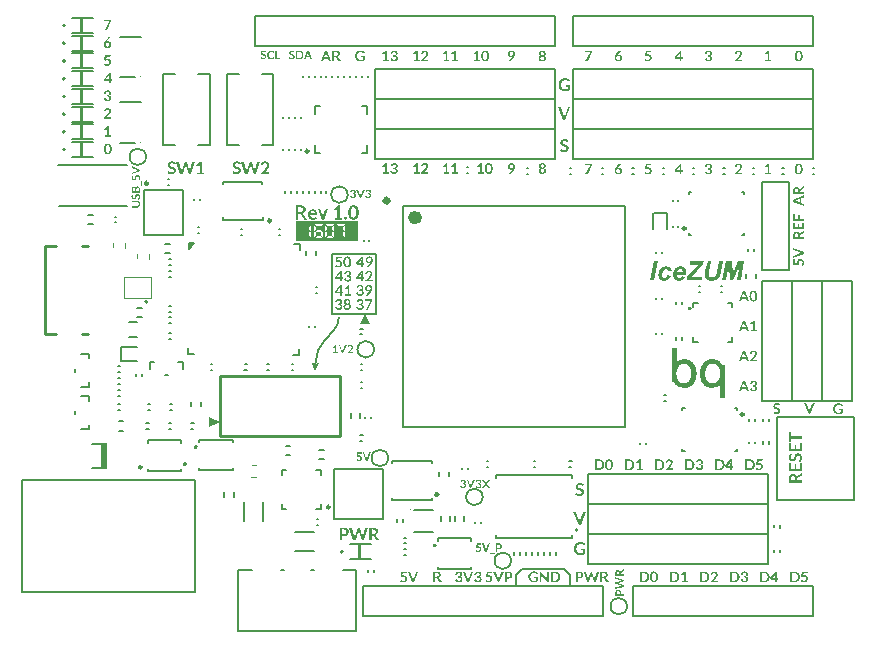
<source format=gto>
G04 Layer_Color=65535*
%FSLAX44Y44*%
%MOMM*%
G71*
G01*
G75*
%ADD60C,0.2000*%
%ADD61C,0.3000*%
%ADD63C,0.5000*%
%ADD87C,0.1500*%
%ADD88C,0.2500*%
%ADD89C,0.1000*%
%ADD90C,0.2540*%
%ADD91C,0.6000*%
%ADD92C,0.1524*%
%ADD93R,0.5000X2.3000*%
G36*
X584627Y491873D02*
X584773Y491862D01*
X584950Y491841D01*
X585148Y491800D01*
X585345Y491758D01*
X585543Y491696D01*
X585554D01*
X585564Y491685D01*
X585627Y491664D01*
X585731Y491623D01*
X585845Y491560D01*
X585991Y491487D01*
X586137Y491394D01*
X586283Y491289D01*
X586428Y491165D01*
X586449Y491154D01*
X586491Y491102D01*
X586553Y491029D01*
X586647Y490935D01*
X586741Y490821D01*
X586835Y490686D01*
X586928Y490529D01*
X587012Y490352D01*
X587022Y490331D01*
X587043Y490269D01*
X587074Y490175D01*
X587116Y490050D01*
X587158Y489894D01*
X587189Y489717D01*
X587210Y489519D01*
X587220Y489311D01*
Y489300D01*
Y489290D01*
Y489227D01*
X587210Y489134D01*
X587199Y489009D01*
X587178Y488863D01*
X587158Y488707D01*
X587116Y488551D01*
X587064Y488384D01*
X587053Y488363D01*
X587033Y488311D01*
X587001Y488228D01*
X586960Y488124D01*
X586908Y487999D01*
X586835Y487863D01*
X586762Y487718D01*
X586668Y487572D01*
X586658Y487551D01*
X586626Y487509D01*
X586574Y487426D01*
X586512Y487332D01*
X586418Y487218D01*
X586324Y487093D01*
X586220Y486957D01*
X586095Y486822D01*
X586085Y486801D01*
X586033Y486759D01*
X585970Y486687D01*
X585887Y486593D01*
X585783Y486478D01*
X585658Y486353D01*
X585398Y486082D01*
X583367Y484000D01*
X583377D01*
X583419Y484021D01*
X583481Y484031D01*
X583554Y484052D01*
X583638Y484073D01*
X583742Y484093D01*
X583950Y484135D01*
X583960D01*
X584002Y484146D01*
X584054Y484156D01*
X584127Y484166D01*
X584210D01*
X584304Y484177D01*
X584502Y484187D01*
X586866D01*
X586908Y484177D01*
X586970Y484166D01*
X587095Y484125D01*
X587158Y484093D01*
X587220Y484041D01*
X587230Y484031D01*
X587241Y484021D01*
X587262Y483989D01*
X587293Y483948D01*
X587324Y483895D01*
X587345Y483823D01*
X587355Y483750D01*
X587366Y483666D01*
Y482750D01*
X581170D01*
Y483260D01*
Y483271D01*
Y483292D01*
Y483323D01*
X581180Y483364D01*
X581201Y483458D01*
X581232Y483583D01*
Y483593D01*
X581242Y483614D01*
X581263Y483646D01*
X581284Y483687D01*
X581347Y483781D01*
X581440Y483895D01*
X584179Y486645D01*
X584200Y486666D01*
X584242Y486707D01*
X584304Y486770D01*
X584387Y486853D01*
X584481Y486957D01*
X584585Y487072D01*
X584794Y487311D01*
X584804Y487322D01*
X584846Y487363D01*
X584887Y487426D01*
X584960Y487509D01*
X585033Y487613D01*
X585106Y487718D01*
X585252Y487947D01*
X585262Y487957D01*
X585283Y487999D01*
X585314Y488061D01*
X585356Y488144D01*
X585408Y488238D01*
X585450Y488342D01*
X585533Y488571D01*
Y488582D01*
X585554Y488624D01*
X585564Y488696D01*
X585585Y488780D01*
X585606Y488884D01*
X585616Y488998D01*
X585637Y489123D01*
Y489259D01*
Y489269D01*
Y489311D01*
Y489373D01*
X585627Y489457D01*
X585616Y489540D01*
X585595Y489634D01*
X585543Y489832D01*
Y489842D01*
X585522Y489873D01*
X585502Y489915D01*
X585471Y489977D01*
X585387Y490113D01*
X585273Y490248D01*
X585262Y490258D01*
X585241Y490279D01*
X585200Y490311D01*
X585158Y490342D01*
X585096Y490383D01*
X585023Y490425D01*
X584856Y490498D01*
X584846D01*
X584814Y490508D01*
X584762Y490529D01*
X584700Y490550D01*
X584617Y490560D01*
X584523Y490581D01*
X584314Y490592D01*
X584221D01*
X584117Y490581D01*
X583992Y490560D01*
X583846Y490519D01*
X583700Y490467D01*
X583544Y490394D01*
X583398Y490300D01*
X583388Y490290D01*
X583346Y490248D01*
X583284Y490186D01*
X583200Y490102D01*
X583117Y489988D01*
X583034Y489863D01*
X582961Y489706D01*
X582898Y489540D01*
Y489529D01*
X582888Y489498D01*
X582867Y489457D01*
X582846Y489404D01*
X582784Y489290D01*
X582742Y489238D01*
X582690Y489196D01*
X582679D01*
X582669Y489186D01*
X582638Y489165D01*
X582596Y489155D01*
X582482Y489113D01*
X582336Y489103D01*
X582211D01*
X582138Y489113D01*
X581326Y489269D01*
Y489280D01*
Y489300D01*
X581336Y489332D01*
X581347Y489373D01*
X581357Y489436D01*
X581367Y489498D01*
X581409Y489655D01*
X581451Y489832D01*
X581513Y490019D01*
X581586Y490217D01*
X581680Y490404D01*
Y490415D01*
X581690Y490425D01*
X581732Y490488D01*
X581784Y490581D01*
X581867Y490686D01*
X581961Y490821D01*
X582076Y490956D01*
X582211Y491092D01*
X582357Y491217D01*
X582378Y491227D01*
X582430Y491269D01*
X582513Y491331D01*
X582627Y491404D01*
X582763Y491487D01*
X582919Y491571D01*
X583096Y491643D01*
X583284Y491716D01*
X583294D01*
X583304Y491727D01*
X583336Y491737D01*
X583377Y491748D01*
X583481Y491768D01*
X583617Y491800D01*
X583783Y491831D01*
X583971Y491862D01*
X584179Y491873D01*
X584398Y491883D01*
X584502D01*
X584627Y491873D01*
D02*
G37*
G36*
X559326D02*
X559472Y491862D01*
X559649Y491841D01*
X559837Y491800D01*
X560034Y491758D01*
X560222Y491696D01*
X560232D01*
X560243Y491685D01*
X560305Y491664D01*
X560399Y491623D01*
X560513Y491571D01*
X560649Y491498D01*
X560795Y491414D01*
X560941Y491321D01*
X561076Y491206D01*
X561097Y491196D01*
X561138Y491154D01*
X561201Y491081D01*
X561284Y490998D01*
X561367Y490894D01*
X561461Y490758D01*
X561555Y490623D01*
X561628Y490467D01*
X561638Y490446D01*
X561659Y490394D01*
X561690Y490311D01*
X561732Y490196D01*
X561763Y490061D01*
X561794Y489904D01*
X561815Y489727D01*
X561826Y489550D01*
Y489529D01*
Y489477D01*
Y489394D01*
X561815Y489290D01*
X561805Y489175D01*
X561784Y489050D01*
X561753Y488915D01*
X561721Y488790D01*
Y488780D01*
X561701Y488738D01*
X561680Y488676D01*
X561649Y488603D01*
X561607Y488509D01*
X561565Y488415D01*
X561440Y488217D01*
X561430Y488207D01*
X561409Y488176D01*
X561367Y488134D01*
X561315Y488072D01*
X561242Y488009D01*
X561170Y487936D01*
X560982Y487801D01*
X560972Y487790D01*
X560941Y487770D01*
X560878Y487738D01*
X560816Y487707D01*
X560722Y487665D01*
X560618Y487613D01*
X560513Y487572D01*
X560388Y487530D01*
X560399D01*
X560420Y487520D01*
X560461Y487499D01*
X560524Y487478D01*
X560586Y487457D01*
X560670Y487416D01*
X560847Y487332D01*
X561045Y487218D01*
X561242Y487082D01*
X561430Y486926D01*
X561597Y486739D01*
Y486728D01*
X561617Y486718D01*
X561638Y486687D01*
X561659Y486645D01*
X561690Y486593D01*
X561721Y486530D01*
X561805Y486385D01*
X561878Y486187D01*
X561940Y485968D01*
X561982Y485708D01*
X562003Y485426D01*
Y485416D01*
Y485395D01*
Y485364D01*
Y485312D01*
X561992Y485249D01*
Y485187D01*
X561972Y485020D01*
X561940Y484833D01*
X561899Y484635D01*
X561836Y484427D01*
X561753Y484229D01*
Y484218D01*
X561742Y484208D01*
X561711Y484146D01*
X561649Y484041D01*
X561576Y483927D01*
X561482Y483791D01*
X561357Y483646D01*
X561232Y483489D01*
X561076Y483354D01*
X561055Y483344D01*
X561003Y483292D01*
X560909Y483229D01*
X560795Y483156D01*
X560649Y483073D01*
X560482Y482979D01*
X560295Y482896D01*
X560087Y482823D01*
X560076D01*
X560066Y482812D01*
X560034Y482802D01*
X559993Y482792D01*
X559878Y482771D01*
X559733Y482740D01*
X559555Y482698D01*
X559358Y482677D01*
X559139Y482656D01*
X558910Y482646D01*
X558733D01*
X558670Y482656D01*
X558504Y482667D01*
X558316Y482687D01*
X558118Y482708D01*
X557910Y482750D01*
X557712Y482802D01*
X557702D01*
X557691Y482812D01*
X557629Y482833D01*
X557535Y482864D01*
X557421Y482917D01*
X557275Y482979D01*
X557129Y483062D01*
X556983Y483156D01*
X556837Y483260D01*
X556816Y483271D01*
X556775Y483312D01*
X556702Y483375D01*
X556619Y483469D01*
X556515Y483573D01*
X556410Y483708D01*
X556306Y483854D01*
X556202Y484010D01*
Y484021D01*
X556192Y484031D01*
X556161Y484093D01*
X556108Y484187D01*
X556046Y484302D01*
X555983Y484458D01*
X555900Y484635D01*
X555827Y484822D01*
X555754Y485031D01*
X556431Y485312D01*
X556442D01*
X556463Y485322D01*
X556494Y485343D01*
X556546Y485354D01*
X556660Y485385D01*
X556785Y485395D01*
X556848D01*
X556889Y485385D01*
X556983Y485364D01*
X557077Y485322D01*
X557087D01*
X557098Y485312D01*
X557150Y485270D01*
X557223Y485208D01*
X557275Y485124D01*
X557285Y485114D01*
X557296Y485083D01*
X557316Y485041D01*
X557348Y484979D01*
X557431Y484843D01*
X557525Y484677D01*
X557535Y484666D01*
X557546Y484645D01*
X557577Y484604D01*
X557618Y484552D01*
X557723Y484427D01*
X557848Y484302D01*
X557858Y484291D01*
X557879Y484270D01*
X557920Y484239D01*
X557972Y484208D01*
X558035Y484166D01*
X558108Y484114D01*
X558285Y484031D01*
X558295D01*
X558327Y484021D01*
X558379Y484000D01*
X558451Y483989D01*
X558545Y483968D01*
X558649Y483948D01*
X558764Y483937D01*
X558951D01*
X559035Y483948D01*
X559128Y483958D01*
X559233Y483968D01*
X559347Y483989D01*
X559462Y484021D01*
X559576Y484062D01*
X559587Y484073D01*
X559628Y484083D01*
X559680Y484114D01*
X559743Y484156D01*
X559910Y484260D01*
X560066Y484395D01*
X560076Y484406D01*
X560097Y484437D01*
X560139Y484479D01*
X560180Y484531D01*
X560222Y484604D01*
X560274Y484677D01*
X560357Y484854D01*
Y484864D01*
X560378Y484895D01*
X560388Y484947D01*
X560409Y485020D01*
X560430Y485093D01*
X560441Y485176D01*
X560461Y485364D01*
Y485374D01*
Y485416D01*
Y485479D01*
X560451Y485562D01*
X560441Y485656D01*
X560430Y485760D01*
X560388Y485957D01*
Y485968D01*
X560378Y485999D01*
X560357Y486051D01*
X560326Y486114D01*
X560284Y486187D01*
X560232Y486270D01*
X560170Y486343D01*
X560097Y486416D01*
X560087Y486426D01*
X560055Y486447D01*
X560003Y486478D01*
X559941Y486520D01*
X559847Y486572D01*
X559743Y486614D01*
X559618Y486666D01*
X559472Y486707D01*
X559451Y486718D01*
X559399Y486728D01*
X559305Y486749D01*
X559180Y486770D01*
X559024Y486791D01*
X558837Y486801D01*
X558618Y486822D01*
X558379D01*
Y487926D01*
X558472D01*
X558577Y487936D01*
X558712D01*
X558858Y487947D01*
X559014Y487967D01*
X559170Y487988D01*
X559316Y488019D01*
X559337D01*
X559378Y488040D01*
X559451Y488061D01*
X559535Y488092D01*
X559722Y488186D01*
X559826Y488238D01*
X559910Y488301D01*
X559920Y488311D01*
X559951Y488332D01*
X559982Y488373D01*
X560034Y488426D01*
X560087Y488488D01*
X560139Y488561D01*
X560180Y488644D01*
X560222Y488738D01*
Y488749D01*
X560232Y488780D01*
X560253Y488832D01*
X560274Y488905D01*
X560284Y488988D01*
X560305Y489082D01*
X560316Y489290D01*
Y489300D01*
Y489321D01*
Y489352D01*
Y489394D01*
X560295Y489509D01*
X560274Y489655D01*
X560232Y489811D01*
X560170Y489967D01*
X560076Y490123D01*
X559962Y490258D01*
X559941Y490269D01*
X559899Y490311D01*
X559816Y490363D01*
X559712Y490425D01*
X559576Y490488D01*
X559410Y490540D01*
X559222Y490581D01*
X559003Y490592D01*
X558910D01*
X558806Y490581D01*
X558681Y490550D01*
X558535Y490519D01*
X558389Y490467D01*
X558233Y490394D01*
X558087Y490290D01*
X558077Y490279D01*
X558035Y490238D01*
X557972Y490175D01*
X557889Y490092D01*
X557806Y489977D01*
X557723Y489852D01*
X557650Y489706D01*
X557587Y489540D01*
Y489529D01*
X557577Y489498D01*
X557556Y489457D01*
X557535Y489404D01*
X557473Y489290D01*
X557431Y489238D01*
X557379Y489196D01*
X557369D01*
X557358Y489186D01*
X557327Y489165D01*
X557285Y489155D01*
X557181Y489113D01*
X557035Y489103D01*
X556910D01*
X556827Y489113D01*
X556015Y489269D01*
Y489280D01*
Y489300D01*
X556025Y489332D01*
X556035Y489373D01*
X556046Y489436D01*
X556056Y489498D01*
X556098Y489655D01*
X556140Y489832D01*
X556202Y490019D01*
X556275Y490217D01*
X556369Y490404D01*
Y490415D01*
X556379Y490425D01*
X556421Y490488D01*
X556473Y490581D01*
X556556Y490686D01*
X556650Y490821D01*
X556764Y490956D01*
X556900Y491092D01*
X557046Y491217D01*
X557066Y491227D01*
X557118Y491269D01*
X557202Y491331D01*
X557316Y491404D01*
X557452Y491487D01*
X557608Y491571D01*
X557785Y491643D01*
X557972Y491716D01*
X557983D01*
X557993Y491727D01*
X558025Y491737D01*
X558066Y491748D01*
X558170Y491768D01*
X558306Y491800D01*
X558472Y491831D01*
X558670Y491862D01*
X558879Y491873D01*
X559097Y491883D01*
X559201D01*
X559326Y491873D01*
D02*
G37*
G36*
X535994Y486155D02*
X537129D01*
Y485260D01*
Y485249D01*
Y485239D01*
X537119Y485187D01*
X537098Y485114D01*
X537046Y485041D01*
X537035Y485031D01*
X536983Y484999D01*
X536910Y484968D01*
X536806Y484958D01*
X535994D01*
Y482750D01*
X534640D01*
Y484958D01*
X530808D01*
X530735Y484968D01*
X530641Y484999D01*
X530547Y485051D01*
X530527Y485072D01*
X530485Y485114D01*
X530433Y485197D01*
X530402Y485291D01*
X530246Y486072D01*
X534526Y491789D01*
X535994D01*
Y486155D01*
D02*
G37*
G36*
X635478Y491873D02*
X635551D01*
X635718Y491852D01*
X635926Y491810D01*
X636144Y491768D01*
X636374Y491696D01*
X636603Y491602D01*
X636613D01*
X636634Y491591D01*
X636665Y491571D01*
X636707Y491550D01*
X636821Y491487D01*
X636967Y491394D01*
X637134Y491269D01*
X637311Y491123D01*
X637488Y490946D01*
X637665Y490748D01*
X637675Y490737D01*
X637686Y490727D01*
X637707Y490686D01*
X637738Y490644D01*
X637780Y490592D01*
X637821Y490529D01*
X637873Y490446D01*
X637925Y490363D01*
X638030Y490154D01*
X638144Y489904D01*
X638259Y489623D01*
X638363Y489311D01*
Y489300D01*
X638373Y489269D01*
X638383Y489227D01*
X638404Y489155D01*
X638425Y489071D01*
X638446Y488978D01*
X638467Y488863D01*
X638498Y488728D01*
X638519Y488592D01*
X638540Y488426D01*
X638561Y488259D01*
X638581Y488082D01*
X638602Y487895D01*
X638613Y487686D01*
X638623Y487259D01*
Y487249D01*
Y487207D01*
Y487145D01*
Y487061D01*
X638613Y486957D01*
Y486843D01*
X638602Y486707D01*
X638592Y486562D01*
X638561Y486239D01*
X638508Y485895D01*
X638446Y485551D01*
X638363Y485208D01*
Y485197D01*
X638352Y485166D01*
X638342Y485124D01*
X638321Y485062D01*
X638290Y484989D01*
X638259Y484906D01*
X638186Y484697D01*
X638082Y484468D01*
X637967Y484229D01*
X637821Y483989D01*
X637665Y483760D01*
Y483750D01*
X637644Y483739D01*
X637623Y483708D01*
X637582Y483666D01*
X637488Y483573D01*
X637363Y483448D01*
X637207Y483312D01*
X637030Y483167D01*
X636821Y483031D01*
X636603Y482917D01*
X636592D01*
X636572Y482906D01*
X636540Y482896D01*
X636499Y482875D01*
X636446Y482854D01*
X636374Y482833D01*
X636217Y482781D01*
X636020Y482729D01*
X635790Y482687D01*
X635551Y482656D01*
X635291Y482646D01*
X635176D01*
X635113Y482656D01*
X635041D01*
X634864Y482677D01*
X634666Y482708D01*
X634447Y482760D01*
X634218Y482823D01*
X633989Y482917D01*
X633978D01*
X633958Y482927D01*
X633926Y482948D01*
X633885Y482969D01*
X633770Y483031D01*
X633635Y483125D01*
X633468Y483250D01*
X633291Y483396D01*
X633114Y483562D01*
X632937Y483760D01*
Y483771D01*
X632916Y483791D01*
X632895Y483823D01*
X632864Y483864D01*
X632833Y483916D01*
X632781Y483989D01*
X632739Y484062D01*
X632687Y484156D01*
X632573Y484364D01*
X632458Y484614D01*
X632354Y484895D01*
X632250Y485208D01*
Y485218D01*
X632239Y485249D01*
X632229Y485301D01*
X632208Y485364D01*
X632187Y485447D01*
X632166Y485551D01*
X632146Y485666D01*
X632125Y485791D01*
X632104Y485937D01*
X632083Y486093D01*
X632062Y486259D01*
X632041Y486447D01*
X632021Y486634D01*
X632010Y486832D01*
X632000Y487259D01*
Y487270D01*
Y487311D01*
Y487374D01*
Y487457D01*
X632010Y487561D01*
Y487676D01*
X632021Y487811D01*
X632031Y487957D01*
X632062Y488280D01*
X632104Y488624D01*
X632166Y488978D01*
X632250Y489311D01*
Y489321D01*
X632260Y489352D01*
X632281Y489394D01*
X632291Y489457D01*
X632323Y489529D01*
X632354Y489613D01*
X632427Y489821D01*
X632531Y490050D01*
X632645Y490290D01*
X632781Y490529D01*
X632937Y490748D01*
X632947Y490758D01*
X632958Y490769D01*
X632979Y490800D01*
X633020Y490842D01*
X633114Y490946D01*
X633239Y491071D01*
X633395Y491206D01*
X633572Y491352D01*
X633770Y491487D01*
X633989Y491602D01*
X633999D01*
X634020Y491612D01*
X634051Y491633D01*
X634093Y491643D01*
X634155Y491664D01*
X634218Y491696D01*
X634374Y491748D01*
X634572Y491789D01*
X634791Y491841D01*
X635030Y491873D01*
X635291Y491883D01*
X635415D01*
X635478Y491873D01*
D02*
G37*
G36*
X487263Y51404D02*
Y51396D01*
Y51379D01*
Y51346D01*
X487255Y51304D01*
X487238Y51204D01*
X487197Y51104D01*
Y51096D01*
X487180Y51088D01*
X487146Y51029D01*
X487080Y50963D01*
X486996Y50896D01*
X484680Y49380D01*
X484672D01*
X484664Y49363D01*
X484614Y49321D01*
X484547Y49263D01*
X484497Y49188D01*
Y49180D01*
X484489Y49172D01*
X484481Y49146D01*
X484464Y49113D01*
X484455Y49072D01*
X484447Y49022D01*
X484439Y48955D01*
Y48888D01*
Y48313D01*
X487263D01*
Y46972D01*
X480032D01*
Y49172D01*
Y49180D01*
Y49205D01*
Y49247D01*
Y49296D01*
X480040Y49363D01*
Y49438D01*
X480048Y49521D01*
Y49605D01*
X480073Y49805D01*
X480098Y50021D01*
X480140Y50230D01*
X480190Y50438D01*
Y50446D01*
X480198Y50463D01*
X480207Y50488D01*
X480215Y50529D01*
X480248Y50621D01*
X480298Y50746D01*
X480356Y50888D01*
X480432Y51029D01*
X480515Y51171D01*
X480615Y51304D01*
X480623Y51321D01*
X480665Y51363D01*
X480723Y51421D01*
X480798Y51496D01*
X480898Y51579D01*
X481006Y51663D01*
X481131Y51737D01*
X481273Y51804D01*
X481290Y51813D01*
X481340Y51829D01*
X481415Y51854D01*
X481523Y51887D01*
X481648Y51912D01*
X481790Y51937D01*
X481948Y51954D01*
X482114Y51962D01*
X482173D01*
X482248Y51954D01*
X482339Y51946D01*
X482448Y51937D01*
X482564Y51921D01*
X482681Y51887D01*
X482806Y51854D01*
X482823Y51846D01*
X482864Y51838D01*
X482923Y51813D01*
X482998Y51771D01*
X483089Y51729D01*
X483189Y51679D01*
X483298Y51613D01*
X483397Y51538D01*
X483406Y51529D01*
X483439Y51504D01*
X483489Y51463D01*
X483556Y51404D01*
X483631Y51329D01*
X483706Y51246D01*
X483789Y51146D01*
X483864Y51038D01*
X483872Y51021D01*
X483897Y50988D01*
X483931Y50929D01*
X483981Y50846D01*
X484031Y50746D01*
X484081Y50630D01*
X484131Y50504D01*
X484181Y50363D01*
X484189Y50371D01*
X484206Y50405D01*
X484239Y50455D01*
X484289Y50513D01*
X484347Y50588D01*
X484422Y50655D01*
X484506Y50729D01*
X484597Y50804D01*
X487263Y52612D01*
Y51404D01*
D02*
G37*
G36*
X610521Y483906D02*
X612146D01*
Y482750D01*
X607147D01*
Y483906D01*
X608980D01*
Y489165D01*
Y489175D01*
Y489217D01*
Y489280D01*
Y489363D01*
X608990Y489457D01*
Y489571D01*
X609001Y489811D01*
X607699Y488728D01*
X607688Y488717D01*
X607647Y488686D01*
X607595Y488655D01*
X607532Y488624D01*
X607522D01*
X607480Y488613D01*
X607428Y488603D01*
X607345D01*
X607293Y488613D01*
X607220Y488624D01*
X607136Y488655D01*
X607116Y488665D01*
X607074Y488696D01*
X607022Y488738D01*
X606980Y488780D01*
X606501Y489446D01*
X609251Y491800D01*
X610521D01*
Y483906D01*
D02*
G37*
G36*
X460238Y491112D02*
Y491102D01*
Y491060D01*
Y491008D01*
X460228Y490935D01*
X460217Y490779D01*
X460196Y490696D01*
X460176Y490623D01*
Y490613D01*
X460165Y490592D01*
X460155Y490560D01*
X460134Y490519D01*
X460092Y490425D01*
X460051Y490321D01*
X456624Y483271D01*
Y483260D01*
X456604Y483239D01*
X456583Y483198D01*
X456552Y483146D01*
X456458Y483021D01*
X456322Y482896D01*
X456312Y482885D01*
X456291Y482875D01*
X456250Y482854D01*
X456187Y482823D01*
X456114Y482792D01*
X456020Y482771D01*
X455916Y482760D01*
X455802Y482750D01*
X454687D01*
X458186Y489655D01*
X458197Y489675D01*
X458228Y489727D01*
X458270Y489811D01*
X458332Y489904D01*
X458405Y490019D01*
X458489Y490144D01*
X458582Y490269D01*
X458676Y490394D01*
X454323D01*
X454260Y490404D01*
X454177Y490435D01*
X454094Y490498D01*
X454073Y490519D01*
X454042Y490571D01*
X454010Y490644D01*
X453990Y490748D01*
Y491789D01*
X460238D01*
Y491112D01*
D02*
G37*
G36*
X474816Y145828D02*
X474888D01*
X475055Y145807D01*
X475263Y145766D01*
X475482Y145724D01*
X475711Y145651D01*
X475940Y145557D01*
X475951D01*
X475972Y145547D01*
X476003Y145526D01*
X476045Y145505D01*
X476159Y145443D01*
X476305Y145349D01*
X476471Y145224D01*
X476648Y145078D01*
X476825Y144901D01*
X477003Y144703D01*
X477013Y144693D01*
X477023Y144683D01*
X477044Y144641D01*
X477075Y144599D01*
X477117Y144547D01*
X477159Y144485D01*
X477211Y144401D01*
X477263Y144318D01*
X477367Y144110D01*
X477482Y143860D01*
X477596Y143579D01*
X477700Y143266D01*
Y143256D01*
X477711Y143225D01*
X477721Y143183D01*
X477742Y143110D01*
X477763Y143027D01*
X477784Y142933D01*
X477804Y142818D01*
X477836Y142683D01*
X477856Y142548D01*
X477877Y142381D01*
X477898Y142214D01*
X477919Y142037D01*
X477940Y141850D01*
X477950Y141642D01*
X477961Y141215D01*
Y141204D01*
Y141163D01*
Y141100D01*
Y141017D01*
X477950Y140913D01*
Y140798D01*
X477940Y140663D01*
X477929Y140517D01*
X477898Y140194D01*
X477846Y139851D01*
X477784Y139507D01*
X477700Y139163D01*
Y139153D01*
X477690Y139122D01*
X477679Y139080D01*
X477659Y139017D01*
X477627Y138945D01*
X477596Y138861D01*
X477523Y138653D01*
X477419Y138424D01*
X477305Y138184D01*
X477159Y137945D01*
X477003Y137716D01*
Y137705D01*
X476982Y137695D01*
X476961Y137664D01*
X476919Y137622D01*
X476825Y137528D01*
X476701Y137403D01*
X476544Y137268D01*
X476367Y137122D01*
X476159Y136987D01*
X475940Y136872D01*
X475930D01*
X475909Y136862D01*
X475878Y136851D01*
X475836Y136831D01*
X475784Y136810D01*
X475711Y136789D01*
X475555Y136737D01*
X475357Y136685D01*
X475128Y136643D01*
X474888Y136612D01*
X474628Y136601D01*
X474514D01*
X474451Y136612D01*
X474378D01*
X474201Y136633D01*
X474003Y136664D01*
X473785Y136716D01*
X473555Y136778D01*
X473326Y136872D01*
X473316D01*
X473295Y136882D01*
X473264Y136903D01*
X473222Y136924D01*
X473108Y136987D01*
X472972Y137080D01*
X472806Y137205D01*
X472629Y137351D01*
X472452Y137518D01*
X472275Y137716D01*
Y137726D01*
X472254Y137747D01*
X472233Y137778D01*
X472202Y137820D01*
X472170Y137872D01*
X472118Y137945D01*
X472077Y138018D01*
X472025Y138111D01*
X471910Y138320D01*
X471796Y138570D01*
X471691Y138851D01*
X471587Y139163D01*
Y139174D01*
X471577Y139205D01*
X471566Y139257D01*
X471546Y139319D01*
X471525Y139403D01*
X471504Y139507D01*
X471483Y139621D01*
X471462Y139746D01*
X471441Y139892D01*
X471421Y140048D01*
X471400Y140215D01*
X471379Y140402D01*
X471358Y140590D01*
X471348Y140788D01*
X471337Y141215D01*
Y141225D01*
Y141267D01*
Y141329D01*
Y141413D01*
X471348Y141517D01*
Y141631D01*
X471358Y141767D01*
X471369Y141912D01*
X471400Y142235D01*
X471441Y142579D01*
X471504Y142933D01*
X471587Y143266D01*
Y143277D01*
X471598Y143308D01*
X471618Y143350D01*
X471629Y143412D01*
X471660Y143485D01*
X471691Y143568D01*
X471764Y143777D01*
X471868Y144006D01*
X471983Y144245D01*
X472118Y144485D01*
X472275Y144703D01*
X472285Y144714D01*
X472295Y144724D01*
X472316Y144755D01*
X472358Y144797D01*
X472452Y144901D01*
X472577Y145026D01*
X472733Y145162D01*
X472910Y145308D01*
X473108Y145443D01*
X473326Y145557D01*
X473337D01*
X473358Y145568D01*
X473389Y145589D01*
X473430Y145599D01*
X473493Y145620D01*
X473555Y145651D01*
X473712Y145703D01*
X473910Y145745D01*
X474128Y145797D01*
X474368Y145828D01*
X474628Y145839D01*
X474753D01*
X474816Y145828D01*
D02*
G37*
G36*
X466307Y145734D02*
X466412Y145724D01*
X466536Y145714D01*
X466661Y145703D01*
X466953Y145661D01*
X467266Y145599D01*
X467588Y145516D01*
X467911Y145401D01*
X467921D01*
X467953Y145391D01*
X467994Y145370D01*
X468057Y145339D01*
X468130Y145308D01*
X468213Y145266D01*
X468411Y145162D01*
X468630Y145026D01*
X468869Y144870D01*
X469119Y144683D01*
X469348Y144474D01*
X469359Y144464D01*
X469380Y144443D01*
X469411Y144412D01*
X469452Y144370D01*
X469494Y144308D01*
X469557Y144245D01*
X469619Y144162D01*
X469692Y144079D01*
X469838Y143870D01*
X469994Y143620D01*
X470150Y143350D01*
X470285Y143048D01*
Y143037D01*
X470296Y143006D01*
X470317Y142964D01*
X470338Y142902D01*
X470358Y142829D01*
X470390Y142735D01*
X470421Y142631D01*
X470452Y142506D01*
X470483Y142381D01*
X470515Y142235D01*
X470567Y141923D01*
X470608Y141590D01*
X470619Y141225D01*
Y141215D01*
Y141184D01*
Y141131D01*
Y141059D01*
X470608Y140965D01*
X470598Y140861D01*
X470588Y140746D01*
X470577Y140621D01*
X470536Y140340D01*
X470483Y140028D01*
X470400Y139715D01*
X470285Y139392D01*
Y139382D01*
X470275Y139351D01*
X470254Y139309D01*
X470223Y139257D01*
X470192Y139184D01*
X470150Y139101D01*
X470046Y138903D01*
X469911Y138674D01*
X469754Y138434D01*
X469567Y138195D01*
X469348Y137955D01*
X469338Y137945D01*
X469317Y137934D01*
X469286Y137903D01*
X469244Y137861D01*
X469182Y137809D01*
X469119Y137747D01*
X469036Y137684D01*
X468942Y137622D01*
X468734Y137466D01*
X468494Y137310D01*
X468213Y137164D01*
X467911Y137028D01*
X467901D01*
X467869Y137018D01*
X467828Y136997D01*
X467765Y136976D01*
X467682Y136955D01*
X467588Y136924D01*
X467484Y136893D01*
X467359Y136872D01*
X467234Y136841D01*
X467088Y136810D01*
X466766Y136758D01*
X466422Y136716D01*
X466047Y136706D01*
X462600D01*
Y145745D01*
X466224D01*
X466307Y145734D01*
D02*
G37*
G36*
X510527Y491133D02*
Y491123D01*
Y491081D01*
X510516Y491019D01*
X510506Y490946D01*
X510475Y490852D01*
X510443Y490769D01*
X510391Y490675D01*
X510318Y490592D01*
X510308Y490581D01*
X510277Y490560D01*
X510225Y490529D01*
X510152Y490498D01*
X510058Y490456D01*
X509933Y490425D01*
X509787Y490404D01*
X509621Y490394D01*
X507132D01*
X506809Y488498D01*
X506819D01*
X506840Y488509D01*
X506871D01*
X506913Y488519D01*
X507028Y488540D01*
X507184Y488561D01*
X507351Y488582D01*
X507538Y488603D01*
X507736Y488624D01*
X508048D01*
X508111Y488613D01*
X508184D01*
X508350Y488592D01*
X508548Y488571D01*
X508756Y488530D01*
X508975Y488478D01*
X509183Y488405D01*
X509194D01*
X509204Y488394D01*
X509235Y488384D01*
X509277Y488363D01*
X509371Y488321D01*
X509496Y488259D01*
X509642Y488176D01*
X509798Y488072D01*
X509944Y487957D01*
X510089Y487822D01*
X510110Y487801D01*
X510152Y487759D01*
X510214Y487676D01*
X510298Y487572D01*
X510381Y487436D01*
X510475Y487290D01*
X510568Y487124D01*
X510641Y486936D01*
Y486926D01*
X510652Y486916D01*
X510662Y486884D01*
X510673Y486853D01*
X510704Y486749D01*
X510746Y486614D01*
X510777Y486457D01*
X510808Y486270D01*
X510829Y486072D01*
X510839Y485853D01*
Y485843D01*
Y485822D01*
Y485780D01*
Y485728D01*
X510829Y485666D01*
Y485593D01*
X510808Y485416D01*
X510777Y485218D01*
X510725Y484999D01*
X510662Y484770D01*
X510579Y484541D01*
Y484531D01*
X510568Y484520D01*
X510558Y484489D01*
X510537Y484437D01*
X510475Y484333D01*
X510402Y484187D01*
X510298Y484031D01*
X510173Y483864D01*
X510037Y483687D01*
X509871Y483521D01*
X509850Y483500D01*
X509787Y483448D01*
X509694Y483375D01*
X509569Y483281D01*
X509412Y483177D01*
X509235Y483073D01*
X509027Y482969D01*
X508809Y482875D01*
X508798D01*
X508777Y482864D01*
X508746Y482854D01*
X508704Y482844D01*
X508642Y482823D01*
X508579Y482802D01*
X508413Y482760D01*
X508215Y482719D01*
X507986Y482677D01*
X507736Y482656D01*
X507476Y482646D01*
X507319D01*
X507215Y482656D01*
X507090Y482667D01*
X506955Y482677D01*
X506663Y482729D01*
X506642D01*
X506601Y482750D01*
X506528Y482760D01*
X506434Y482792D01*
X506320Y482823D01*
X506205Y482864D01*
X505945Y482958D01*
X505934Y482969D01*
X505892Y482990D01*
X505820Y483010D01*
X505747Y483052D01*
X505653Y483104D01*
X505549Y483156D01*
X505330Y483292D01*
X505320Y483302D01*
X505278Y483323D01*
X505226Y483364D01*
X505164Y483416D01*
X505080Y483479D01*
X504997Y483552D01*
X504820Y483698D01*
X505299Y484354D01*
X505309Y484364D01*
X505330Y484385D01*
X505361Y484427D01*
X505403Y484468D01*
X505455Y484500D01*
X505528Y484541D01*
X505611Y484562D01*
X505695Y484572D01*
X505757D01*
X505788Y484562D01*
X505892Y484531D01*
X506007Y484468D01*
X506017D01*
X506038Y484448D01*
X506070Y484427D01*
X506122Y484406D01*
X506236Y484333D01*
X506382Y484250D01*
X506392D01*
X506424Y484229D01*
X506465Y484208D01*
X506528Y484177D01*
X506601Y484146D01*
X506684Y484114D01*
X506882Y484031D01*
X506892D01*
X506934Y484021D01*
X506996Y484000D01*
X507069Y483989D01*
X507174Y483968D01*
X507288Y483948D01*
X507413Y483937D01*
X507632D01*
X507715Y483948D01*
X507809Y483958D01*
X507934Y483968D01*
X508059Y484000D01*
X508184Y484031D01*
X508309Y484073D01*
X508319Y484083D01*
X508361Y484093D01*
X508423Y484125D01*
X508496Y484166D01*
X508579Y484229D01*
X508673Y484291D01*
X508767Y484364D01*
X508850Y484448D01*
X508861Y484458D01*
X508881Y484489D01*
X508923Y484541D01*
X508975Y484614D01*
X509027Y484697D01*
X509079Y484801D01*
X509131Y484916D01*
X509173Y485041D01*
X509183Y485062D01*
X509194Y485104D01*
X509215Y485176D01*
X509235Y485260D01*
X509256Y485374D01*
X509267Y485499D01*
X509287Y485645D01*
Y485791D01*
Y485801D01*
Y485822D01*
Y485864D01*
X509277Y485916D01*
Y485978D01*
X509267Y486051D01*
X509235Y486218D01*
X509183Y486395D01*
X509100Y486593D01*
X508996Y486780D01*
X508850Y486947D01*
X508829Y486968D01*
X508767Y487009D01*
X508673Y487082D01*
X508538Y487155D01*
X508361Y487228D01*
X508142Y487301D01*
X507892Y487343D01*
X507600Y487363D01*
X507486D01*
X507423Y487353D01*
X507361D01*
X507194Y487332D01*
X506986Y487301D01*
X506767Y487259D01*
X506528Y487207D01*
X506278Y487124D01*
X505320Y487395D01*
X506070Y491789D01*
X510527D01*
Y491133D01*
D02*
G37*
G36*
X482144Y488498D02*
X482133Y488478D01*
X482092Y488436D01*
X482039Y488373D01*
X481977Y488301D01*
X481967Y488280D01*
X481935Y488238D01*
X481883Y488186D01*
X481831Y488113D01*
X481842Y488124D01*
X481873Y488134D01*
X481925Y488155D01*
X481998Y488186D01*
X482081Y488217D01*
X482175Y488249D01*
X482394Y488311D01*
X482404D01*
X482446Y488321D01*
X482508Y488342D01*
X482592Y488353D01*
X482685Y488373D01*
X482800Y488384D01*
X482925Y488394D01*
X483143D01*
X483237Y488384D01*
X483372Y488373D01*
X483518Y488353D01*
X483695Y488321D01*
X483872Y488280D01*
X484049Y488217D01*
X484060D01*
X484070Y488207D01*
X484133Y488186D01*
X484226Y488144D01*
X484341Y488092D01*
X484476Y488019D01*
X484612Y487936D01*
X484758Y487832D01*
X484903Y487707D01*
X484924Y487697D01*
X484966Y487645D01*
X485028Y487572D01*
X485112Y487478D01*
X485205Y487353D01*
X485309Y487207D01*
X485403Y487051D01*
X485497Y486864D01*
Y486853D01*
X485507Y486843D01*
X485518Y486811D01*
X485528Y486770D01*
X485570Y486666D01*
X485611Y486520D01*
X485653Y486353D01*
X485695Y486145D01*
X485716Y485926D01*
X485726Y485676D01*
Y485666D01*
Y485645D01*
Y485614D01*
Y485572D01*
X485716Y485510D01*
Y485447D01*
X485695Y485291D01*
X485664Y485114D01*
X485622Y484916D01*
X485570Y484697D01*
X485487Y484489D01*
Y484479D01*
X485476Y484468D01*
X485466Y484437D01*
X485445Y484395D01*
X485393Y484291D01*
X485320Y484166D01*
X485226Y484010D01*
X485122Y483843D01*
X484987Y483687D01*
X484841Y483521D01*
X484820Y483500D01*
X484768Y483458D01*
X484674Y483375D01*
X484560Y483292D01*
X484414Y483187D01*
X484237Y483073D01*
X484049Y482969D01*
X483831Y482875D01*
X483820D01*
X483800Y482864D01*
X483768Y482854D01*
X483727Y482844D01*
X483675Y482823D01*
X483602Y482802D01*
X483445Y482760D01*
X483247Y482719D01*
X483029Y482677D01*
X482789Y482656D01*
X482529Y482646D01*
X482404D01*
X482341Y482656D01*
X482269D01*
X482092Y482677D01*
X481894Y482698D01*
X481675Y482740D01*
X481446Y482802D01*
X481227Y482875D01*
X481217D01*
X481206Y482885D01*
X481175Y482896D01*
X481133Y482917D01*
X481029Y482969D01*
X480894Y483042D01*
X480738Y483135D01*
X480571Y483239D01*
X480405Y483375D01*
X480248Y483521D01*
X480228Y483541D01*
X480186Y483593D01*
X480113Y483687D01*
X480019Y483802D01*
X479915Y483948D01*
X479811Y484114D01*
X479717Y484312D01*
X479623Y484520D01*
Y484531D01*
X479613Y484552D01*
X479603Y484583D01*
X479592Y484624D01*
X479571Y484677D01*
X479561Y484739D01*
X479519Y484906D01*
X479478Y485093D01*
X479446Y485312D01*
X479426Y485562D01*
X479415Y485822D01*
Y485832D01*
Y485853D01*
Y485885D01*
Y485937D01*
X479426Y485989D01*
Y486062D01*
X479446Y486228D01*
X479478Y486416D01*
X479519Y486645D01*
X479582Y486874D01*
X479665Y487124D01*
Y487134D01*
X479675Y487155D01*
X479696Y487186D01*
X479717Y487238D01*
X479738Y487301D01*
X479780Y487374D01*
X479863Y487551D01*
X479978Y487770D01*
X480113Y487999D01*
X480280Y488259D01*
X480477Y488530D01*
X482633Y491425D01*
X482644Y491435D01*
X482654Y491446D01*
X482716Y491508D01*
X482758Y491550D01*
X482810Y491591D01*
X482883Y491633D01*
X482956Y491675D01*
X482966Y491685D01*
X482998Y491696D01*
X483039Y491716D01*
X483102Y491737D01*
X483175Y491758D01*
X483258Y491768D01*
X483352Y491789D01*
X484831D01*
X482144Y488498D01*
D02*
G37*
G36*
X487263Y43889D02*
Y42673D01*
X482323Y41090D01*
X482306D01*
X482264Y41074D01*
X482198Y41057D01*
X482123Y41032D01*
X482114D01*
X482106Y41024D01*
X482056Y41015D01*
X481981Y40990D01*
X481889Y40965D01*
X481914D01*
X481931Y40957D01*
X481964Y40949D01*
X482039Y40932D01*
X482123Y40907D01*
X482131D01*
X482139Y40899D01*
X482189Y40890D01*
X482256Y40865D01*
X482323Y40840D01*
X487263Y39249D01*
Y38033D01*
X480032Y35792D01*
Y36916D01*
Y36925D01*
Y36950D01*
Y36975D01*
X480040Y37016D01*
X480065Y37116D01*
X480115Y37208D01*
Y37216D01*
X480132Y37225D01*
X480173Y37275D01*
X480248Y37325D01*
X480290Y37350D01*
X480340Y37366D01*
X484664Y38599D01*
X484672D01*
X484689Y38608D01*
X484730Y38616D01*
X484772Y38624D01*
X484822Y38633D01*
X484889Y38649D01*
X485022Y38674D01*
X485030D01*
X485055Y38682D01*
X485089Y38691D01*
X485139Y38699D01*
X485197Y38716D01*
X485264Y38724D01*
X485414Y38758D01*
X485405D01*
X485380Y38766D01*
X485339Y38774D01*
X485289Y38782D01*
X485230Y38791D01*
X485164Y38807D01*
X485022Y38841D01*
X485014D01*
X484989Y38849D01*
X484955Y38858D01*
X484905Y38874D01*
X484789Y38907D01*
X484664Y38941D01*
X480340Y40366D01*
X480332D01*
X480323Y40374D01*
X480273Y40399D01*
X480207Y40449D01*
X480132Y40524D01*
X480123Y40532D01*
X480115Y40549D01*
X480098Y40574D01*
X480082Y40607D01*
X480048Y40690D01*
X480032Y40749D01*
Y40807D01*
Y41207D01*
Y41215D01*
Y41240D01*
Y41265D01*
X480040Y41307D01*
X480065Y41399D01*
X480115Y41490D01*
Y41498D01*
X480132Y41507D01*
X480173Y41557D01*
X480248Y41607D01*
X480340Y41657D01*
X484664Y43065D01*
X484680Y43073D01*
X484722Y43081D01*
X484789Y43106D01*
X484872Y43131D01*
X484980Y43156D01*
X485105Y43190D01*
X485239Y43223D01*
X485380Y43256D01*
X485372D01*
X485347Y43265D01*
X485305Y43273D01*
X485255Y43281D01*
X485139Y43298D01*
X485005Y43323D01*
X484997D01*
X484972Y43331D01*
X484939Y43340D01*
X484897Y43348D01*
X484780Y43373D01*
X484664Y43406D01*
X480340Y44631D01*
X480332D01*
X480315Y44639D01*
X480265Y44664D01*
X480198Y44706D01*
X480123Y44781D01*
X480115Y44789D01*
X480107Y44806D01*
X480090Y44831D01*
X480073Y44864D01*
X480048Y44964D01*
X480032Y45014D01*
Y45081D01*
Y46131D01*
X487263Y43889D01*
D02*
G37*
G36*
X53238Y517362D02*
Y517352D01*
Y517310D01*
Y517258D01*
X53228Y517185D01*
X53217Y517029D01*
X53196Y516946D01*
X53176Y516873D01*
Y516862D01*
X53165Y516842D01*
X53155Y516810D01*
X53134Y516769D01*
X53092Y516675D01*
X53050Y516571D01*
X49624Y509521D01*
Y509510D01*
X49604Y509489D01*
X49583Y509448D01*
X49551Y509396D01*
X49458Y509271D01*
X49322Y509146D01*
X49312Y509135D01*
X49291Y509125D01*
X49249Y509104D01*
X49187Y509073D01*
X49114Y509042D01*
X49020Y509021D01*
X48916Y509010D01*
X48802Y509000D01*
X47687D01*
X51186Y515905D01*
X51197Y515925D01*
X51228Y515977D01*
X51270Y516061D01*
X51332Y516154D01*
X51405Y516269D01*
X51488Y516394D01*
X51582Y516519D01*
X51676Y516644D01*
X47323D01*
X47260Y516654D01*
X47177Y516685D01*
X47094Y516748D01*
X47073Y516769D01*
X47042Y516821D01*
X47010Y516894D01*
X46990Y516998D01*
Y518039D01*
X53238D01*
Y517362D01*
D02*
G37*
G36*
X249823Y235351D02*
X248606D01*
X245690Y242583D01*
X246807D01*
X246832Y242575D01*
X246873D01*
X246965Y242541D01*
X247015Y242525D01*
X247057Y242491D01*
X247065D01*
X247073Y242474D01*
X247123Y242433D01*
X247173Y242366D01*
X247223Y242275D01*
X248923Y237859D01*
Y237851D01*
X248939Y237826D01*
X248956Y237776D01*
X248973Y237726D01*
X248998Y237651D01*
X249023Y237576D01*
X249056Y237484D01*
X249081Y237393D01*
Y237384D01*
X249098Y237351D01*
X249114Y237292D01*
X249131Y237226D01*
X249156Y237151D01*
X249181Y237059D01*
X249231Y236851D01*
Y236859D01*
X249239Y236876D01*
Y236909D01*
X249256Y236951D01*
X249264Y237001D01*
X249281Y237059D01*
X249314Y237193D01*
X249356Y237351D01*
X249406Y237518D01*
X249456Y237692D01*
X249523Y237859D01*
X251214Y242275D01*
Y242283D01*
X251222Y242291D01*
X251247Y242341D01*
X251297Y242408D01*
X251372Y242483D01*
X251381Y242491D01*
X251397Y242500D01*
X251422Y242516D01*
X251455Y242533D01*
X251539Y242566D01*
X251597Y242583D01*
X252747D01*
X249823Y235351D01*
D02*
G37*
G36*
X51020Y420156D02*
X52644D01*
Y419000D01*
X47646D01*
Y420156D01*
X49479D01*
Y425415D01*
Y425425D01*
Y425467D01*
Y425530D01*
Y425613D01*
X49489Y425707D01*
Y425821D01*
X49499Y426061D01*
X48198Y424978D01*
X48187Y424967D01*
X48145Y424936D01*
X48094Y424905D01*
X48031Y424874D01*
X48021D01*
X47979Y424863D01*
X47927Y424853D01*
X47843D01*
X47791Y424863D01*
X47719Y424874D01*
X47635Y424905D01*
X47614Y424915D01*
X47573Y424946D01*
X47521Y424988D01*
X47479Y425030D01*
X47000Y425696D01*
X49749Y428050D01*
X51020D01*
Y420156D01*
D02*
G37*
G36*
X50457Y443123D02*
X50603Y443112D01*
X50780Y443091D01*
X50978Y443050D01*
X51176Y443008D01*
X51374Y442946D01*
X51384D01*
X51395Y442935D01*
X51457Y442914D01*
X51561Y442873D01*
X51676Y442810D01*
X51822Y442737D01*
X51968Y442644D01*
X52113Y442539D01*
X52259Y442415D01*
X52280Y442404D01*
X52322Y442352D01*
X52384Y442279D01*
X52478Y442185D01*
X52572Y442071D01*
X52665Y441936D01*
X52759Y441779D01*
X52842Y441602D01*
X52853Y441581D01*
X52874Y441519D01*
X52905Y441425D01*
X52946Y441300D01*
X52988Y441144D01*
X53019Y440967D01*
X53040Y440769D01*
X53050Y440561D01*
Y440550D01*
Y440540D01*
Y440477D01*
X53040Y440384D01*
X53030Y440259D01*
X53009Y440113D01*
X52988Y439957D01*
X52946Y439801D01*
X52894Y439634D01*
X52884Y439613D01*
X52863Y439561D01*
X52832Y439478D01*
X52790Y439374D01*
X52738Y439249D01*
X52665Y439113D01*
X52592Y438968D01*
X52499Y438822D01*
X52488Y438801D01*
X52457Y438759D01*
X52405Y438676D01*
X52342Y438582D01*
X52249Y438468D01*
X52155Y438343D01*
X52051Y438207D01*
X51926Y438072D01*
X51915Y438051D01*
X51863Y438009D01*
X51801Y437937D01*
X51718Y437843D01*
X51613Y437728D01*
X51488Y437603D01*
X51228Y437332D01*
X49197Y435250D01*
X49208D01*
X49249Y435271D01*
X49312Y435281D01*
X49385Y435302D01*
X49468Y435323D01*
X49572Y435343D01*
X49781Y435385D01*
X49791D01*
X49833Y435396D01*
X49885Y435406D01*
X49958Y435416D01*
X50041D01*
X50135Y435427D01*
X50332Y435437D01*
X52696D01*
X52738Y435427D01*
X52801Y435416D01*
X52926Y435375D01*
X52988Y435343D01*
X53050Y435291D01*
X53061Y435281D01*
X53071Y435271D01*
X53092Y435239D01*
X53123Y435198D01*
X53155Y435145D01*
X53176Y435073D01*
X53186Y435000D01*
X53196Y434916D01*
Y434000D01*
X47000D01*
Y434510D01*
Y434521D01*
Y434542D01*
Y434573D01*
X47010Y434614D01*
X47031Y434708D01*
X47063Y434833D01*
Y434843D01*
X47073Y434864D01*
X47094Y434896D01*
X47115Y434937D01*
X47177Y435031D01*
X47271Y435145D01*
X50010Y437895D01*
X50030Y437916D01*
X50072Y437957D01*
X50135Y438020D01*
X50218Y438103D01*
X50312Y438207D01*
X50416Y438322D01*
X50624Y438561D01*
X50634Y438572D01*
X50676Y438613D01*
X50718Y438676D01*
X50791Y438759D01*
X50864Y438863D01*
X50936Y438968D01*
X51082Y439197D01*
X51093Y439207D01*
X51114Y439249D01*
X51145Y439311D01*
X51186Y439394D01*
X51238Y439488D01*
X51280Y439592D01*
X51363Y439821D01*
Y439832D01*
X51384Y439874D01*
X51395Y439946D01*
X51416Y440030D01*
X51436Y440134D01*
X51447Y440248D01*
X51468Y440373D01*
Y440509D01*
Y440519D01*
Y440561D01*
Y440623D01*
X51457Y440707D01*
X51447Y440790D01*
X51426Y440884D01*
X51374Y441082D01*
Y441092D01*
X51353Y441123D01*
X51332Y441165D01*
X51301Y441227D01*
X51218Y441363D01*
X51103Y441498D01*
X51093Y441508D01*
X51072Y441529D01*
X51030Y441561D01*
X50988Y441592D01*
X50926Y441633D01*
X50853Y441675D01*
X50686Y441748D01*
X50676D01*
X50645Y441758D01*
X50593Y441779D01*
X50530Y441800D01*
X50447Y441810D01*
X50353Y441831D01*
X50145Y441842D01*
X50051D01*
X49947Y441831D01*
X49822Y441810D01*
X49676Y441769D01*
X49531Y441717D01*
X49374Y441644D01*
X49229Y441550D01*
X49218Y441540D01*
X49177Y441498D01*
X49114Y441436D01*
X49031Y441352D01*
X48947Y441238D01*
X48864Y441113D01*
X48791Y440956D01*
X48729Y440790D01*
Y440779D01*
X48718Y440748D01*
X48698Y440707D01*
X48677Y440654D01*
X48614Y440540D01*
X48573Y440488D01*
X48520Y440446D01*
X48510D01*
X48500Y440436D01*
X48468Y440415D01*
X48427Y440405D01*
X48312Y440363D01*
X48166Y440353D01*
X48041D01*
X47969Y440363D01*
X47156Y440519D01*
Y440530D01*
Y440550D01*
X47167Y440582D01*
X47177Y440623D01*
X47187Y440686D01*
X47198Y440748D01*
X47239Y440905D01*
X47281Y441082D01*
X47344Y441269D01*
X47417Y441467D01*
X47510Y441654D01*
Y441665D01*
X47521Y441675D01*
X47562Y441738D01*
X47614Y441831D01*
X47698Y441936D01*
X47791Y442071D01*
X47906Y442206D01*
X48041Y442342D01*
X48187Y442467D01*
X48208Y442477D01*
X48260Y442519D01*
X48343Y442581D01*
X48458Y442654D01*
X48593Y442737D01*
X48749Y442821D01*
X48927Y442894D01*
X49114Y442966D01*
X49124D01*
X49135Y442977D01*
X49166Y442987D01*
X49208Y442998D01*
X49312Y443018D01*
X49447Y443050D01*
X49614Y443081D01*
X49801Y443112D01*
X50010Y443123D01*
X50228Y443133D01*
X50332D01*
X50457Y443123D01*
D02*
G37*
G36*
X636834Y315399D02*
X636907D01*
X637084Y315378D01*
X637282Y315346D01*
X637500Y315294D01*
X637729Y315232D01*
X637958Y315149D01*
X637969D01*
X637979Y315138D01*
X638011Y315128D01*
X638063Y315107D01*
X638167Y315044D01*
X638313Y314972D01*
X638469Y314867D01*
X638635Y314742D01*
X638812Y314607D01*
X638979Y314440D01*
X639000Y314420D01*
X639052Y314357D01*
X639125Y314263D01*
X639219Y314138D01*
X639323Y313982D01*
X639427Y313805D01*
X639531Y313597D01*
X639625Y313378D01*
Y313368D01*
X639635Y313347D01*
X639646Y313316D01*
X639656Y313274D01*
X639677Y313211D01*
X639698Y313149D01*
X639739Y312982D01*
X639781Y312785D01*
X639823Y312556D01*
X639843Y312306D01*
X639854Y312045D01*
Y312024D01*
Y311972D01*
Y311889D01*
X639843Y311785D01*
X639833Y311660D01*
X639823Y311525D01*
X639771Y311233D01*
Y311212D01*
X639750Y311170D01*
X639739Y311098D01*
X639708Y311004D01*
X639677Y310889D01*
X639635Y310775D01*
X639542Y310514D01*
X639531Y310504D01*
X639510Y310462D01*
X639489Y310389D01*
X639448Y310316D01*
X639396Y310223D01*
X639344Y310119D01*
X639208Y309900D01*
X639198Y309890D01*
X639177Y309848D01*
X639135Y309796D01*
X639083Y309733D01*
X639021Y309650D01*
X638948Y309567D01*
X638802Y309390D01*
X638146Y309869D01*
X638136Y309879D01*
X638115Y309900D01*
X638073Y309931D01*
X638031Y309973D01*
X638000Y310025D01*
X637958Y310098D01*
X637938Y310181D01*
X637927Y310264D01*
Y310275D01*
Y310296D01*
Y310327D01*
X637938Y310358D01*
X637969Y310462D01*
X638031Y310577D01*
Y310587D01*
X638052Y310608D01*
X638073Y310639D01*
X638094Y310691D01*
X638167Y310806D01*
X638250Y310952D01*
Y310962D01*
X638271Y310993D01*
X638292Y311035D01*
X638323Y311098D01*
X638354Y311170D01*
X638386Y311254D01*
X638469Y311452D01*
Y311462D01*
X638479Y311504D01*
X638500Y311566D01*
X638511Y311639D01*
X638531Y311743D01*
X638552Y311858D01*
X638563Y311983D01*
Y312129D01*
Y312149D01*
Y312201D01*
X638552Y312285D01*
X638542Y312378D01*
X638531Y312503D01*
X638500Y312628D01*
X638469Y312753D01*
X638427Y312878D01*
X638417Y312889D01*
X638406Y312930D01*
X638375Y312993D01*
X638333Y313066D01*
X638271Y313149D01*
X638209Y313243D01*
X638136Y313337D01*
X638052Y313420D01*
X638042Y313430D01*
X638011Y313451D01*
X637958Y313493D01*
X637886Y313545D01*
X637802Y313597D01*
X637698Y313649D01*
X637584Y313701D01*
X637459Y313743D01*
X637438Y313753D01*
X637396Y313764D01*
X637323Y313784D01*
X637240Y313805D01*
X637125Y313826D01*
X637001Y313836D01*
X636855Y313857D01*
X636636D01*
X636584Y313847D01*
X636521D01*
X636449Y313836D01*
X636282Y313805D01*
X636105Y313753D01*
X635907Y313670D01*
X635719Y313566D01*
X635553Y313420D01*
X635532Y313399D01*
X635490Y313337D01*
X635418Y313243D01*
X635345Y313107D01*
X635272Y312930D01*
X635199Y312712D01*
X635157Y312462D01*
X635136Y312170D01*
Y312160D01*
Y312139D01*
Y312108D01*
Y312056D01*
X635147Y311993D01*
Y311931D01*
X635168Y311764D01*
X635199Y311556D01*
X635241Y311337D01*
X635293Y311098D01*
X635376Y310848D01*
X635105Y309890D01*
X630710Y310639D01*
Y315096D01*
X631418D01*
X631481Y315086D01*
X631554Y315076D01*
X631648Y315044D01*
X631731Y315013D01*
X631825Y314961D01*
X631908Y314888D01*
X631918Y314878D01*
X631939Y314846D01*
X631970Y314795D01*
X632002Y314722D01*
X632043Y314628D01*
X632075Y314503D01*
X632095Y314357D01*
X632106Y314191D01*
Y311702D01*
X634001Y311379D01*
Y311389D01*
X633991Y311410D01*
Y311441D01*
X633980Y311483D01*
X633960Y311597D01*
X633939Y311754D01*
X633918Y311920D01*
X633897Y312108D01*
X633876Y312306D01*
Y312493D01*
Y312503D01*
Y312524D01*
Y312566D01*
Y312618D01*
X633887Y312680D01*
Y312753D01*
X633908Y312920D01*
X633928Y313118D01*
X633970Y313326D01*
X634022Y313545D01*
X634095Y313753D01*
Y313764D01*
X634105Y313774D01*
X634116Y313805D01*
X634137Y313847D01*
X634178Y313941D01*
X634241Y314065D01*
X634324Y314211D01*
X634428Y314368D01*
X634543Y314513D01*
X634678Y314659D01*
X634699Y314680D01*
X634741Y314722D01*
X634824Y314784D01*
X634928Y314867D01*
X635063Y314951D01*
X635209Y315044D01*
X635376Y315138D01*
X635563Y315211D01*
X635574D01*
X635584Y315221D01*
X635615Y315232D01*
X635647Y315242D01*
X635751Y315273D01*
X635886Y315315D01*
X636042Y315346D01*
X636230Y315378D01*
X636428Y315399D01*
X636646Y315409D01*
X636771D01*
X636834Y315399D01*
D02*
G37*
G36*
X639750Y321355D02*
Y319835D01*
X630710Y316190D01*
Y317544D01*
Y317554D01*
Y317585D01*
X630721Y317617D01*
Y317669D01*
X630762Y317783D01*
X630783Y317846D01*
X630825Y317898D01*
Y317908D01*
X630846Y317919D01*
X630898Y317981D01*
X630981Y318044D01*
X631096Y318106D01*
X636615Y320231D01*
X636626D01*
X636657Y320251D01*
X636719Y320272D01*
X636782Y320293D01*
X636875Y320324D01*
X636969Y320355D01*
X637084Y320397D01*
X637198Y320428D01*
X637209D01*
X637250Y320449D01*
X637323Y320470D01*
X637407Y320491D01*
X637500Y320522D01*
X637615Y320553D01*
X637875Y320616D01*
X637865D01*
X637844Y320626D01*
X637802D01*
X637750Y320647D01*
X637688Y320658D01*
X637615Y320678D01*
X637448Y320720D01*
X637250Y320772D01*
X637042Y320835D01*
X636823Y320897D01*
X636615Y320980D01*
X631096Y323094D01*
X631085D01*
X631075Y323105D01*
X631012Y323136D01*
X630929Y323199D01*
X630835Y323292D01*
X630825Y323303D01*
X630815Y323324D01*
X630794Y323355D01*
X630773Y323396D01*
X630731Y323501D01*
X630710Y323573D01*
Y323646D01*
Y325011D01*
X639750Y321355D01*
D02*
G37*
G36*
X50478Y413123D02*
X50551D01*
X50718Y413102D01*
X50926Y413060D01*
X51145Y413018D01*
X51374Y412946D01*
X51603Y412852D01*
X51613D01*
X51634Y412841D01*
X51666Y412821D01*
X51707Y412800D01*
X51822Y412737D01*
X51968Y412644D01*
X52134Y412519D01*
X52311Y412373D01*
X52488Y412196D01*
X52665Y411998D01*
X52676Y411987D01*
X52686Y411977D01*
X52707Y411936D01*
X52738Y411894D01*
X52780Y411842D01*
X52821Y411779D01*
X52874Y411696D01*
X52926Y411613D01*
X53030Y411404D01*
X53144Y411154D01*
X53259Y410873D01*
X53363Y410561D01*
Y410550D01*
X53373Y410519D01*
X53384Y410477D01*
X53405Y410405D01*
X53425Y410321D01*
X53446Y410228D01*
X53467Y410113D01*
X53498Y409978D01*
X53519Y409842D01*
X53540Y409676D01*
X53561Y409509D01*
X53582Y409332D01*
X53602Y409145D01*
X53613Y408936D01*
X53623Y408509D01*
Y408499D01*
Y408457D01*
Y408395D01*
Y408311D01*
X53613Y408207D01*
Y408093D01*
X53602Y407957D01*
X53592Y407812D01*
X53561Y407489D01*
X53509Y407145D01*
X53446Y406801D01*
X53363Y406458D01*
Y406447D01*
X53352Y406416D01*
X53342Y406374D01*
X53321Y406312D01*
X53290Y406239D01*
X53259Y406156D01*
X53186Y405947D01*
X53082Y405718D01*
X52967Y405479D01*
X52821Y405239D01*
X52665Y405010D01*
Y405000D01*
X52644Y404989D01*
X52624Y404958D01*
X52582Y404916D01*
X52488Y404823D01*
X52363Y404698D01*
X52207Y404562D01*
X52030Y404417D01*
X51822Y404281D01*
X51603Y404167D01*
X51593D01*
X51572Y404156D01*
X51540Y404146D01*
X51499Y404125D01*
X51447Y404104D01*
X51374Y404083D01*
X51218Y404031D01*
X51020Y403979D01*
X50791Y403937D01*
X50551Y403906D01*
X50291Y403896D01*
X50176D01*
X50114Y403906D01*
X50041D01*
X49864Y403927D01*
X49666Y403958D01*
X49447Y404010D01*
X49218Y404073D01*
X48989Y404167D01*
X48979D01*
X48958Y404177D01*
X48927Y404198D01*
X48885Y404219D01*
X48770Y404281D01*
X48635Y404375D01*
X48468Y404500D01*
X48291Y404646D01*
X48114Y404812D01*
X47937Y405010D01*
Y405021D01*
X47916Y405041D01*
X47896Y405073D01*
X47864Y405114D01*
X47833Y405166D01*
X47781Y405239D01*
X47739Y405312D01*
X47687Y405406D01*
X47573Y405614D01*
X47458Y405864D01*
X47354Y406145D01*
X47250Y406458D01*
Y406468D01*
X47239Y406499D01*
X47229Y406551D01*
X47208Y406614D01*
X47187Y406697D01*
X47167Y406801D01*
X47146Y406916D01*
X47125Y407041D01*
X47104Y407187D01*
X47083Y407343D01*
X47063Y407509D01*
X47042Y407697D01*
X47021Y407884D01*
X47010Y408082D01*
X47000Y408509D01*
Y408520D01*
Y408561D01*
Y408624D01*
Y408707D01*
X47010Y408811D01*
Y408926D01*
X47021Y409061D01*
X47031Y409207D01*
X47063Y409530D01*
X47104Y409874D01*
X47167Y410228D01*
X47250Y410561D01*
Y410571D01*
X47260Y410602D01*
X47281Y410644D01*
X47292Y410707D01*
X47323Y410779D01*
X47354Y410863D01*
X47427Y411071D01*
X47531Y411300D01*
X47646Y411540D01*
X47781Y411779D01*
X47937Y411998D01*
X47948Y412008D01*
X47958Y412019D01*
X47979Y412050D01*
X48021Y412092D01*
X48114Y412196D01*
X48239Y412321D01*
X48396Y412456D01*
X48573Y412602D01*
X48770Y412737D01*
X48989Y412852D01*
X49000D01*
X49020Y412862D01*
X49051Y412883D01*
X49093Y412894D01*
X49156Y412914D01*
X49218Y412946D01*
X49374Y412998D01*
X49572Y413039D01*
X49791Y413091D01*
X50030Y413123D01*
X50291Y413133D01*
X50416D01*
X50478Y413123D01*
D02*
G37*
G36*
X52696Y487383D02*
Y487373D01*
Y487331D01*
X52686Y487269D01*
X52676Y487196D01*
X52644Y487102D01*
X52613Y487019D01*
X52561Y486925D01*
X52488Y486842D01*
X52478Y486831D01*
X52446Y486810D01*
X52394Y486779D01*
X52322Y486748D01*
X52228Y486706D01*
X52103Y486675D01*
X51957Y486654D01*
X51790Y486644D01*
X49302D01*
X48979Y484748D01*
X48989D01*
X49010Y484759D01*
X49041D01*
X49083Y484769D01*
X49197Y484790D01*
X49353Y484811D01*
X49520Y484832D01*
X49708Y484853D01*
X49906Y484874D01*
X50218D01*
X50280Y484863D01*
X50353D01*
X50520Y484842D01*
X50718Y484821D01*
X50926Y484780D01*
X51145Y484728D01*
X51353Y484655D01*
X51363D01*
X51374Y484644D01*
X51405Y484634D01*
X51447Y484613D01*
X51540Y484571D01*
X51666Y484509D01*
X51811Y484426D01*
X51968Y484322D01*
X52113Y484207D01*
X52259Y484072D01*
X52280Y484051D01*
X52322Y484009D01*
X52384Y483926D01*
X52467Y483822D01*
X52551Y483686D01*
X52644Y483540D01*
X52738Y483374D01*
X52811Y483186D01*
Y483176D01*
X52821Y483166D01*
X52832Y483134D01*
X52842Y483103D01*
X52874Y482999D01*
X52915Y482864D01*
X52946Y482707D01*
X52978Y482520D01*
X52998Y482322D01*
X53009Y482103D01*
Y482093D01*
Y482072D01*
Y482030D01*
Y481978D01*
X52998Y481916D01*
Y481843D01*
X52978Y481666D01*
X52946Y481468D01*
X52894Y481249D01*
X52832Y481020D01*
X52748Y480791D01*
Y480781D01*
X52738Y480770D01*
X52728Y480739D01*
X52707Y480687D01*
X52644Y480583D01*
X52572Y480437D01*
X52467Y480281D01*
X52342Y480114D01*
X52207Y479937D01*
X52040Y479771D01*
X52020Y479750D01*
X51957Y479698D01*
X51863Y479625D01*
X51738Y479531D01*
X51582Y479427D01*
X51405Y479323D01*
X51197Y479219D01*
X50978Y479125D01*
X50968D01*
X50947Y479114D01*
X50916Y479104D01*
X50874Y479094D01*
X50812Y479073D01*
X50749Y479052D01*
X50582Y479010D01*
X50384Y478969D01*
X50155Y478927D01*
X49906Y478906D01*
X49645Y478896D01*
X49489D01*
X49385Y478906D01*
X49260Y478917D01*
X49124Y478927D01*
X48833Y478979D01*
X48812D01*
X48770Y479000D01*
X48698Y479010D01*
X48604Y479042D01*
X48489Y479073D01*
X48375Y479114D01*
X48114Y479208D01*
X48104Y479219D01*
X48062Y479240D01*
X47989Y479260D01*
X47916Y479302D01*
X47823Y479354D01*
X47719Y479406D01*
X47500Y479542D01*
X47489Y479552D01*
X47448Y479573D01*
X47396Y479614D01*
X47333Y479666D01*
X47250Y479729D01*
X47167Y479802D01*
X46990Y479948D01*
X47469Y480604D01*
X47479Y480614D01*
X47500Y480635D01*
X47531Y480677D01*
X47573Y480718D01*
X47625Y480750D01*
X47698Y480791D01*
X47781Y480812D01*
X47864Y480822D01*
X47927D01*
X47958Y480812D01*
X48062Y480781D01*
X48177Y480718D01*
X48187D01*
X48208Y480698D01*
X48239Y480677D01*
X48291Y480656D01*
X48406Y480583D01*
X48552Y480500D01*
X48562D01*
X48593Y480479D01*
X48635Y480458D01*
X48698Y480427D01*
X48770Y480396D01*
X48854Y480364D01*
X49051Y480281D01*
X49062D01*
X49104Y480271D01*
X49166Y480250D01*
X49239Y480239D01*
X49343Y480218D01*
X49458Y480198D01*
X49583Y480187D01*
X49801D01*
X49885Y480198D01*
X49978Y480208D01*
X50103Y480218D01*
X50228Y480250D01*
X50353Y480281D01*
X50478Y480323D01*
X50489Y480333D01*
X50530Y480343D01*
X50593Y480375D01*
X50666Y480416D01*
X50749Y480479D01*
X50843Y480541D01*
X50936Y480614D01*
X51020Y480698D01*
X51030Y480708D01*
X51051Y480739D01*
X51093Y480791D01*
X51145Y480864D01*
X51197Y480947D01*
X51249Y481051D01*
X51301Y481166D01*
X51343Y481291D01*
X51353Y481312D01*
X51363Y481353D01*
X51384Y481426D01*
X51405Y481510D01*
X51426Y481624D01*
X51436Y481749D01*
X51457Y481895D01*
Y482041D01*
Y482051D01*
Y482072D01*
Y482114D01*
X51447Y482166D01*
Y482228D01*
X51436Y482301D01*
X51405Y482468D01*
X51353Y482645D01*
X51270Y482843D01*
X51166Y483030D01*
X51020Y483197D01*
X50999Y483218D01*
X50936Y483259D01*
X50843Y483332D01*
X50707Y483405D01*
X50530Y483478D01*
X50312Y483551D01*
X50062Y483593D01*
X49770Y483613D01*
X49656D01*
X49593Y483603D01*
X49531D01*
X49364Y483582D01*
X49156Y483551D01*
X48937Y483509D01*
X48698Y483457D01*
X48447Y483374D01*
X47489Y483645D01*
X48239Y488039D01*
X52696D01*
Y487383D01*
D02*
G37*
G36*
X49728Y499748D02*
X49718Y499728D01*
X49676Y499686D01*
X49624Y499623D01*
X49562Y499551D01*
X49551Y499530D01*
X49520Y499488D01*
X49468Y499436D01*
X49416Y499363D01*
X49426Y499374D01*
X49458Y499384D01*
X49510Y499405D01*
X49583Y499436D01*
X49666Y499467D01*
X49760Y499499D01*
X49978Y499561D01*
X49989D01*
X50030Y499571D01*
X50093Y499592D01*
X50176Y499603D01*
X50270Y499623D01*
X50384Y499634D01*
X50510Y499644D01*
X50728D01*
X50822Y499634D01*
X50957Y499623D01*
X51103Y499603D01*
X51280Y499571D01*
X51457Y499530D01*
X51634Y499467D01*
X51645D01*
X51655Y499457D01*
X51718Y499436D01*
X51811Y499394D01*
X51926Y499342D01*
X52061Y499269D01*
X52197Y499186D01*
X52342Y499082D01*
X52488Y498957D01*
X52509Y498947D01*
X52551Y498895D01*
X52613Y498822D01*
X52696Y498728D01*
X52790Y498603D01*
X52894Y498457D01*
X52988Y498301D01*
X53082Y498114D01*
Y498103D01*
X53092Y498093D01*
X53103Y498061D01*
X53113Y498020D01*
X53155Y497916D01*
X53196Y497770D01*
X53238Y497603D01*
X53280Y497395D01*
X53300Y497176D01*
X53311Y496926D01*
Y496916D01*
Y496895D01*
Y496864D01*
Y496822D01*
X53300Y496760D01*
Y496697D01*
X53280Y496541D01*
X53248Y496364D01*
X53207Y496166D01*
X53155Y495947D01*
X53071Y495739D01*
Y495729D01*
X53061Y495718D01*
X53050Y495687D01*
X53030Y495645D01*
X52978Y495541D01*
X52905Y495416D01*
X52811Y495260D01*
X52707Y495093D01*
X52572Y494937D01*
X52426Y494771D01*
X52405Y494750D01*
X52353Y494708D01*
X52259Y494625D01*
X52144Y494542D01*
X51999Y494437D01*
X51822Y494323D01*
X51634Y494219D01*
X51416Y494125D01*
X51405D01*
X51384Y494114D01*
X51353Y494104D01*
X51311Y494094D01*
X51259Y494073D01*
X51186Y494052D01*
X51030Y494010D01*
X50832Y493969D01*
X50614Y493927D01*
X50374Y493906D01*
X50114Y493896D01*
X49989D01*
X49926Y493906D01*
X49853D01*
X49676Y493927D01*
X49479Y493948D01*
X49260Y493990D01*
X49031Y494052D01*
X48812Y494125D01*
X48802D01*
X48791Y494135D01*
X48760Y494146D01*
X48718Y494167D01*
X48614Y494219D01*
X48479Y494292D01*
X48323Y494385D01*
X48156Y494489D01*
X47989Y494625D01*
X47833Y494771D01*
X47812Y494791D01*
X47771Y494843D01*
X47698Y494937D01*
X47604Y495052D01*
X47500Y495198D01*
X47396Y495364D01*
X47302Y495562D01*
X47208Y495770D01*
Y495781D01*
X47198Y495802D01*
X47187Y495833D01*
X47177Y495874D01*
X47156Y495927D01*
X47146Y495989D01*
X47104Y496156D01*
X47063Y496343D01*
X47031Y496562D01*
X47010Y496812D01*
X47000Y497072D01*
Y497082D01*
Y497103D01*
Y497135D01*
Y497187D01*
X47010Y497239D01*
Y497312D01*
X47031Y497478D01*
X47063Y497666D01*
X47104Y497895D01*
X47167Y498124D01*
X47250Y498374D01*
Y498384D01*
X47260Y498405D01*
X47281Y498436D01*
X47302Y498488D01*
X47323Y498551D01*
X47365Y498624D01*
X47448Y498801D01*
X47562Y499020D01*
X47698Y499249D01*
X47864Y499509D01*
X48062Y499780D01*
X50218Y502675D01*
X50228Y502685D01*
X50239Y502696D01*
X50301Y502758D01*
X50343Y502800D01*
X50395Y502841D01*
X50468Y502883D01*
X50541Y502925D01*
X50551Y502935D01*
X50582Y502946D01*
X50624Y502966D01*
X50686Y502987D01*
X50759Y503008D01*
X50843Y503018D01*
X50936Y503039D01*
X52415D01*
X49728Y499748D01*
D02*
G37*
G36*
X243916Y236276D02*
X245215D01*
Y235351D01*
X241217D01*
Y236276D01*
X242683D01*
Y240483D01*
Y240492D01*
Y240525D01*
Y240575D01*
Y240642D01*
X242691Y240717D01*
Y240808D01*
X242699Y241000D01*
X241658Y240133D01*
X241650Y240125D01*
X241616Y240100D01*
X241575Y240075D01*
X241525Y240050D01*
X241516D01*
X241483Y240042D01*
X241441Y240033D01*
X241375D01*
X241333Y240042D01*
X241275Y240050D01*
X241208Y240075D01*
X241192Y240084D01*
X241158Y240109D01*
X241117Y240142D01*
X241083Y240175D01*
X240700Y240708D01*
X242899Y242591D01*
X243916D01*
Y236276D01*
D02*
G37*
G36*
X50572Y458123D02*
X50718Y458112D01*
X50895Y458091D01*
X51082Y458050D01*
X51280Y458008D01*
X51468Y457946D01*
X51478D01*
X51488Y457935D01*
X51551Y457914D01*
X51645Y457873D01*
X51759Y457821D01*
X51895Y457748D01*
X52040Y457664D01*
X52186Y457571D01*
X52322Y457456D01*
X52342Y457446D01*
X52384Y457404D01*
X52446Y457331D01*
X52530Y457248D01*
X52613Y457144D01*
X52707Y457008D01*
X52801Y456873D01*
X52874Y456717D01*
X52884Y456696D01*
X52905Y456644D01*
X52936Y456561D01*
X52978Y456446D01*
X53009Y456311D01*
X53040Y456154D01*
X53061Y455977D01*
X53071Y455800D01*
Y455779D01*
Y455727D01*
Y455644D01*
X53061Y455540D01*
X53050Y455425D01*
X53030Y455300D01*
X52998Y455165D01*
X52967Y455040D01*
Y455030D01*
X52946Y454988D01*
X52926Y454926D01*
X52894Y454853D01*
X52853Y454759D01*
X52811Y454665D01*
X52686Y454467D01*
X52676Y454457D01*
X52655Y454426D01*
X52613Y454384D01*
X52561Y454322D01*
X52488Y454259D01*
X52415Y454186D01*
X52228Y454051D01*
X52217Y454040D01*
X52186Y454020D01*
X52124Y453988D01*
X52061Y453957D01*
X51968Y453915D01*
X51863Y453863D01*
X51759Y453822D01*
X51634Y453780D01*
X51645D01*
X51666Y453770D01*
X51707Y453749D01*
X51770Y453728D01*
X51832Y453707D01*
X51915Y453666D01*
X52092Y453582D01*
X52290Y453468D01*
X52488Y453332D01*
X52676Y453176D01*
X52842Y452989D01*
Y452978D01*
X52863Y452968D01*
X52884Y452937D01*
X52905Y452895D01*
X52936Y452843D01*
X52967Y452780D01*
X53050Y452635D01*
X53123Y452437D01*
X53186Y452218D01*
X53228Y451958D01*
X53248Y451676D01*
Y451666D01*
Y451645D01*
Y451614D01*
Y451562D01*
X53238Y451499D01*
Y451437D01*
X53217Y451270D01*
X53186Y451083D01*
X53144Y450885D01*
X53082Y450677D01*
X52998Y450479D01*
Y450468D01*
X52988Y450458D01*
X52957Y450396D01*
X52894Y450291D01*
X52821Y450177D01*
X52728Y450041D01*
X52603Y449896D01*
X52478Y449739D01*
X52322Y449604D01*
X52301Y449594D01*
X52249Y449542D01*
X52155Y449479D01*
X52040Y449406D01*
X51895Y449323D01*
X51728Y449229D01*
X51540Y449146D01*
X51332Y449073D01*
X51322D01*
X51311Y449062D01*
X51280Y449052D01*
X51238Y449042D01*
X51124Y449021D01*
X50978Y448990D01*
X50801Y448948D01*
X50603Y448927D01*
X50384Y448906D01*
X50155Y448896D01*
X49978D01*
X49916Y448906D01*
X49749Y448917D01*
X49562Y448937D01*
X49364Y448958D01*
X49156Y449000D01*
X48958Y449052D01*
X48947D01*
X48937Y449062D01*
X48875Y449083D01*
X48781Y449114D01*
X48666Y449167D01*
X48520Y449229D01*
X48375Y449312D01*
X48229Y449406D01*
X48083Y449510D01*
X48062Y449521D01*
X48021Y449562D01*
X47948Y449625D01*
X47864Y449719D01*
X47760Y449823D01*
X47656Y449958D01*
X47552Y450104D01*
X47448Y450260D01*
Y450271D01*
X47437Y450281D01*
X47406Y450343D01*
X47354Y450437D01*
X47292Y450552D01*
X47229Y450708D01*
X47146Y450885D01*
X47073Y451072D01*
X47000Y451281D01*
X47677Y451562D01*
X47687D01*
X47708Y451572D01*
X47739Y451593D01*
X47791Y451604D01*
X47906Y451635D01*
X48031Y451645D01*
X48094D01*
X48135Y451635D01*
X48229Y451614D01*
X48323Y451572D01*
X48333D01*
X48343Y451562D01*
X48396Y451520D01*
X48468Y451458D01*
X48520Y451374D01*
X48531Y451364D01*
X48541Y451333D01*
X48562Y451291D01*
X48593Y451229D01*
X48677Y451093D01*
X48770Y450927D01*
X48781Y450916D01*
X48791Y450895D01*
X48822Y450854D01*
X48864Y450802D01*
X48968Y450677D01*
X49093Y450552D01*
X49104Y450541D01*
X49124Y450520D01*
X49166Y450489D01*
X49218Y450458D01*
X49281Y450416D01*
X49353Y450364D01*
X49531Y450281D01*
X49541D01*
X49572Y450271D01*
X49624Y450250D01*
X49697Y450239D01*
X49791Y450218D01*
X49895Y450198D01*
X50010Y450187D01*
X50197D01*
X50280Y450198D01*
X50374Y450208D01*
X50478Y450218D01*
X50593Y450239D01*
X50707Y450271D01*
X50822Y450312D01*
X50832Y450323D01*
X50874Y450333D01*
X50926Y450364D01*
X50988Y450406D01*
X51155Y450510D01*
X51311Y450645D01*
X51322Y450656D01*
X51343Y450687D01*
X51384Y450729D01*
X51426Y450781D01*
X51468Y450854D01*
X51520Y450927D01*
X51603Y451104D01*
Y451114D01*
X51624Y451145D01*
X51634Y451197D01*
X51655Y451270D01*
X51676Y451343D01*
X51686Y451427D01*
X51707Y451614D01*
Y451624D01*
Y451666D01*
Y451729D01*
X51697Y451812D01*
X51686Y451906D01*
X51676Y452010D01*
X51634Y452207D01*
Y452218D01*
X51624Y452249D01*
X51603Y452301D01*
X51572Y452364D01*
X51530Y452437D01*
X51478Y452520D01*
X51416Y452593D01*
X51343Y452666D01*
X51332Y452676D01*
X51301Y452697D01*
X51249Y452728D01*
X51186Y452770D01*
X51093Y452822D01*
X50988Y452864D01*
X50864Y452916D01*
X50718Y452957D01*
X50697Y452968D01*
X50645Y452978D01*
X50551Y452999D01*
X50426Y453020D01*
X50270Y453041D01*
X50083Y453051D01*
X49864Y453072D01*
X49624D01*
Y454176D01*
X49718D01*
X49822Y454186D01*
X49958D01*
X50103Y454197D01*
X50260Y454217D01*
X50416Y454238D01*
X50562Y454269D01*
X50582D01*
X50624Y454290D01*
X50697Y454311D01*
X50780Y454342D01*
X50968Y454436D01*
X51072Y454488D01*
X51155Y454551D01*
X51166Y454561D01*
X51197Y454582D01*
X51228Y454624D01*
X51280Y454676D01*
X51332Y454738D01*
X51384Y454811D01*
X51426Y454894D01*
X51468Y454988D01*
Y454999D01*
X51478Y455030D01*
X51499Y455082D01*
X51520Y455155D01*
X51530Y455238D01*
X51551Y455332D01*
X51561Y455540D01*
Y455550D01*
Y455571D01*
Y455602D01*
Y455644D01*
X51540Y455759D01*
X51520Y455905D01*
X51478Y456061D01*
X51416Y456217D01*
X51322Y456373D01*
X51207Y456508D01*
X51186Y456519D01*
X51145Y456561D01*
X51061Y456613D01*
X50957Y456675D01*
X50822Y456738D01*
X50655Y456790D01*
X50468Y456831D01*
X50249Y456842D01*
X50155D01*
X50051Y456831D01*
X49926Y456800D01*
X49781Y456769D01*
X49635Y456717D01*
X49479Y456644D01*
X49333Y456540D01*
X49322Y456529D01*
X49281Y456488D01*
X49218Y456425D01*
X49135Y456342D01*
X49051Y456227D01*
X48968Y456102D01*
X48895Y455956D01*
X48833Y455790D01*
Y455779D01*
X48822Y455748D01*
X48802Y455707D01*
X48781Y455654D01*
X48718Y455540D01*
X48677Y455488D01*
X48625Y455446D01*
X48614D01*
X48604Y455436D01*
X48573Y455415D01*
X48531Y455405D01*
X48427Y455363D01*
X48281Y455353D01*
X48156D01*
X48073Y455363D01*
X47260Y455519D01*
Y455530D01*
Y455550D01*
X47271Y455582D01*
X47281Y455623D01*
X47292Y455686D01*
X47302Y455748D01*
X47344Y455905D01*
X47385Y456082D01*
X47448Y456269D01*
X47521Y456467D01*
X47614Y456654D01*
Y456665D01*
X47625Y456675D01*
X47667Y456738D01*
X47719Y456831D01*
X47802Y456936D01*
X47896Y457071D01*
X48010Y457206D01*
X48145Y457342D01*
X48291Y457467D01*
X48312Y457477D01*
X48364Y457519D01*
X48447Y457581D01*
X48562Y457654D01*
X48698Y457737D01*
X48854Y457821D01*
X49031Y457893D01*
X49218Y457966D01*
X49229D01*
X49239Y457977D01*
X49270Y457987D01*
X49312Y457998D01*
X49416Y458018D01*
X49551Y458050D01*
X49718Y458081D01*
X49916Y458112D01*
X50124Y458123D01*
X50343Y458133D01*
X50447D01*
X50572Y458123D01*
D02*
G37*
G36*
X52748Y467405D02*
X53884D01*
Y466510D01*
Y466499D01*
Y466489D01*
X53873Y466437D01*
X53852Y466364D01*
X53800Y466291D01*
X53790Y466281D01*
X53738Y466249D01*
X53665Y466218D01*
X53561Y466208D01*
X52748D01*
Y464000D01*
X51395D01*
Y466208D01*
X47562D01*
X47489Y466218D01*
X47396Y466249D01*
X47302Y466301D01*
X47281Y466322D01*
X47239Y466364D01*
X47187Y466447D01*
X47156Y466541D01*
X47000Y467322D01*
X51280Y473039D01*
X52748D01*
Y467405D01*
D02*
G37*
G36*
X255954Y242649D02*
X256071Y242641D01*
X256213Y242624D01*
X256371Y242591D01*
X256529Y242558D01*
X256688Y242508D01*
X256696D01*
X256704Y242500D01*
X256754Y242483D01*
X256838Y242450D01*
X256929Y242400D01*
X257046Y242341D01*
X257162Y242266D01*
X257279Y242183D01*
X257396Y242083D01*
X257412Y242075D01*
X257446Y242033D01*
X257496Y241975D01*
X257571Y241900D01*
X257646Y241808D01*
X257721Y241700D01*
X257796Y241575D01*
X257862Y241433D01*
X257871Y241416D01*
X257887Y241367D01*
X257912Y241292D01*
X257945Y241192D01*
X257979Y241067D01*
X258004Y240925D01*
X258020Y240767D01*
X258029Y240600D01*
Y240592D01*
Y240583D01*
Y240533D01*
X258020Y240458D01*
X258012Y240358D01*
X257995Y240242D01*
X257979Y240117D01*
X257945Y239992D01*
X257904Y239858D01*
X257896Y239842D01*
X257879Y239800D01*
X257854Y239734D01*
X257820Y239650D01*
X257779Y239550D01*
X257721Y239442D01*
X257662Y239325D01*
X257587Y239209D01*
X257579Y239192D01*
X257554Y239159D01*
X257512Y239092D01*
X257462Y239017D01*
X257387Y238925D01*
X257312Y238825D01*
X257229Y238717D01*
X257129Y238609D01*
X257121Y238592D01*
X257079Y238559D01*
X257029Y238501D01*
X256962Y238426D01*
X256879Y238334D01*
X256779Y238234D01*
X256571Y238017D01*
X254946Y236351D01*
X254955D01*
X254988Y236368D01*
X255038Y236376D01*
X255096Y236393D01*
X255163Y236409D01*
X255246Y236426D01*
X255413Y236459D01*
X255421D01*
X255455Y236468D01*
X255496Y236476D01*
X255555Y236484D01*
X255621D01*
X255696Y236493D01*
X255854Y236501D01*
X257746D01*
X257779Y236493D01*
X257829Y236484D01*
X257929Y236451D01*
X257979Y236426D01*
X258029Y236384D01*
X258037Y236376D01*
X258046Y236368D01*
X258062Y236343D01*
X258087Y236310D01*
X258112Y236268D01*
X258129Y236210D01*
X258137Y236151D01*
X258146Y236084D01*
Y235351D01*
X253188D01*
Y235760D01*
Y235768D01*
Y235785D01*
Y235810D01*
X253197Y235843D01*
X253213Y235918D01*
X253238Y236018D01*
Y236026D01*
X253247Y236043D01*
X253263Y236068D01*
X253280Y236101D01*
X253330Y236176D01*
X253405Y236268D01*
X255596Y238467D01*
X255613Y238484D01*
X255646Y238517D01*
X255696Y238567D01*
X255763Y238634D01*
X255838Y238717D01*
X255921Y238809D01*
X256088Y239000D01*
X256096Y239009D01*
X256129Y239042D01*
X256163Y239092D01*
X256221Y239159D01*
X256279Y239242D01*
X256338Y239325D01*
X256454Y239509D01*
X256463Y239517D01*
X256479Y239550D01*
X256504Y239600D01*
X256537Y239667D01*
X256579Y239742D01*
X256612Y239825D01*
X256679Y240009D01*
Y240017D01*
X256696Y240050D01*
X256704Y240109D01*
X256721Y240175D01*
X256737Y240258D01*
X256746Y240350D01*
X256763Y240450D01*
Y240558D01*
Y240567D01*
Y240600D01*
Y240650D01*
X256754Y240717D01*
X256746Y240783D01*
X256729Y240858D01*
X256688Y241017D01*
Y241025D01*
X256671Y241050D01*
X256654Y241083D01*
X256629Y241133D01*
X256562Y241241D01*
X256471Y241350D01*
X256463Y241358D01*
X256446Y241375D01*
X256413Y241400D01*
X256379Y241425D01*
X256329Y241458D01*
X256271Y241492D01*
X256138Y241550D01*
X256129D01*
X256104Y241558D01*
X256063Y241575D01*
X256013Y241591D01*
X255946Y241600D01*
X255871Y241616D01*
X255704Y241625D01*
X255629D01*
X255546Y241616D01*
X255446Y241600D01*
X255329Y241566D01*
X255213Y241525D01*
X255088Y241467D01*
X254971Y241392D01*
X254963Y241383D01*
X254930Y241350D01*
X254880Y241300D01*
X254813Y241233D01*
X254746Y241142D01*
X254680Y241042D01*
X254621Y240917D01*
X254571Y240783D01*
Y240775D01*
X254563Y240750D01*
X254546Y240717D01*
X254530Y240675D01*
X254480Y240583D01*
X254446Y240542D01*
X254405Y240508D01*
X254396D01*
X254388Y240500D01*
X254363Y240483D01*
X254330Y240475D01*
X254238Y240442D01*
X254121Y240433D01*
X254021D01*
X253963Y240442D01*
X253313Y240567D01*
Y240575D01*
Y240592D01*
X253322Y240617D01*
X253330Y240650D01*
X253338Y240700D01*
X253347Y240750D01*
X253380Y240875D01*
X253413Y241017D01*
X253463Y241166D01*
X253522Y241325D01*
X253597Y241475D01*
Y241483D01*
X253605Y241492D01*
X253638Y241542D01*
X253680Y241616D01*
X253747Y241700D01*
X253822Y241808D01*
X253913Y241916D01*
X254021Y242025D01*
X254138Y242125D01*
X254155Y242133D01*
X254196Y242166D01*
X254263Y242216D01*
X254355Y242275D01*
X254463Y242341D01*
X254588Y242408D01*
X254730Y242466D01*
X254880Y242525D01*
X254888D01*
X254896Y242533D01*
X254921Y242541D01*
X254955Y242549D01*
X255038Y242566D01*
X255146Y242591D01*
X255280Y242616D01*
X255429Y242641D01*
X255596Y242649D01*
X255771Y242658D01*
X255854D01*
X255954Y242649D01*
D02*
G37*
G36*
X482473Y35408D02*
X482531D01*
X482664Y35392D01*
X482814Y35375D01*
X482972Y35342D01*
X483148Y35292D01*
X483314Y35233D01*
X483322D01*
X483331Y35225D01*
X483356Y35217D01*
X483389Y35200D01*
X483464Y35159D01*
X483572Y35100D01*
X483689Y35025D01*
X483814Y34942D01*
X483939Y34834D01*
X484064Y34709D01*
X484081Y34692D01*
X484114Y34642D01*
X484172Y34567D01*
X484239Y34467D01*
X484314Y34342D01*
X484397Y34192D01*
X484472Y34025D01*
X484547Y33834D01*
Y33826D01*
X484556Y33809D01*
X484564Y33784D01*
X484572Y33742D01*
X484589Y33692D01*
X484605Y33634D01*
X484622Y33559D01*
X484631Y33484D01*
X484664Y33301D01*
X484697Y33092D01*
X484714Y32859D01*
X484722Y32609D01*
Y31601D01*
X487263D01*
Y30260D01*
X480032D01*
Y32609D01*
Y32617D01*
Y32642D01*
Y32676D01*
Y32734D01*
X480040Y32792D01*
Y32867D01*
X480048Y32951D01*
X480057Y33034D01*
X480073Y33234D01*
X480107Y33442D01*
X480148Y33651D01*
X480207Y33859D01*
Y33867D01*
X480215Y33884D01*
X480223Y33909D01*
X480240Y33950D01*
X480273Y34042D01*
X480332Y34167D01*
X480398Y34309D01*
X480473Y34450D01*
X480573Y34600D01*
X480681Y34734D01*
X480698Y34750D01*
X480740Y34792D01*
X480798Y34850D01*
X480890Y34934D01*
X480998Y35017D01*
X481123Y35100D01*
X481265Y35183D01*
X481415Y35250D01*
X481423D01*
X481431Y35258D01*
X481456Y35267D01*
X481490Y35275D01*
X481573Y35300D01*
X481689Y35333D01*
X481823Y35367D01*
X481981Y35392D01*
X482156Y35408D01*
X482339Y35417D01*
X482431D01*
X482473Y35408D01*
D02*
G37*
G36*
X392303Y491828D02*
X392376D01*
X392542Y491807D01*
X392730Y491786D01*
X392938Y491745D01*
X393157Y491693D01*
X393365Y491620D01*
X393375D01*
X393386Y491609D01*
X393417Y491599D01*
X393459Y491578D01*
X393563Y491526D01*
X393688Y491464D01*
X393834Y491370D01*
X393990Y491266D01*
X394156Y491141D01*
X394302Y491005D01*
X394323Y490984D01*
X394365Y490933D01*
X394438Y490849D01*
X394531Y490735D01*
X394625Y490599D01*
X394729Y490443D01*
X394823Y490256D01*
X394906Y490058D01*
Y490047D01*
X394917Y490037D01*
X394927Y490006D01*
X394938Y489964D01*
X394979Y489849D01*
X395021Y489704D01*
X395052Y489516D01*
X395094Y489318D01*
X395115Y489089D01*
X395125Y488850D01*
Y488829D01*
Y488777D01*
Y488694D01*
X395115Y488600D01*
X395104Y488475D01*
X395094Y488339D01*
X395052Y488058D01*
Y488037D01*
X395042Y487996D01*
X395021Y487923D01*
X395000Y487829D01*
X394969Y487715D01*
X394938Y487600D01*
X394844Y487340D01*
X394833Y487329D01*
X394823Y487277D01*
X394792Y487215D01*
X394750Y487131D01*
X394708Y487027D01*
X394646Y486913D01*
X394521Y486663D01*
X394510Y486652D01*
X394490Y486611D01*
X394448Y486548D01*
X394396Y486465D01*
X394333Y486361D01*
X394271Y486246D01*
X394104Y486007D01*
X392032Y483060D01*
Y483049D01*
X392011Y483039D01*
X391959Y482966D01*
X391855Y482882D01*
X391720Y482799D01*
X391709D01*
X391688Y482789D01*
X391636Y482768D01*
X391584Y482757D01*
X391511Y482737D01*
X391428Y482716D01*
X391241Y482705D01*
X389824D01*
X392626Y486204D01*
Y486215D01*
X392646Y486225D01*
X392688Y486288D01*
X392751Y486361D01*
X392823Y486454D01*
Y486465D01*
X392844Y486475D01*
X392886Y486538D01*
X392938Y486611D01*
X393011Y486704D01*
X393000Y486694D01*
X392959Y486673D01*
X392896Y486632D01*
X392813Y486590D01*
X392709Y486548D01*
X392594Y486496D01*
X392459Y486444D01*
X392323Y486402D01*
X392303D01*
X392261Y486392D01*
X392188Y486371D01*
X392084Y486361D01*
X391969Y486340D01*
X391834Y486319D01*
X391688Y486309D01*
X391449D01*
X391366Y486319D01*
X391241Y486329D01*
X391105Y486350D01*
X390949Y486371D01*
X390782Y486413D01*
X390616Y486465D01*
X390595Y486475D01*
X390543Y486496D01*
X390459Y486538D01*
X390345Y486590D01*
X390220Y486663D01*
X390084Y486746D01*
X389949Y486840D01*
X389814Y486954D01*
X389803Y486965D01*
X389751Y487017D01*
X389689Y487090D01*
X389616Y487183D01*
X389522Y487298D01*
X389428Y487433D01*
X389335Y487590D01*
X389251Y487767D01*
Y487777D01*
X389241Y487787D01*
X389231Y487819D01*
X389220Y487850D01*
X389189Y487954D01*
X389147Y488089D01*
X389106Y488256D01*
X389074Y488454D01*
X389054Y488673D01*
X389043Y488902D01*
Y488912D01*
Y488933D01*
Y488964D01*
Y489006D01*
X389054Y489120D01*
X389074Y489266D01*
X389095Y489443D01*
X389137Y489631D01*
X389189Y489839D01*
X389262Y490037D01*
Y490047D01*
X389272Y490058D01*
X389283Y490089D01*
X389304Y490131D01*
X389356Y490224D01*
X389428Y490349D01*
X389522Y490495D01*
X389626Y490651D01*
X389751Y490807D01*
X389897Y490964D01*
X389918Y490984D01*
X389970Y491026D01*
X390053Y491110D01*
X390168Y491193D01*
X390314Y491297D01*
X390480Y491401D01*
X390668Y491505D01*
X390866Y491599D01*
X390876D01*
X390897Y491609D01*
X390928Y491620D01*
X390970Y491641D01*
X391022Y491651D01*
X391084Y491672D01*
X391241Y491724D01*
X391428Y491766D01*
X391636Y491797D01*
X391876Y491828D01*
X392126Y491838D01*
X392240D01*
X392303Y491828D01*
D02*
G37*
G36*
X258593Y360899D02*
X258690D01*
X258912Y360871D01*
X259189Y360816D01*
X259481Y360760D01*
X259786Y360663D01*
X260091Y360538D01*
X260105D01*
X260132Y360524D01*
X260174Y360496D01*
X260229Y360469D01*
X260382Y360386D01*
X260576Y360261D01*
X260798Y360094D01*
X261034Y359900D01*
X261270Y359664D01*
X261505Y359401D01*
X261519Y359387D01*
X261533Y359373D01*
X261561Y359318D01*
X261602Y359262D01*
X261658Y359193D01*
X261713Y359110D01*
X261783Y358999D01*
X261852Y358888D01*
X261991Y358610D01*
X262143Y358278D01*
X262296Y357903D01*
X262435Y357487D01*
Y357473D01*
X262448Y357432D01*
X262462Y357376D01*
X262490Y357279D01*
X262518Y357168D01*
X262546Y357043D01*
X262573Y356891D01*
X262615Y356710D01*
X262643Y356530D01*
X262670Y356308D01*
X262698Y356086D01*
X262726Y355851D01*
X262754Y355601D01*
X262767Y355324D01*
X262781Y354755D01*
Y354741D01*
Y354686D01*
Y354602D01*
Y354492D01*
X262767Y354353D01*
Y354200D01*
X262754Y354020D01*
X262740Y353826D01*
X262698Y353396D01*
X262629Y352938D01*
X262546Y352481D01*
X262435Y352023D01*
Y352009D01*
X262421Y351967D01*
X262407Y351912D01*
X262379Y351829D01*
X262337Y351732D01*
X262296Y351621D01*
X262199Y351343D01*
X262060Y351038D01*
X261908Y350719D01*
X261713Y350400D01*
X261505Y350095D01*
Y350081D01*
X261478Y350067D01*
X261450Y350026D01*
X261394Y349970D01*
X261270Y349846D01*
X261103Y349679D01*
X260895Y349499D01*
X260659Y349305D01*
X260382Y349124D01*
X260091Y348972D01*
X260077D01*
X260049Y348958D01*
X260008Y348944D01*
X259952Y348916D01*
X259883Y348889D01*
X259786Y348861D01*
X259578Y348792D01*
X259314Y348722D01*
X259009Y348667D01*
X258690Y348625D01*
X258343Y348611D01*
X258191D01*
X258108Y348625D01*
X258011D01*
X257775Y348653D01*
X257511Y348694D01*
X257220Y348764D01*
X256915Y348847D01*
X256610Y348972D01*
X256596D01*
X256568Y348986D01*
X256527Y349013D01*
X256471Y349041D01*
X256319Y349124D01*
X256138Y349249D01*
X255916Y349416D01*
X255681Y349610D01*
X255445Y349832D01*
X255209Y350095D01*
Y350109D01*
X255181Y350137D01*
X255154Y350178D01*
X255112Y350234D01*
X255070Y350303D01*
X255001Y350400D01*
X254946Y350497D01*
X254876Y350622D01*
X254724Y350900D01*
X254571Y351232D01*
X254433Y351607D01*
X254294Y352023D01*
Y352037D01*
X254280Y352078D01*
X254266Y352148D01*
X254238Y352231D01*
X254211Y352342D01*
X254183Y352481D01*
X254155Y352633D01*
X254127Y352799D01*
X254100Y352994D01*
X254072Y353202D01*
X254044Y353424D01*
X254016Y353673D01*
X253989Y353923D01*
X253975Y354186D01*
X253961Y354755D01*
Y354769D01*
Y354824D01*
Y354907D01*
Y355019D01*
X253975Y355157D01*
Y355310D01*
X253989Y355490D01*
X254003Y355684D01*
X254044Y356114D01*
X254100Y356572D01*
X254183Y357043D01*
X254294Y357487D01*
Y357501D01*
X254308Y357542D01*
X254335Y357598D01*
X254349Y357681D01*
X254391Y357778D01*
X254433Y357889D01*
X254530Y358167D01*
X254668Y358472D01*
X254821Y358791D01*
X255001Y359110D01*
X255209Y359401D01*
X255223Y359415D01*
X255237Y359429D01*
X255265Y359470D01*
X255320Y359526D01*
X255445Y359664D01*
X255611Y359831D01*
X255819Y360011D01*
X256055Y360205D01*
X256319Y360386D01*
X256610Y360538D01*
X256624D01*
X256651Y360552D01*
X256693Y360580D01*
X256749Y360594D01*
X256832Y360621D01*
X256915Y360663D01*
X257123Y360732D01*
X257386Y360788D01*
X257678Y360857D01*
X257997Y360899D01*
X258343Y360913D01*
X258510D01*
X258593Y360899D01*
D02*
G37*
G36*
X369995Y491828D02*
X370067D01*
X370234Y491807D01*
X370442Y491766D01*
X370661Y491724D01*
X370890Y491651D01*
X371119Y491557D01*
X371130D01*
X371151Y491547D01*
X371182Y491526D01*
X371223Y491505D01*
X371338Y491443D01*
X371484Y491349D01*
X371650Y491224D01*
X371827Y491078D01*
X372005Y490901D01*
X372182Y490703D01*
X372192Y490693D01*
X372202Y490682D01*
X372223Y490641D01*
X372254Y490599D01*
X372296Y490547D01*
X372338Y490485D01*
X372390Y490401D01*
X372442Y490318D01*
X372546Y490110D01*
X372660Y489860D01*
X372775Y489579D01*
X372879Y489266D01*
Y489256D01*
X372890Y489225D01*
X372900Y489183D01*
X372921Y489110D01*
X372942Y489027D01*
X372963Y488933D01*
X372983Y488818D01*
X373015Y488683D01*
X373035Y488548D01*
X373056Y488381D01*
X373077Y488214D01*
X373098Y488037D01*
X373119Y487850D01*
X373129Y487642D01*
X373140Y487215D01*
Y487204D01*
Y487163D01*
Y487100D01*
Y487017D01*
X373129Y486913D01*
Y486798D01*
X373119Y486663D01*
X373108Y486517D01*
X373077Y486194D01*
X373025Y485850D01*
X372963Y485507D01*
X372879Y485163D01*
Y485153D01*
X372869Y485121D01*
X372858Y485080D01*
X372838Y485017D01*
X372806Y484944D01*
X372775Y484861D01*
X372702Y484653D01*
X372598Y484424D01*
X372483Y484184D01*
X372338Y483945D01*
X372182Y483716D01*
Y483705D01*
X372161Y483695D01*
X372140Y483663D01*
X372098Y483622D01*
X372005Y483528D01*
X371880Y483403D01*
X371723Y483268D01*
X371546Y483122D01*
X371338Y482987D01*
X371119Y482872D01*
X371109D01*
X371088Y482862D01*
X371057Y482851D01*
X371015Y482830D01*
X370963Y482809D01*
X370890Y482789D01*
X370734Y482737D01*
X370536Y482685D01*
X370307Y482643D01*
X370067Y482612D01*
X369807Y482601D01*
X369693D01*
X369630Y482612D01*
X369557D01*
X369380Y482632D01*
X369182Y482664D01*
X368964Y482716D01*
X368735Y482778D01*
X368505Y482872D01*
X368495D01*
X368474Y482882D01*
X368443Y482903D01*
X368401Y482924D01*
X368287Y482987D01*
X368151Y483080D01*
X367985Y483205D01*
X367808Y483351D01*
X367631Y483518D01*
X367453Y483716D01*
Y483726D01*
X367433Y483747D01*
X367412Y483778D01*
X367381Y483820D01*
X367349Y483872D01*
X367297Y483945D01*
X367256Y484018D01*
X367204Y484111D01*
X367089Y484320D01*
X366974Y484570D01*
X366870Y484851D01*
X366766Y485163D01*
Y485173D01*
X366756Y485205D01*
X366745Y485257D01*
X366725Y485319D01*
X366704Y485403D01*
X366683Y485507D01*
X366662Y485621D01*
X366641Y485746D01*
X366620Y485892D01*
X366600Y486048D01*
X366579Y486215D01*
X366558Y486402D01*
X366537Y486590D01*
X366527Y486788D01*
X366516Y487215D01*
Y487225D01*
Y487267D01*
Y487329D01*
Y487412D01*
X366527Y487517D01*
Y487631D01*
X366537Y487767D01*
X366548Y487912D01*
X366579Y488235D01*
X366620Y488579D01*
X366683Y488933D01*
X366766Y489266D01*
Y489277D01*
X366777Y489308D01*
X366797Y489350D01*
X366808Y489412D01*
X366839Y489485D01*
X366870Y489568D01*
X366943Y489776D01*
X367047Y490006D01*
X367162Y490245D01*
X367297Y490485D01*
X367453Y490703D01*
X367464Y490714D01*
X367474Y490724D01*
X367495Y490755D01*
X367537Y490797D01*
X367631Y490901D01*
X367756Y491026D01*
X367912Y491162D01*
X368089Y491307D01*
X368287Y491443D01*
X368505Y491557D01*
X368516D01*
X368537Y491568D01*
X368568Y491589D01*
X368610Y491599D01*
X368672Y491620D01*
X368735Y491651D01*
X368891Y491703D01*
X369089Y491745D01*
X369307Y491797D01*
X369547Y491828D01*
X369807Y491838D01*
X369932D01*
X369995Y491828D01*
D02*
G37*
G36*
X418463D02*
X418609Y491818D01*
X418786Y491797D01*
X418984Y491755D01*
X419182Y491713D01*
X419380Y491651D01*
X419390D01*
X419401Y491641D01*
X419463Y491620D01*
X419567Y491578D01*
X419692Y491516D01*
X419827Y491443D01*
X419973Y491349D01*
X420130Y491245D01*
X420275Y491130D01*
X420296Y491120D01*
X420338Y491078D01*
X420400Y491005D01*
X420494Y490912D01*
X420588Y490797D01*
X420681Y490672D01*
X420775Y490526D01*
X420858Y490360D01*
X420869Y490339D01*
X420890Y490287D01*
X420931Y490193D01*
X420973Y490079D01*
X421004Y489933D01*
X421046Y489776D01*
X421067Y489599D01*
X421077Y489412D01*
Y489402D01*
Y489381D01*
Y489339D01*
Y489297D01*
X421067Y489235D01*
X421056Y489162D01*
X421036Y488996D01*
X420994Y488808D01*
X420942Y488600D01*
X420858Y488391D01*
X420744Y488194D01*
Y488183D01*
X420734Y488173D01*
X420681Y488110D01*
X420609Y488017D01*
X420494Y487902D01*
X420359Y487777D01*
X420182Y487652D01*
X419984Y487527D01*
X419755Y487412D01*
X419765D01*
X419796Y487402D01*
X419838Y487381D01*
X419890Y487360D01*
X419963Y487329D01*
X420036Y487298D01*
X420213Y487204D01*
X420411Y487090D01*
X420619Y486954D01*
X420806Y486788D01*
X420973Y486590D01*
Y486579D01*
X420994Y486569D01*
X421015Y486538D01*
X421036Y486496D01*
X421067Y486434D01*
X421098Y486371D01*
X421171Y486215D01*
X421244Y486017D01*
X421306Y485788D01*
X421348Y485528D01*
X421369Y485236D01*
Y485226D01*
Y485205D01*
Y485173D01*
Y485132D01*
X421358Y485017D01*
X421338Y484871D01*
X421317Y484705D01*
X421275Y484517D01*
X421213Y484330D01*
X421140Y484142D01*
X421129Y484122D01*
X421098Y484059D01*
X421046Y483976D01*
X420973Y483861D01*
X420879Y483736D01*
X420775Y483591D01*
X420640Y483455D01*
X420494Y483320D01*
X420473Y483309D01*
X420421Y483268D01*
X420338Y483205D01*
X420223Y483122D01*
X420078Y483039D01*
X419911Y482955D01*
X419713Y482862D01*
X419505Y482789D01*
X419494D01*
X419484Y482778D01*
X419453Y482768D01*
X419401Y482757D01*
X419348Y482747D01*
X419286Y482726D01*
X419130Y482695D01*
X418942Y482664D01*
X418724Y482632D01*
X418494Y482612D01*
X418234Y482601D01*
X418120D01*
X418057Y482612D01*
X417984D01*
X417807Y482622D01*
X417609Y482643D01*
X417391Y482685D01*
X417161Y482726D01*
X416943Y482789D01*
X416932D01*
X416922Y482799D01*
X416891Y482809D01*
X416849Y482820D01*
X416745Y482862D01*
X416610Y482924D01*
X416453Y482997D01*
X416287Y483091D01*
X416120Y483195D01*
X415953Y483320D01*
X415933Y483341D01*
X415891Y483382D01*
X415818Y483455D01*
X415724Y483549D01*
X415620Y483674D01*
X415516Y483809D01*
X415412Y483965D01*
X415318Y484142D01*
Y484153D01*
X415308Y484163D01*
X415287Y484226D01*
X415245Y484330D01*
X415214Y484465D01*
X415173Y484622D01*
X415131Y484809D01*
X415110Y485017D01*
X415100Y485236D01*
Y485246D01*
Y485267D01*
Y485309D01*
X415110Y485371D01*
Y485444D01*
X415120Y485517D01*
X415152Y485705D01*
X415193Y485923D01*
X415266Y486142D01*
X415360Y486371D01*
X415485Y486590D01*
Y486600D01*
X415506Y486611D01*
X415527Y486642D01*
X415558Y486684D01*
X415652Y486777D01*
X415787Y486902D01*
X415953Y487038D01*
X416162Y487173D01*
X416412Y487298D01*
X416703Y487412D01*
X416693D01*
X416672Y487423D01*
X416641Y487444D01*
X416599Y487465D01*
X416474Y487527D01*
X416339Y487610D01*
X416172Y487725D01*
X416006Y487860D01*
X415849Y488017D01*
X415714Y488194D01*
Y488204D01*
X415704Y488214D01*
X415683Y488246D01*
X415662Y488287D01*
X415610Y488391D01*
X415558Y488537D01*
X415495Y488714D01*
X415443Y488923D01*
X415402Y489152D01*
X415391Y489412D01*
Y489422D01*
Y489433D01*
Y489495D01*
X415402Y489599D01*
X415422Y489724D01*
X415443Y489870D01*
X415475Y490027D01*
X415527Y490193D01*
X415599Y490360D01*
Y490370D01*
X415610Y490381D01*
X415641Y490433D01*
X415683Y490516D01*
X415756Y490620D01*
X415829Y490745D01*
X415933Y490870D01*
X416047Y491005D01*
X416183Y491130D01*
X416203Y491141D01*
X416245Y491182D01*
X416328Y491245D01*
X416433Y491318D01*
X416568Y491401D01*
X416724Y491495D01*
X416891Y491578D01*
X417078Y491651D01*
X417089D01*
X417099Y491661D01*
X417130Y491672D01*
X417172Y491682D01*
X417276Y491713D01*
X417422Y491745D01*
X417589Y491776D01*
X417786Y491807D01*
X418005Y491828D01*
X418234Y491838D01*
X418338D01*
X418463Y491828D01*
D02*
G37*
G36*
X251825Y351135D02*
X251978Y351108D01*
X252158Y351038D01*
X252172D01*
X252200Y351024D01*
X252241Y350997D01*
X252297Y350969D01*
X252422Y350886D01*
X252560Y350775D01*
X252574Y350761D01*
X252588Y350747D01*
X252657Y350664D01*
X252740Y350539D01*
X252824Y350373D01*
Y350359D01*
X252838Y350331D01*
X252865Y350289D01*
X252879Y350220D01*
X252921Y350067D01*
X252935Y349887D01*
Y349873D01*
Y349846D01*
Y349790D01*
X252921Y349721D01*
X252893Y349554D01*
X252824Y349374D01*
Y349360D01*
X252810Y349332D01*
X252782Y349291D01*
X252754Y349249D01*
X252671Y349110D01*
X252560Y348986D01*
X252546D01*
X252533Y348958D01*
X252449Y348889D01*
X252325Y348805D01*
X252158Y348736D01*
X252144D01*
X252117Y348722D01*
X252075Y348708D01*
X252006Y348694D01*
X251853Y348653D01*
X251673Y348639D01*
X251576D01*
X251506Y348653D01*
X251354Y348681D01*
X251173Y348736D01*
X251159D01*
X251132Y348750D01*
X251090Y348778D01*
X251035Y348805D01*
X250896Y348875D01*
X250757Y348986D01*
Y349000D01*
X250730Y349013D01*
X250660Y349097D01*
X250577Y349221D01*
X250494Y349374D01*
Y349388D01*
X250480Y349416D01*
X250466Y349457D01*
X250452Y349527D01*
X250424Y349693D01*
X250411Y349887D01*
Y349901D01*
Y349929D01*
Y349984D01*
X250424Y350040D01*
X250452Y350192D01*
X250494Y350373D01*
Y350386D01*
X250508Y350414D01*
X250536Y350456D01*
X250563Y350511D01*
X250646Y350636D01*
X250757Y350775D01*
X250771Y350789D01*
X250785Y350802D01*
X250827Y350830D01*
X250882Y350872D01*
X251007Y350955D01*
X251173Y351038D01*
X251187D01*
X251215Y351052D01*
X251257Y351080D01*
X251326Y351094D01*
X251479Y351135D01*
X251673Y351149D01*
X251770D01*
X251825Y351135D01*
D02*
G37*
G36*
X224075Y357404D02*
X224269Y357390D01*
X224505Y357348D01*
X224754Y357307D01*
X225004Y357237D01*
X225267Y357154D01*
X225281D01*
X225295Y357140D01*
X225378Y357113D01*
X225503Y357043D01*
X225669Y356960D01*
X225850Y356849D01*
X226044Y356724D01*
X226238Y356572D01*
X226432Y356391D01*
X226460Y356364D01*
X226515Y356308D01*
X226599Y356197D01*
X226723Y356059D01*
X226848Y355878D01*
X226973Y355684D01*
X227098Y355448D01*
X227209Y355185D01*
Y355171D01*
X227223Y355157D01*
X227237Y355116D01*
X227250Y355060D01*
X227292Y354907D01*
X227348Y354713D01*
X227403Y354464D01*
X227445Y354186D01*
X227472Y353881D01*
X227486Y353548D01*
Y353535D01*
Y353507D01*
Y353465D01*
Y353410D01*
X227472Y353285D01*
X227458Y353160D01*
Y353132D01*
X227445Y353077D01*
X227431Y352994D01*
X227389Y352910D01*
X227375Y352897D01*
X227348Y352869D01*
X227306Y352827D01*
X227237Y352786D01*
X227223D01*
X227181Y352772D01*
X227098Y352758D01*
X221745D01*
Y352744D01*
Y352702D01*
X221758Y352633D01*
X221772Y352550D01*
X221786Y352439D01*
X221800Y352314D01*
X221870Y352023D01*
X221953Y351704D01*
X222078Y351385D01*
X222230Y351094D01*
X222327Y350955D01*
X222438Y350830D01*
X222452D01*
X222466Y350802D01*
X222507Y350775D01*
X222549Y350733D01*
X222688Y350636D01*
X222882Y350525D01*
X223118Y350414D01*
X223395Y350317D01*
X223714Y350248D01*
X223894Y350234D01*
X224075Y350220D01*
X224255D01*
X224366Y350234D01*
X224505Y350248D01*
X224643Y350262D01*
X224934Y350331D01*
X224948D01*
X224990Y350345D01*
X225059Y350373D01*
X225142Y350400D01*
X225350Y350484D01*
X225558Y350581D01*
X225572Y350594D01*
X225600Y350608D01*
X225656Y350636D01*
X225725Y350678D01*
X225877Y350761D01*
X226044Y350844D01*
X226058D01*
X226085Y350858D01*
X226113Y350886D01*
X226169Y350913D01*
X226294Y350955D01*
X226432Y350969D01*
X226502D01*
X226585Y350941D01*
X226654Y350913D01*
X226668Y350900D01*
X226710Y350872D01*
X226765Y350830D01*
X226807Y350775D01*
X227417Y350026D01*
X227403Y350012D01*
X227361Y349957D01*
X227278Y349887D01*
X227195Y349790D01*
X227070Y349679D01*
X226945Y349568D01*
X226793Y349457D01*
X226640Y349346D01*
X226626Y349332D01*
X226571Y349305D01*
X226488Y349249D01*
X226377Y349194D01*
X226238Y349124D01*
X226085Y349055D01*
X225753Y348916D01*
X225739D01*
X225669Y348889D01*
X225586Y348861D01*
X225461Y348833D01*
X225323Y348792D01*
X225156Y348750D01*
X224810Y348694D01*
X224796D01*
X224726Y348681D01*
X224643Y348667D01*
X224518D01*
X224380Y348653D01*
X224227Y348639D01*
X223894Y348625D01*
X223742D01*
X223659Y348639D01*
X223575D01*
X223353Y348667D01*
X223090Y348694D01*
X222812Y348750D01*
X222521Y348819D01*
X222230Y348916D01*
X222216D01*
X222202Y348930D01*
X222161Y348944D01*
X222105Y348972D01*
X221953Y349041D01*
X221772Y349138D01*
X221564Y349249D01*
X221343Y349402D01*
X221121Y349582D01*
X220899Y349776D01*
X220871Y349804D01*
X220802Y349887D01*
X220704Y350012D01*
X220580Y350178D01*
X220427Y350386D01*
X220289Y350622D01*
X220136Y350900D01*
X220011Y351205D01*
Y351218D01*
X219997Y351246D01*
X219983Y351288D01*
X219956Y351357D01*
X219942Y351440D01*
X219914Y351538D01*
X219886Y351648D01*
X219859Y351773D01*
X219789Y352065D01*
X219748Y352411D01*
X219706Y352786D01*
X219692Y353188D01*
Y353202D01*
Y353229D01*
Y353271D01*
Y353340D01*
X219706Y353410D01*
Y353507D01*
X219734Y353715D01*
X219762Y353978D01*
X219803Y354242D01*
X219872Y354533D01*
X219970Y354824D01*
Y354838D01*
X219983Y354866D01*
X219997Y354894D01*
X220025Y354949D01*
X220081Y355102D01*
X220177Y355282D01*
X220289Y355490D01*
X220427Y355726D01*
X220594Y355948D01*
X220774Y356170D01*
X220802Y356197D01*
X220871Y356267D01*
X220982Y356378D01*
X221134Y356502D01*
X221315Y356655D01*
X221537Y356808D01*
X221786Y356946D01*
X222064Y357085D01*
X222078D01*
X222105Y357099D01*
X222147Y357113D01*
X222202Y357140D01*
X222272Y357168D01*
X222355Y357196D01*
X222563Y357251D01*
X222812Y357307D01*
X223118Y357362D01*
X223437Y357404D01*
X223783Y357418D01*
X223922D01*
X224075Y357404D01*
D02*
G37*
G36*
X312894Y483861D02*
X314518D01*
Y482705D01*
X309520D01*
Y483861D01*
X311352D01*
Y489120D01*
Y489131D01*
Y489173D01*
Y489235D01*
Y489318D01*
X311363Y489412D01*
Y489527D01*
X311373Y489766D01*
X310071Y488683D01*
X310061Y488673D01*
X310019Y488641D01*
X309967Y488610D01*
X309905Y488579D01*
X309894D01*
X309853Y488568D01*
X309801Y488558D01*
X309717D01*
X309665Y488568D01*
X309592Y488579D01*
X309509Y488610D01*
X309488Y488621D01*
X309447Y488652D01*
X309394Y488694D01*
X309353Y488735D01*
X308874Y489402D01*
X311623Y491755D01*
X312894D01*
Y483861D01*
D02*
G37*
G36*
X319069Y491828D02*
X319215Y491818D01*
X319392Y491797D01*
X319590Y491755D01*
X319788Y491713D01*
X319986Y491651D01*
X319996D01*
X320006Y491641D01*
X320069Y491620D01*
X320173Y491578D01*
X320288Y491516D01*
X320433Y491443D01*
X320579Y491349D01*
X320725Y491245D01*
X320871Y491120D01*
X320892Y491110D01*
X320933Y491057D01*
X320996Y490984D01*
X321090Y490891D01*
X321183Y490776D01*
X321277Y490641D01*
X321371Y490485D01*
X321454Y490308D01*
X321464Y490287D01*
X321485Y490224D01*
X321516Y490131D01*
X321558Y490006D01*
X321600Y489849D01*
X321631Y489672D01*
X321652Y489474D01*
X321662Y489266D01*
Y489256D01*
Y489245D01*
Y489183D01*
X321652Y489089D01*
X321641Y488964D01*
X321621Y488818D01*
X321600Y488662D01*
X321558Y488506D01*
X321506Y488339D01*
X321496Y488319D01*
X321475Y488266D01*
X321443Y488183D01*
X321402Y488079D01*
X321350Y487954D01*
X321277Y487819D01*
X321204Y487673D01*
X321110Y487527D01*
X321100Y487506D01*
X321069Y487465D01*
X321017Y487381D01*
X320954Y487288D01*
X320860Y487173D01*
X320767Y487048D01*
X320662Y486913D01*
X320537Y486777D01*
X320527Y486757D01*
X320475Y486715D01*
X320412Y486642D01*
X320329Y486548D01*
X320225Y486434D01*
X320100Y486309D01*
X319840Y486038D01*
X317809Y483955D01*
X317819D01*
X317861Y483976D01*
X317924Y483986D01*
X317997Y484007D01*
X318080Y484028D01*
X318184Y484049D01*
X318392Y484090D01*
X318403D01*
X318444Y484101D01*
X318496Y484111D01*
X318569Y484122D01*
X318653D01*
X318746Y484132D01*
X318944Y484142D01*
X321308D01*
X321350Y484132D01*
X321412Y484122D01*
X321537Y484080D01*
X321600Y484049D01*
X321662Y483997D01*
X321673Y483986D01*
X321683Y483976D01*
X321704Y483945D01*
X321735Y483903D01*
X321766Y483851D01*
X321787Y483778D01*
X321798Y483705D01*
X321808Y483622D01*
Y482705D01*
X315612D01*
Y483216D01*
Y483226D01*
Y483247D01*
Y483278D01*
X315622Y483320D01*
X315643Y483414D01*
X315674Y483539D01*
Y483549D01*
X315685Y483570D01*
X315705Y483601D01*
X315726Y483643D01*
X315789Y483736D01*
X315882Y483851D01*
X318621Y486600D01*
X318642Y486621D01*
X318684Y486663D01*
X318746Y486725D01*
X318830Y486809D01*
X318923Y486913D01*
X319028Y487027D01*
X319236Y487267D01*
X319246Y487277D01*
X319288Y487319D01*
X319329Y487381D01*
X319402Y487465D01*
X319475Y487569D01*
X319548Y487673D01*
X319694Y487902D01*
X319704Y487912D01*
X319725Y487954D01*
X319757Y488017D01*
X319798Y488100D01*
X319850Y488194D01*
X319892Y488298D01*
X319975Y488527D01*
Y488537D01*
X319996Y488579D01*
X320006Y488652D01*
X320027Y488735D01*
X320048Y488839D01*
X320059Y488954D01*
X320079Y489079D01*
Y489214D01*
Y489225D01*
Y489266D01*
Y489329D01*
X320069Y489412D01*
X320059Y489495D01*
X320038Y489589D01*
X319986Y489787D01*
Y489797D01*
X319965Y489829D01*
X319944Y489870D01*
X319913Y489933D01*
X319829Y490068D01*
X319715Y490204D01*
X319704Y490214D01*
X319684Y490235D01*
X319642Y490266D01*
X319600Y490297D01*
X319538Y490339D01*
X319465Y490381D01*
X319298Y490453D01*
X319288D01*
X319257Y490464D01*
X319205Y490485D01*
X319142Y490505D01*
X319059Y490516D01*
X318965Y490537D01*
X318757Y490547D01*
X318663D01*
X318559Y490537D01*
X318434Y490516D01*
X318288Y490474D01*
X318142Y490422D01*
X317986Y490349D01*
X317840Y490256D01*
X317830Y490245D01*
X317788Y490204D01*
X317726Y490141D01*
X317642Y490058D01*
X317559Y489943D01*
X317476Y489818D01*
X317403Y489662D01*
X317340Y489495D01*
Y489485D01*
X317330Y489454D01*
X317309Y489412D01*
X317288Y489360D01*
X317226Y489245D01*
X317184Y489193D01*
X317132Y489152D01*
X317122D01*
X317111Y489141D01*
X317080Y489120D01*
X317038Y489110D01*
X316924Y489068D01*
X316778Y489058D01*
X316653D01*
X316580Y489068D01*
X315768Y489225D01*
Y489235D01*
Y489256D01*
X315778Y489287D01*
X315789Y489329D01*
X315799Y489391D01*
X315810Y489454D01*
X315851Y489610D01*
X315893Y489787D01*
X315955Y489974D01*
X316028Y490172D01*
X316122Y490360D01*
Y490370D01*
X316132Y490381D01*
X316174Y490443D01*
X316226Y490537D01*
X316309Y490641D01*
X316403Y490776D01*
X316518Y490912D01*
X316653Y491047D01*
X316799Y491172D01*
X316820Y491182D01*
X316872Y491224D01*
X316955Y491287D01*
X317070Y491359D01*
X317205Y491443D01*
X317361Y491526D01*
X317538Y491599D01*
X317726Y491672D01*
X317736D01*
X317747Y491682D01*
X317778Y491693D01*
X317819Y491703D01*
X317924Y491724D01*
X318059Y491755D01*
X318226Y491786D01*
X318413Y491818D01*
X318621Y491828D01*
X318840Y491838D01*
X318944D01*
X319069Y491828D01*
D02*
G37*
G36*
X286837Y483861D02*
X288462D01*
Y482705D01*
X283463D01*
Y483861D01*
X285296D01*
Y489120D01*
Y489131D01*
Y489173D01*
Y489235D01*
Y489318D01*
X285306Y489412D01*
Y489527D01*
X285317Y489766D01*
X284015Y488683D01*
X284005Y488673D01*
X283963Y488641D01*
X283911Y488610D01*
X283848Y488579D01*
X283838D01*
X283796Y488568D01*
X283744Y488558D01*
X283661D01*
X283609Y488568D01*
X283536Y488579D01*
X283453Y488610D01*
X283432Y488621D01*
X283390Y488652D01*
X283338Y488694D01*
X283296Y488735D01*
X282817Y489402D01*
X285567Y491755D01*
X286837D01*
Y483861D01*
D02*
G37*
G36*
X364007D02*
X365631D01*
Y482705D01*
X360632D01*
Y483861D01*
X362465D01*
Y489120D01*
Y489131D01*
Y489173D01*
Y489235D01*
Y489318D01*
X362476Y489412D01*
Y489527D01*
X362486Y489766D01*
X361184Y488683D01*
X361174Y488673D01*
X361132Y488641D01*
X361080Y488610D01*
X361018Y488579D01*
X361007D01*
X360966Y488568D01*
X360914Y488558D01*
X360830D01*
X360778Y488568D01*
X360705Y488579D01*
X360622Y488610D01*
X360601Y488621D01*
X360560Y488652D01*
X360507Y488694D01*
X360466Y488735D01*
X359987Y489402D01*
X362736Y491755D01*
X364007D01*
Y483861D01*
D02*
G37*
G36*
X337950Y483945D02*
X339575D01*
Y482789D01*
X334576D01*
Y483945D01*
X336409D01*
Y489204D01*
Y489214D01*
Y489256D01*
Y489318D01*
Y489402D01*
X336419Y489495D01*
Y489610D01*
X336430Y489849D01*
X335128Y488766D01*
X335117Y488756D01*
X335076Y488725D01*
X335024Y488694D01*
X334961Y488662D01*
X334951D01*
X334909Y488652D01*
X334857Y488641D01*
X334774D01*
X334722Y488652D01*
X334649Y488662D01*
X334566Y488694D01*
X334545Y488704D01*
X334503Y488735D01*
X334451Y488777D01*
X334409Y488818D01*
X333930Y489485D01*
X336680Y491838D01*
X337950D01*
Y483945D01*
D02*
G37*
G36*
X345198D02*
X346823D01*
Y482789D01*
X341824D01*
Y483945D01*
X343657D01*
Y489204D01*
Y489214D01*
Y489256D01*
Y489318D01*
Y489402D01*
X343667Y489495D01*
Y489610D01*
X343678Y489849D01*
X342376Y488766D01*
X342366Y488756D01*
X342324Y488725D01*
X342272Y488694D01*
X342209Y488662D01*
X342199D01*
X342157Y488652D01*
X342105Y488641D01*
X342022D01*
X341970Y488652D01*
X341897Y488662D01*
X341814Y488694D01*
X341793Y488704D01*
X341751Y488735D01*
X341699Y488777D01*
X341657Y488818D01*
X341178Y489485D01*
X343928Y491838D01*
X345198D01*
Y483945D01*
D02*
G37*
G36*
X213535Y360774D02*
X213659D01*
X213798Y360760D01*
X213937D01*
X214270Y360718D01*
X214630Y360677D01*
X214977Y360607D01*
X215324Y360524D01*
X215338D01*
X215365Y360510D01*
X215407Y360496D01*
X215476Y360483D01*
X215629Y360427D01*
X215837Y360344D01*
X216073Y360247D01*
X216308Y360122D01*
X216544Y359983D01*
X216766Y359817D01*
X216794Y359803D01*
X216863Y359734D01*
X216960Y359637D01*
X217085Y359512D01*
X217224Y359345D01*
X217362Y359165D01*
X217487Y358957D01*
X217598Y358721D01*
X217612Y358694D01*
X217640Y358610D01*
X217681Y358486D01*
X217737Y358305D01*
X217778Y358097D01*
X217820Y357862D01*
X217848Y357598D01*
X217861Y357321D01*
Y357293D01*
Y357224D01*
X217848Y357099D01*
X217834Y356946D01*
X217820Y356766D01*
X217792Y356572D01*
X217737Y356378D01*
X217681Y356170D01*
X217667Y356142D01*
X217654Y356073D01*
X217612Y355975D01*
X217542Y355851D01*
X217473Y355698D01*
X217390Y355532D01*
X217279Y355351D01*
X217154Y355185D01*
X217140Y355171D01*
X217099Y355116D01*
X217029Y355032D01*
X216932Y354921D01*
X216807Y354797D01*
X216669Y354672D01*
X216502Y354533D01*
X216322Y354408D01*
X216294Y354394D01*
X216239Y354353D01*
X216142Y354297D01*
X216003Y354214D01*
X215837Y354131D01*
X215643Y354048D01*
X215434Y353965D01*
X215199Y353881D01*
X215213Y353867D01*
X215268Y353840D01*
X215351Y353784D01*
X215448Y353701D01*
X215573Y353604D01*
X215684Y353479D01*
X215809Y353340D01*
X215934Y353188D01*
X218943Y348750D01*
X216835D01*
X216766Y348764D01*
X216600Y348792D01*
X216433Y348861D01*
X216419D01*
X216405Y348889D01*
X216308Y348944D01*
X216197Y349055D01*
X216086Y349194D01*
X213562Y353049D01*
Y353063D01*
X213535Y353077D01*
X213465Y353160D01*
X213368Y353271D01*
X213243Y353354D01*
X213230D01*
X213216Y353368D01*
X213174Y353382D01*
X213118Y353410D01*
X213049Y353424D01*
X212966Y353438D01*
X212855Y353451D01*
X211787D01*
Y348750D01*
X209554D01*
Y360788D01*
X213424D01*
X213535Y360774D01*
D02*
G37*
G36*
X526003Y145724D02*
X526149Y145714D01*
X526326Y145693D01*
X526524Y145651D01*
X526722Y145610D01*
X526919Y145547D01*
X526930D01*
X526940Y145537D01*
X527003Y145516D01*
X527107Y145474D01*
X527221Y145412D01*
X527367Y145339D01*
X527513Y145245D01*
X527659Y145141D01*
X527805Y145016D01*
X527826Y145006D01*
X527867Y144953D01*
X527930Y144881D01*
X528023Y144787D01*
X528117Y144672D01*
X528211Y144537D01*
X528304Y144381D01*
X528388Y144204D01*
X528398Y144183D01*
X528419Y144120D01*
X528450Y144026D01*
X528492Y143902D01*
X528534Y143745D01*
X528565Y143568D01*
X528586Y143371D01*
X528596Y143162D01*
Y143152D01*
Y143141D01*
Y143079D01*
X528586Y142985D01*
X528575Y142860D01*
X528554Y142714D01*
X528534Y142558D01*
X528492Y142402D01*
X528440Y142235D01*
X528429Y142214D01*
X528409Y142162D01*
X528377Y142079D01*
X528336Y141975D01*
X528284Y141850D01*
X528211Y141715D01*
X528138Y141569D01*
X528044Y141423D01*
X528034Y141402D01*
X528003Y141361D01*
X527950Y141277D01*
X527888Y141184D01*
X527794Y141069D01*
X527701Y140944D01*
X527596Y140809D01*
X527471Y140673D01*
X527461Y140652D01*
X527409Y140611D01*
X527346Y140538D01*
X527263Y140444D01*
X527159Y140330D01*
X527034Y140205D01*
X526774Y139934D01*
X524743Y137851D01*
X524753D01*
X524795Y137872D01*
X524857Y137882D01*
X524930Y137903D01*
X525014Y137924D01*
X525118Y137945D01*
X525326Y137986D01*
X525336D01*
X525378Y137997D01*
X525430Y138007D01*
X525503Y138018D01*
X525587D01*
X525680Y138028D01*
X525878Y138039D01*
X528242D01*
X528284Y138028D01*
X528346Y138018D01*
X528471Y137976D01*
X528534Y137945D01*
X528596Y137893D01*
X528606Y137882D01*
X528617Y137872D01*
X528638Y137841D01*
X528669Y137799D01*
X528700Y137747D01*
X528721Y137674D01*
X528731Y137601D01*
X528742Y137518D01*
Y136601D01*
X522546D01*
Y137112D01*
Y137122D01*
Y137143D01*
Y137174D01*
X522556Y137216D01*
X522577Y137310D01*
X522608Y137435D01*
Y137445D01*
X522618Y137466D01*
X522639Y137497D01*
X522660Y137539D01*
X522723Y137632D01*
X522816Y137747D01*
X525555Y140496D01*
X525576Y140517D01*
X525618Y140559D01*
X525680Y140621D01*
X525764Y140704D01*
X525857Y140809D01*
X525961Y140923D01*
X526170Y141163D01*
X526180Y141173D01*
X526222Y141215D01*
X526263Y141277D01*
X526336Y141361D01*
X526409Y141465D01*
X526482Y141569D01*
X526628Y141798D01*
X526638Y141808D01*
X526659Y141850D01*
X526690Y141912D01*
X526732Y141996D01*
X526784Y142090D01*
X526826Y142194D01*
X526909Y142423D01*
Y142433D01*
X526930Y142475D01*
X526940Y142548D01*
X526961Y142631D01*
X526982Y142735D01*
X526992Y142850D01*
X527013Y142975D01*
Y143110D01*
Y143120D01*
Y143162D01*
Y143225D01*
X527003Y143308D01*
X526992Y143391D01*
X526972Y143485D01*
X526919Y143683D01*
Y143693D01*
X526899Y143724D01*
X526878Y143766D01*
X526847Y143829D01*
X526763Y143964D01*
X526649Y144099D01*
X526638Y144110D01*
X526617Y144131D01*
X526576Y144162D01*
X526534Y144193D01*
X526472Y144235D01*
X526399Y144277D01*
X526232Y144349D01*
X526222D01*
X526190Y144360D01*
X526138Y144381D01*
X526076Y144401D01*
X525993Y144412D01*
X525899Y144433D01*
X525691Y144443D01*
X525597D01*
X525493Y144433D01*
X525368Y144412D01*
X525222Y144370D01*
X525076Y144318D01*
X524920Y144245D01*
X524774Y144151D01*
X524764Y144141D01*
X524722Y144099D01*
X524660Y144037D01*
X524576Y143954D01*
X524493Y143839D01*
X524410Y143714D01*
X524337Y143558D01*
X524274Y143391D01*
Y143381D01*
X524264Y143350D01*
X524243Y143308D01*
X524222Y143256D01*
X524160Y143141D01*
X524118Y143089D01*
X524066Y143048D01*
X524056D01*
X524045Y143037D01*
X524014Y143016D01*
X523972Y143006D01*
X523858Y142964D01*
X523712Y142954D01*
X523587D01*
X523514Y142964D01*
X522702Y143120D01*
Y143131D01*
Y143152D01*
X522712Y143183D01*
X522723Y143225D01*
X522733Y143287D01*
X522743Y143350D01*
X522785Y143506D01*
X522827Y143683D01*
X522889Y143870D01*
X522962Y144068D01*
X523056Y144256D01*
Y144266D01*
X523066Y144277D01*
X523108Y144339D01*
X523160Y144433D01*
X523243Y144537D01*
X523337Y144672D01*
X523452Y144808D01*
X523587Y144943D01*
X523733Y145068D01*
X523754Y145078D01*
X523806Y145120D01*
X523889Y145183D01*
X524003Y145255D01*
X524139Y145339D01*
X524295Y145422D01*
X524472Y145495D01*
X524660Y145568D01*
X524670D01*
X524680Y145578D01*
X524712Y145589D01*
X524753Y145599D01*
X524857Y145620D01*
X524993Y145651D01*
X525159Y145682D01*
X525347Y145714D01*
X525555Y145724D01*
X525774Y145734D01*
X525878D01*
X526003Y145724D01*
D02*
G37*
G36*
X542807Y145734D02*
X542911Y145724D01*
X543036Y145714D01*
X543161Y145703D01*
X543453Y145661D01*
X543765Y145599D01*
X544088Y145516D01*
X544411Y145401D01*
X544422D01*
X544453Y145391D01*
X544494Y145370D01*
X544557Y145339D01*
X544630Y145308D01*
X544713Y145266D01*
X544911Y145162D01*
X545130Y145026D01*
X545369Y144870D01*
X545619Y144683D01*
X545848Y144474D01*
X545859Y144464D01*
X545879Y144443D01*
X545911Y144412D01*
X545952Y144370D01*
X545994Y144308D01*
X546057Y144245D01*
X546119Y144162D01*
X546192Y144079D01*
X546338Y143870D01*
X546494Y143620D01*
X546650Y143350D01*
X546785Y143048D01*
Y143037D01*
X546796Y143006D01*
X546817Y142964D01*
X546838Y142902D01*
X546858Y142829D01*
X546890Y142735D01*
X546921Y142631D01*
X546952Y142506D01*
X546983Y142381D01*
X547015Y142235D01*
X547067Y141923D01*
X547108Y141590D01*
X547119Y141225D01*
Y141215D01*
Y141184D01*
Y141131D01*
Y141059D01*
X547108Y140965D01*
X547098Y140861D01*
X547088Y140746D01*
X547077Y140621D01*
X547035Y140340D01*
X546983Y140028D01*
X546900Y139715D01*
X546785Y139392D01*
Y139382D01*
X546775Y139351D01*
X546754Y139309D01*
X546723Y139257D01*
X546692Y139184D01*
X546650Y139101D01*
X546546Y138903D01*
X546410Y138674D01*
X546254Y138434D01*
X546067Y138195D01*
X545848Y137955D01*
X545838Y137945D01*
X545817Y137934D01*
X545786Y137903D01*
X545744Y137861D01*
X545682Y137809D01*
X545619Y137747D01*
X545536Y137684D01*
X545442Y137622D01*
X545234Y137466D01*
X544994Y137310D01*
X544713Y137164D01*
X544411Y137028D01*
X544401D01*
X544369Y137018D01*
X544328Y136997D01*
X544265Y136976D01*
X544182Y136955D01*
X544088Y136924D01*
X543984Y136893D01*
X543859Y136872D01*
X543734Y136841D01*
X543588Y136810D01*
X543265Y136758D01*
X542922Y136716D01*
X542547Y136706D01*
X539100D01*
Y145745D01*
X542724D01*
X542807Y145734D01*
D02*
G37*
G36*
X551659Y145828D02*
X551805Y145818D01*
X551982Y145797D01*
X552169Y145755D01*
X552367Y145714D01*
X552555Y145651D01*
X552565D01*
X552576Y145641D01*
X552638Y145620D01*
X552732Y145578D01*
X552846Y145526D01*
X552982Y145453D01*
X553128Y145370D01*
X553273Y145276D01*
X553409Y145162D01*
X553430Y145151D01*
X553471Y145110D01*
X553534Y145037D01*
X553617Y144953D01*
X553700Y144849D01*
X553794Y144714D01*
X553888Y144579D01*
X553961Y144422D01*
X553971Y144401D01*
X553992Y144349D01*
X554023Y144266D01*
X554065Y144151D01*
X554096Y144016D01*
X554127Y143860D01*
X554148Y143683D01*
X554159Y143506D01*
Y143485D01*
Y143433D01*
Y143350D01*
X554148Y143245D01*
X554138Y143131D01*
X554117Y143006D01*
X554086Y142871D01*
X554054Y142746D01*
Y142735D01*
X554034Y142694D01*
X554013Y142631D01*
X553982Y142558D01*
X553940Y142464D01*
X553898Y142371D01*
X553773Y142173D01*
X553763Y142162D01*
X553742Y142131D01*
X553700Y142090D01*
X553648Y142027D01*
X553575Y141965D01*
X553503Y141892D01*
X553315Y141756D01*
X553305Y141746D01*
X553273Y141725D01*
X553211Y141694D01*
X553148Y141663D01*
X553055Y141621D01*
X552951Y141569D01*
X552846Y141527D01*
X552721Y141486D01*
X552732D01*
X552753Y141475D01*
X552794Y141454D01*
X552857Y141433D01*
X552919Y141413D01*
X553003Y141371D01*
X553180Y141288D01*
X553377Y141173D01*
X553575Y141038D01*
X553763Y140882D01*
X553929Y140694D01*
Y140684D01*
X553950Y140673D01*
X553971Y140642D01*
X553992Y140600D01*
X554023Y140548D01*
X554054Y140486D01*
X554138Y140340D01*
X554211Y140142D01*
X554273Y139923D01*
X554315Y139663D01*
X554336Y139382D01*
Y139372D01*
Y139351D01*
Y139319D01*
Y139267D01*
X554325Y139205D01*
Y139142D01*
X554304Y138976D01*
X554273Y138788D01*
X554231Y138590D01*
X554169Y138382D01*
X554086Y138184D01*
Y138174D01*
X554075Y138163D01*
X554044Y138101D01*
X553982Y137997D01*
X553909Y137882D01*
X553815Y137747D01*
X553690Y137601D01*
X553565Y137445D01*
X553409Y137310D01*
X553388Y137299D01*
X553336Y137247D01*
X553242Y137184D01*
X553128Y137112D01*
X552982Y137028D01*
X552815Y136935D01*
X552628Y136851D01*
X552419Y136778D01*
X552409D01*
X552399Y136768D01*
X552367Y136758D01*
X552326Y136747D01*
X552211Y136726D01*
X552065Y136695D01*
X551888Y136653D01*
X551690Y136633D01*
X551472Y136612D01*
X551243Y136601D01*
X551066D01*
X551003Y136612D01*
X550836Y136622D01*
X550649Y136643D01*
X550451Y136664D01*
X550243Y136706D01*
X550045Y136758D01*
X550035D01*
X550024Y136768D01*
X549962Y136789D01*
X549868Y136820D01*
X549753Y136872D01*
X549608Y136935D01*
X549462Y137018D01*
X549316Y137112D01*
X549170Y137216D01*
X549149Y137226D01*
X549108Y137268D01*
X549035Y137330D01*
X548952Y137424D01*
X548847Y137528D01*
X548743Y137664D01*
X548639Y137809D01*
X548535Y137966D01*
Y137976D01*
X548525Y137986D01*
X548493Y138049D01*
X548441Y138143D01*
X548379Y138257D01*
X548316Y138413D01*
X548233Y138590D01*
X548160Y138778D01*
X548087Y138986D01*
X548764Y139267D01*
X548774D01*
X548795Y139278D01*
X548827Y139299D01*
X548879Y139309D01*
X548993Y139340D01*
X549118Y139351D01*
X549181D01*
X549222Y139340D01*
X549316Y139319D01*
X549410Y139278D01*
X549420D01*
X549431Y139267D01*
X549483Y139226D01*
X549556Y139163D01*
X549608Y139080D01*
X549618Y139069D01*
X549628Y139038D01*
X549649Y138997D01*
X549680Y138934D01*
X549764Y138799D01*
X549858Y138632D01*
X549868Y138622D01*
X549878Y138601D01*
X549910Y138559D01*
X549951Y138507D01*
X550055Y138382D01*
X550180Y138257D01*
X550191Y138247D01*
X550212Y138226D01*
X550253Y138195D01*
X550305Y138163D01*
X550368Y138122D01*
X550441Y138070D01*
X550618Y137986D01*
X550628D01*
X550659Y137976D01*
X550712Y137955D01*
X550784Y137945D01*
X550878Y137924D01*
X550982Y137903D01*
X551097Y137893D01*
X551284D01*
X551368Y137903D01*
X551461Y137914D01*
X551566Y137924D01*
X551680Y137945D01*
X551795Y137976D01*
X551909Y138018D01*
X551920Y138028D01*
X551961Y138039D01*
X552013Y138070D01*
X552076Y138111D01*
X552242Y138216D01*
X552399Y138351D01*
X552409Y138361D01*
X552430Y138393D01*
X552472Y138434D01*
X552513Y138486D01*
X552555Y138559D01*
X552607Y138632D01*
X552690Y138809D01*
Y138820D01*
X552711Y138851D01*
X552721Y138903D01*
X552742Y138976D01*
X552763Y139049D01*
X552774Y139132D01*
X552794Y139319D01*
Y139330D01*
Y139372D01*
Y139434D01*
X552784Y139517D01*
X552774Y139611D01*
X552763Y139715D01*
X552721Y139913D01*
Y139923D01*
X552711Y139955D01*
X552690Y140007D01*
X552659Y140069D01*
X552617Y140142D01*
X552565Y140225D01*
X552503Y140298D01*
X552430Y140371D01*
X552419Y140382D01*
X552388Y140402D01*
X552336Y140434D01*
X552274Y140475D01*
X552180Y140527D01*
X552076Y140569D01*
X551951Y140621D01*
X551805Y140663D01*
X551784Y140673D01*
X551732Y140684D01*
X551638Y140704D01*
X551513Y140725D01*
X551357Y140746D01*
X551170Y140757D01*
X550951Y140777D01*
X550712D01*
Y141881D01*
X550805D01*
X550909Y141892D01*
X551045D01*
X551191Y141902D01*
X551347Y141923D01*
X551503Y141944D01*
X551649Y141975D01*
X551670D01*
X551711Y141996D01*
X551784Y142017D01*
X551867Y142048D01*
X552055Y142142D01*
X552159Y142194D01*
X552242Y142256D01*
X552253Y142267D01*
X552284Y142287D01*
X552315Y142329D01*
X552367Y142381D01*
X552419Y142444D01*
X552472Y142516D01*
X552513Y142600D01*
X552555Y142694D01*
Y142704D01*
X552565Y142735D01*
X552586Y142787D01*
X552607Y142860D01*
X552617Y142943D01*
X552638Y143037D01*
X552649Y143245D01*
Y143256D01*
Y143277D01*
Y143308D01*
Y143350D01*
X552628Y143464D01*
X552607Y143610D01*
X552565Y143766D01*
X552503Y143922D01*
X552409Y144079D01*
X552295Y144214D01*
X552274Y144224D01*
X552232Y144266D01*
X552149Y144318D01*
X552044Y144381D01*
X551909Y144443D01*
X551743Y144495D01*
X551555Y144537D01*
X551336Y144547D01*
X551243D01*
X551138Y144537D01*
X551013Y144506D01*
X550868Y144474D01*
X550722Y144422D01*
X550566Y144349D01*
X550420Y144245D01*
X550410Y144235D01*
X550368Y144193D01*
X550305Y144131D01*
X550222Y144047D01*
X550139Y143933D01*
X550055Y143808D01*
X549982Y143662D01*
X549920Y143495D01*
Y143485D01*
X549910Y143454D01*
X549889Y143412D01*
X549868Y143360D01*
X549805Y143245D01*
X549764Y143193D01*
X549712Y143152D01*
X549701D01*
X549691Y143141D01*
X549660Y143120D01*
X549618Y143110D01*
X549514Y143068D01*
X549368Y143058D01*
X549243D01*
X549160Y143068D01*
X548348Y143225D01*
Y143235D01*
Y143256D01*
X548358Y143287D01*
X548368Y143329D01*
X548379Y143391D01*
X548389Y143454D01*
X548431Y143610D01*
X548473Y143787D01*
X548535Y143975D01*
X548608Y144172D01*
X548702Y144360D01*
Y144370D01*
X548712Y144381D01*
X548754Y144443D01*
X548806Y144537D01*
X548889Y144641D01*
X548983Y144776D01*
X549097Y144912D01*
X549233Y145047D01*
X549379Y145172D01*
X549399Y145183D01*
X549451Y145224D01*
X549535Y145287D01*
X549649Y145359D01*
X549785Y145443D01*
X549941Y145526D01*
X550118Y145599D01*
X550305Y145672D01*
X550316D01*
X550326Y145682D01*
X550357Y145693D01*
X550399Y145703D01*
X550503Y145724D01*
X550639Y145755D01*
X550805Y145787D01*
X551003Y145818D01*
X551211Y145828D01*
X551430Y145839D01*
X551534D01*
X551659Y145828D01*
D02*
G37*
G36*
X491807Y145630D02*
X491912Y145620D01*
X492037Y145610D01*
X492161Y145599D01*
X492453Y145557D01*
X492765Y145495D01*
X493088Y145412D01*
X493411Y145297D01*
X493422D01*
X493453Y145287D01*
X493494Y145266D01*
X493557Y145235D01*
X493630Y145203D01*
X493713Y145162D01*
X493911Y145057D01*
X494130Y144922D01*
X494369Y144766D01*
X494619Y144579D01*
X494848Y144370D01*
X494859Y144360D01*
X494879Y144339D01*
X494911Y144308D01*
X494952Y144266D01*
X494994Y144204D01*
X495056Y144141D01*
X495119Y144058D01*
X495192Y143975D01*
X495338Y143766D01*
X495494Y143516D01*
X495650Y143245D01*
X495785Y142943D01*
Y142933D01*
X495796Y142902D01*
X495817Y142860D01*
X495838Y142798D01*
X495858Y142725D01*
X495890Y142631D01*
X495921Y142527D01*
X495952Y142402D01*
X495983Y142277D01*
X496015Y142131D01*
X496067Y141819D01*
X496108Y141486D01*
X496119Y141121D01*
Y141111D01*
Y141079D01*
Y141027D01*
Y140954D01*
X496108Y140861D01*
X496098Y140757D01*
X496087Y140642D01*
X496077Y140517D01*
X496035Y140236D01*
X495983Y139923D01*
X495900Y139611D01*
X495785Y139288D01*
Y139278D01*
X495775Y139247D01*
X495754Y139205D01*
X495723Y139153D01*
X495692Y139080D01*
X495650Y138997D01*
X495546Y138799D01*
X495411Y138570D01*
X495254Y138330D01*
X495067Y138091D01*
X494848Y137851D01*
X494838Y137841D01*
X494817Y137830D01*
X494786Y137799D01*
X494744Y137757D01*
X494682Y137705D01*
X494619Y137643D01*
X494536Y137580D01*
X494442Y137518D01*
X494234Y137362D01*
X493994Y137205D01*
X493713Y137060D01*
X493411Y136924D01*
X493401D01*
X493369Y136914D01*
X493328Y136893D01*
X493265Y136872D01*
X493182Y136851D01*
X493088Y136820D01*
X492984Y136789D01*
X492859Y136768D01*
X492734Y136737D01*
X492588Y136706D01*
X492266Y136653D01*
X491922Y136612D01*
X491547Y136601D01*
X488100D01*
Y145641D01*
X491724D01*
X491807Y145630D01*
D02*
G37*
G36*
X501576Y137757D02*
X503200D01*
Y136601D01*
X498201D01*
Y137757D01*
X500034D01*
Y143016D01*
Y143027D01*
Y143068D01*
Y143131D01*
Y143214D01*
X500045Y143308D01*
Y143422D01*
X500055Y143662D01*
X498754Y142579D01*
X498743Y142569D01*
X498701Y142537D01*
X498649Y142506D01*
X498587Y142475D01*
X498576D01*
X498535Y142464D01*
X498483Y142454D01*
X498399D01*
X498347Y142464D01*
X498274Y142475D01*
X498191Y142506D01*
X498170Y142516D01*
X498129Y142548D01*
X498077Y142589D01*
X498035Y142631D01*
X497556Y143298D01*
X500305Y145651D01*
X501576D01*
Y137757D01*
D02*
G37*
G36*
X517307Y145630D02*
X517411Y145620D01*
X517536Y145610D01*
X517661Y145599D01*
X517953Y145557D01*
X518265Y145495D01*
X518588Y145412D01*
X518911Y145297D01*
X518922D01*
X518953Y145287D01*
X518994Y145266D01*
X519057Y145235D01*
X519130Y145203D01*
X519213Y145162D01*
X519411Y145057D01*
X519630Y144922D01*
X519869Y144766D01*
X520119Y144579D01*
X520348Y144370D01*
X520359Y144360D01*
X520379Y144339D01*
X520411Y144308D01*
X520452Y144266D01*
X520494Y144204D01*
X520556Y144141D01*
X520619Y144058D01*
X520692Y143975D01*
X520838Y143766D01*
X520994Y143516D01*
X521150Y143245D01*
X521286Y142943D01*
Y142933D01*
X521296Y142902D01*
X521317Y142860D01*
X521338Y142798D01*
X521358Y142725D01*
X521390Y142631D01*
X521421Y142527D01*
X521452Y142402D01*
X521483Y142277D01*
X521515Y142131D01*
X521567Y141819D01*
X521608Y141486D01*
X521619Y141121D01*
Y141111D01*
Y141079D01*
Y141027D01*
Y140954D01*
X521608Y140861D01*
X521598Y140757D01*
X521587Y140642D01*
X521577Y140517D01*
X521535Y140236D01*
X521483Y139923D01*
X521400Y139611D01*
X521286Y139288D01*
Y139278D01*
X521275Y139247D01*
X521254Y139205D01*
X521223Y139153D01*
X521192Y139080D01*
X521150Y138997D01*
X521046Y138799D01*
X520911Y138570D01*
X520754Y138330D01*
X520567Y138091D01*
X520348Y137851D01*
X520338Y137841D01*
X520317Y137830D01*
X520286Y137799D01*
X520244Y137757D01*
X520182Y137705D01*
X520119Y137643D01*
X520036Y137580D01*
X519942Y137518D01*
X519734Y137362D01*
X519494Y137205D01*
X519213Y137060D01*
X518911Y136924D01*
X518901D01*
X518869Y136914D01*
X518828Y136893D01*
X518765Y136872D01*
X518682Y136851D01*
X518588Y136820D01*
X518484Y136789D01*
X518359Y136768D01*
X518234Y136737D01*
X518088Y136706D01*
X517766Y136653D01*
X517422Y136612D01*
X517047Y136601D01*
X513600D01*
Y145641D01*
X517224D01*
X517307Y145630D01*
D02*
G37*
G36*
X246874Y350289D02*
X249038D01*
Y348750D01*
X242381D01*
Y350289D01*
X244822D01*
Y357293D01*
Y357307D01*
Y357362D01*
Y357445D01*
Y357556D01*
X244836Y357681D01*
Y357834D01*
X244849Y358153D01*
X243116Y356710D01*
X243102Y356697D01*
X243046Y356655D01*
X242977Y356613D01*
X242894Y356572D01*
X242880D01*
X242825Y356558D01*
X242755Y356544D01*
X242644D01*
X242575Y356558D01*
X242478Y356572D01*
X242367Y356613D01*
X242339Y356627D01*
X242284Y356669D01*
X242214Y356724D01*
X242159Y356780D01*
X241521Y357667D01*
X245182Y360802D01*
X246874D01*
Y350289D01*
D02*
G37*
G36*
X593807Y145734D02*
X593911Y145724D01*
X594036Y145714D01*
X594161Y145703D01*
X594453Y145661D01*
X594765Y145599D01*
X595088Y145516D01*
X595411Y145401D01*
X595421D01*
X595453Y145391D01*
X595494Y145370D01*
X595557Y145339D01*
X595630Y145308D01*
X595713Y145266D01*
X595911Y145162D01*
X596130Y145026D01*
X596369Y144870D01*
X596619Y144683D01*
X596848Y144474D01*
X596858Y144464D01*
X596879Y144443D01*
X596911Y144412D01*
X596952Y144370D01*
X596994Y144308D01*
X597056Y144245D01*
X597119Y144162D01*
X597192Y144079D01*
X597338Y143870D01*
X597494Y143620D01*
X597650Y143350D01*
X597785Y143048D01*
Y143037D01*
X597796Y143006D01*
X597817Y142964D01*
X597837Y142902D01*
X597858Y142829D01*
X597890Y142735D01*
X597921Y142631D01*
X597952Y142506D01*
X597983Y142381D01*
X598014Y142235D01*
X598067Y141923D01*
X598108Y141590D01*
X598119Y141225D01*
Y141215D01*
Y141184D01*
Y141131D01*
Y141059D01*
X598108Y140965D01*
X598098Y140861D01*
X598087Y140746D01*
X598077Y140621D01*
X598035Y140340D01*
X597983Y140028D01*
X597900Y139715D01*
X597785Y139392D01*
Y139382D01*
X597775Y139351D01*
X597754Y139309D01*
X597723Y139257D01*
X597692Y139184D01*
X597650Y139101D01*
X597546Y138903D01*
X597411Y138674D01*
X597254Y138434D01*
X597067Y138195D01*
X596848Y137955D01*
X596838Y137945D01*
X596817Y137934D01*
X596786Y137903D01*
X596744Y137861D01*
X596682Y137809D01*
X596619Y137747D01*
X596536Y137684D01*
X596442Y137622D01*
X596234Y137466D01*
X595994Y137310D01*
X595713Y137164D01*
X595411Y137028D01*
X595401D01*
X595369Y137018D01*
X595328Y136997D01*
X595265Y136976D01*
X595182Y136955D01*
X595088Y136924D01*
X594984Y136893D01*
X594859Y136872D01*
X594734Y136841D01*
X594588Y136810D01*
X594266Y136758D01*
X593922Y136716D01*
X593547Y136706D01*
X590100D01*
Y145745D01*
X593724D01*
X593807Y145734D01*
D02*
G37*
G36*
X604700Y145089D02*
Y145078D01*
Y145037D01*
X604690Y144974D01*
X604679Y144901D01*
X604648Y144808D01*
X604617Y144724D01*
X604565Y144630D01*
X604492Y144547D01*
X604482Y144537D01*
X604450Y144516D01*
X604398Y144485D01*
X604325Y144453D01*
X604232Y144412D01*
X604107Y144381D01*
X603961Y144360D01*
X603794Y144349D01*
X601305D01*
X600983Y142454D01*
X600993D01*
X601014Y142464D01*
X601045D01*
X601087Y142475D01*
X601201Y142496D01*
X601357Y142516D01*
X601524Y142537D01*
X601712Y142558D01*
X601909Y142579D01*
X602222D01*
X602284Y142569D01*
X602357D01*
X602524Y142548D01*
X602722Y142527D01*
X602930Y142485D01*
X603149Y142433D01*
X603357Y142360D01*
X603367D01*
X603378Y142350D01*
X603409Y142339D01*
X603451Y142319D01*
X603544Y142277D01*
X603669Y142214D01*
X603815Y142131D01*
X603971Y142027D01*
X604117Y141912D01*
X604263Y141777D01*
X604284Y141756D01*
X604325Y141715D01*
X604388Y141631D01*
X604471Y141527D01*
X604554Y141392D01*
X604648Y141246D01*
X604742Y141079D01*
X604815Y140892D01*
Y140882D01*
X604825Y140871D01*
X604836Y140840D01*
X604846Y140809D01*
X604877Y140704D01*
X604919Y140569D01*
X604950Y140413D01*
X604981Y140225D01*
X605002Y140028D01*
X605013Y139809D01*
Y139798D01*
Y139778D01*
Y139736D01*
Y139684D01*
X605002Y139621D01*
Y139549D01*
X604981Y139372D01*
X604950Y139174D01*
X604898Y138955D01*
X604836Y138726D01*
X604752Y138497D01*
Y138486D01*
X604742Y138476D01*
X604731Y138445D01*
X604711Y138393D01*
X604648Y138288D01*
X604575Y138143D01*
X604471Y137986D01*
X604346Y137820D01*
X604211Y137643D01*
X604044Y137476D01*
X604023Y137455D01*
X603961Y137403D01*
X603867Y137330D01*
X603742Y137237D01*
X603586Y137133D01*
X603409Y137028D01*
X603201Y136924D01*
X602982Y136831D01*
X602972D01*
X602951Y136820D01*
X602920Y136810D01*
X602878Y136799D01*
X602815Y136778D01*
X602753Y136758D01*
X602586Y136716D01*
X602388Y136674D01*
X602159Y136633D01*
X601909Y136612D01*
X601649Y136601D01*
X601493D01*
X601389Y136612D01*
X601264Y136622D01*
X601128Y136633D01*
X600837Y136685D01*
X600816D01*
X600774Y136706D01*
X600701Y136716D01*
X600608Y136747D01*
X600493Y136778D01*
X600378Y136820D01*
X600118Y136914D01*
X600108Y136924D01*
X600066Y136945D01*
X599993Y136966D01*
X599920Y137008D01*
X599827Y137060D01*
X599722Y137112D01*
X599504Y137247D01*
X599493Y137257D01*
X599452Y137278D01*
X599400Y137320D01*
X599337Y137372D01*
X599254Y137435D01*
X599170Y137507D01*
X598993Y137653D01*
X599473Y138309D01*
X599483Y138320D01*
X599504Y138341D01*
X599535Y138382D01*
X599577Y138424D01*
X599629Y138455D01*
X599702Y138497D01*
X599785Y138518D01*
X599868Y138528D01*
X599931D01*
X599962Y138518D01*
X600066Y138486D01*
X600181Y138424D01*
X600191D01*
X600212Y138403D01*
X600243Y138382D01*
X600295Y138361D01*
X600410Y138288D01*
X600555Y138205D01*
X600566D01*
X600597Y138184D01*
X600639Y138163D01*
X600701Y138132D01*
X600774Y138101D01*
X600858Y138070D01*
X601055Y137986D01*
X601066D01*
X601107Y137976D01*
X601170Y137955D01*
X601243Y137945D01*
X601347Y137924D01*
X601461Y137903D01*
X601586Y137893D01*
X601805D01*
X601889Y137903D01*
X601982Y137914D01*
X602107Y137924D01*
X602232Y137955D01*
X602357Y137986D01*
X602482Y138028D01*
X602492Y138039D01*
X602534Y138049D01*
X602597Y138080D01*
X602670Y138122D01*
X602753Y138184D01*
X602847Y138247D01*
X602940Y138320D01*
X603024Y138403D01*
X603034Y138413D01*
X603055Y138445D01*
X603097Y138497D01*
X603149Y138570D01*
X603201Y138653D01*
X603253Y138757D01*
X603305Y138872D01*
X603346Y138997D01*
X603357Y139017D01*
X603367Y139059D01*
X603388Y139132D01*
X603409Y139215D01*
X603430Y139330D01*
X603440Y139455D01*
X603461Y139601D01*
Y139746D01*
Y139757D01*
Y139778D01*
Y139819D01*
X603451Y139871D01*
Y139934D01*
X603440Y140007D01*
X603409Y140173D01*
X603357Y140350D01*
X603274Y140548D01*
X603169Y140736D01*
X603024Y140902D01*
X603003Y140923D01*
X602940Y140965D01*
X602847Y141038D01*
X602711Y141111D01*
X602534Y141184D01*
X602315Y141256D01*
X602066Y141298D01*
X601774Y141319D01*
X601659D01*
X601597Y141308D01*
X601534D01*
X601368Y141288D01*
X601160Y141256D01*
X600941Y141215D01*
X600701Y141163D01*
X600451Y141079D01*
X599493Y141350D01*
X600243Y145745D01*
X604700D01*
Y145089D01*
D02*
G37*
G36*
X233422Y348750D02*
X231563D01*
X228166Y357293D01*
X229955D01*
X229996Y357279D01*
X230121Y357251D01*
X230246Y357182D01*
X230260D01*
X230274Y357168D01*
X230329Y357113D01*
X230399Y357015D01*
X230468Y356905D01*
X232104Y352342D01*
X232118Y352328D01*
X232132Y352272D01*
X232160Y352189D01*
X232188Y352092D01*
X232229Y351967D01*
X232271Y351843D01*
X232340Y351551D01*
Y351538D01*
X232354Y351482D01*
X232382Y351413D01*
X232396Y351316D01*
X232423Y351205D01*
X232451Y351066D01*
X232520Y350789D01*
Y350802D01*
X232534Y350858D01*
X232548Y350927D01*
X232562Y351024D01*
X232590Y351149D01*
X232617Y351274D01*
X232687Y351551D01*
Y351565D01*
X232701Y351621D01*
X232728Y351690D01*
X232756Y351801D01*
X232798Y351912D01*
X232839Y352051D01*
X232936Y352342D01*
X234628Y356905D01*
Y356918D01*
X234642Y356932D01*
X234670Y357002D01*
X234739Y357099D01*
X234823Y357182D01*
X234836D01*
X234850Y357196D01*
X234920Y357237D01*
X235044Y357279D01*
X235183Y357293D01*
X236806D01*
X233422Y348750D01*
D02*
G37*
G36*
X568307Y145630D02*
X568411Y145620D01*
X568536Y145610D01*
X568661Y145599D01*
X568953Y145557D01*
X569265Y145495D01*
X569588Y145412D01*
X569911Y145297D01*
X569921D01*
X569953Y145287D01*
X569994Y145266D01*
X570057Y145235D01*
X570130Y145203D01*
X570213Y145162D01*
X570411Y145057D01*
X570630Y144922D01*
X570869Y144766D01*
X571119Y144579D01*
X571348Y144370D01*
X571359Y144360D01*
X571379Y144339D01*
X571411Y144308D01*
X571452Y144266D01*
X571494Y144204D01*
X571556Y144141D01*
X571619Y144058D01*
X571692Y143975D01*
X571838Y143766D01*
X571994Y143516D01*
X572150Y143245D01*
X572285Y142943D01*
Y142933D01*
X572296Y142902D01*
X572317Y142860D01*
X572337Y142798D01*
X572358Y142725D01*
X572390Y142631D01*
X572421Y142527D01*
X572452Y142402D01*
X572483Y142277D01*
X572514Y142131D01*
X572567Y141819D01*
X572608Y141486D01*
X572619Y141121D01*
Y141111D01*
Y141079D01*
Y141027D01*
Y140954D01*
X572608Y140861D01*
X572598Y140757D01*
X572587Y140642D01*
X572577Y140517D01*
X572535Y140236D01*
X572483Y139923D01*
X572400Y139611D01*
X572285Y139288D01*
Y139278D01*
X572275Y139247D01*
X572254Y139205D01*
X572223Y139153D01*
X572192Y139080D01*
X572150Y138997D01*
X572046Y138799D01*
X571911Y138570D01*
X571754Y138330D01*
X571567Y138091D01*
X571348Y137851D01*
X571338Y137841D01*
X571317Y137830D01*
X571286Y137799D01*
X571244Y137757D01*
X571181Y137705D01*
X571119Y137643D01*
X571036Y137580D01*
X570942Y137518D01*
X570734Y137362D01*
X570494Y137205D01*
X570213Y137060D01*
X569911Y136924D01*
X569901D01*
X569869Y136914D01*
X569828Y136893D01*
X569765Y136872D01*
X569682Y136851D01*
X569588Y136820D01*
X569484Y136789D01*
X569359Y136768D01*
X569234Y136737D01*
X569088Y136706D01*
X568765Y136653D01*
X568422Y136612D01*
X568047Y136601D01*
X564600D01*
Y145641D01*
X568224D01*
X568307Y145630D01*
D02*
G37*
G36*
X578909Y140007D02*
X580044D01*
Y139111D01*
Y139101D01*
Y139090D01*
X580033Y139038D01*
X580013Y138965D01*
X579961Y138892D01*
X579950Y138882D01*
X579898Y138851D01*
X579825Y138820D01*
X579721Y138809D01*
X578909D01*
Y136601D01*
X577555D01*
Y138809D01*
X573723D01*
X573650Y138820D01*
X573556Y138851D01*
X573462Y138903D01*
X573441Y138924D01*
X573400Y138965D01*
X573348Y139049D01*
X573316Y139142D01*
X573160Y139923D01*
X577440Y145641D01*
X578909D01*
Y140007D01*
D02*
G37*
G36*
X632043Y349375D02*
X634730D01*
Y352749D01*
X636074D01*
Y349375D01*
X639750D01*
Y347677D01*
X630710D01*
Y353374D01*
X632043D01*
Y349375D01*
D02*
G37*
G36*
X271204Y374150D02*
X271321Y374141D01*
X271462Y374124D01*
X271612Y374091D01*
X271771Y374058D01*
X271921Y374008D01*
X271929D01*
X271937Y374000D01*
X271987Y373983D01*
X272062Y373950D01*
X272154Y373908D01*
X272262Y373850D01*
X272379Y373783D01*
X272495Y373708D01*
X272604Y373616D01*
X272621Y373608D01*
X272654Y373575D01*
X272704Y373516D01*
X272770Y373450D01*
X272837Y373366D01*
X272912Y373258D01*
X272987Y373150D01*
X273045Y373025D01*
X273054Y373008D01*
X273070Y372966D01*
X273095Y372900D01*
X273129Y372808D01*
X273154Y372700D01*
X273179Y372575D01*
X273195Y372433D01*
X273204Y372292D01*
Y372275D01*
Y372233D01*
Y372167D01*
X273195Y372083D01*
X273187Y371992D01*
X273170Y371892D01*
X273145Y371783D01*
X273120Y371684D01*
Y371675D01*
X273104Y371642D01*
X273087Y371592D01*
X273062Y371534D01*
X273029Y371459D01*
X272995Y371384D01*
X272895Y371225D01*
X272887Y371217D01*
X272870Y371192D01*
X272837Y371159D01*
X272795Y371109D01*
X272737Y371059D01*
X272679Y371000D01*
X272529Y370892D01*
X272521Y370884D01*
X272495Y370867D01*
X272446Y370842D01*
X272395Y370817D01*
X272321Y370784D01*
X272237Y370742D01*
X272154Y370709D01*
X272054Y370675D01*
X272062D01*
X272079Y370667D01*
X272112Y370650D01*
X272162Y370634D01*
X272212Y370617D01*
X272279Y370584D01*
X272421Y370517D01*
X272579Y370425D01*
X272737Y370317D01*
X272887Y370192D01*
X273020Y370042D01*
Y370034D01*
X273037Y370026D01*
X273054Y370001D01*
X273070Y369967D01*
X273095Y369926D01*
X273120Y369876D01*
X273187Y369759D01*
X273245Y369601D01*
X273295Y369426D01*
X273329Y369217D01*
X273345Y368993D01*
Y368984D01*
Y368968D01*
Y368942D01*
Y368901D01*
X273337Y368851D01*
Y368801D01*
X273320Y368668D01*
X273295Y368518D01*
X273262Y368359D01*
X273212Y368193D01*
X273145Y368034D01*
Y368026D01*
X273137Y368018D01*
X273112Y367968D01*
X273062Y367884D01*
X273004Y367793D01*
X272929Y367685D01*
X272829Y367568D01*
X272729Y367443D01*
X272604Y367335D01*
X272587Y367326D01*
X272546Y367285D01*
X272470Y367235D01*
X272379Y367176D01*
X272262Y367110D01*
X272129Y367035D01*
X271979Y366968D01*
X271812Y366910D01*
X271804D01*
X271796Y366901D01*
X271771Y366893D01*
X271737Y366885D01*
X271646Y366868D01*
X271529Y366843D01*
X271388Y366810D01*
X271229Y366793D01*
X271054Y366776D01*
X270871Y366768D01*
X270729D01*
X270679Y366776D01*
X270546Y366785D01*
X270396Y366801D01*
X270238Y366818D01*
X270071Y366851D01*
X269913Y366893D01*
X269904D01*
X269896Y366901D01*
X269846Y366918D01*
X269771Y366943D01*
X269680Y366985D01*
X269563Y367035D01*
X269446Y367101D01*
X269330Y367176D01*
X269213Y367260D01*
X269196Y367268D01*
X269163Y367301D01*
X269105Y367351D01*
X269038Y367426D01*
X268955Y367510D01*
X268871Y367618D01*
X268788Y367734D01*
X268705Y367859D01*
Y367868D01*
X268696Y367876D01*
X268671Y367926D01*
X268630Y368001D01*
X268580Y368093D01*
X268530Y368218D01*
X268463Y368359D01*
X268405Y368509D01*
X268347Y368676D01*
X268888Y368901D01*
X268896D01*
X268913Y368909D01*
X268938Y368926D01*
X268980Y368934D01*
X269071Y368959D01*
X269171Y368968D01*
X269221D01*
X269255Y368959D01*
X269330Y368942D01*
X269405Y368909D01*
X269413D01*
X269421Y368901D01*
X269463Y368867D01*
X269521Y368818D01*
X269563Y368751D01*
X269571Y368743D01*
X269580Y368718D01*
X269596Y368684D01*
X269621Y368634D01*
X269688Y368526D01*
X269763Y368393D01*
X269771Y368384D01*
X269779Y368368D01*
X269804Y368334D01*
X269838Y368293D01*
X269921Y368193D01*
X270021Y368093D01*
X270030Y368084D01*
X270046Y368068D01*
X270079Y368043D01*
X270121Y368018D01*
X270171Y367984D01*
X270229Y367943D01*
X270371Y367876D01*
X270379D01*
X270404Y367868D01*
X270446Y367851D01*
X270504Y367843D01*
X270579Y367826D01*
X270663Y367809D01*
X270754Y367801D01*
X270904D01*
X270971Y367809D01*
X271046Y367818D01*
X271129Y367826D01*
X271221Y367843D01*
X271313Y367868D01*
X271404Y367901D01*
X271413Y367909D01*
X271446Y367918D01*
X271487Y367943D01*
X271537Y367976D01*
X271671Y368059D01*
X271796Y368168D01*
X271804Y368176D01*
X271821Y368201D01*
X271854Y368234D01*
X271887Y368276D01*
X271921Y368334D01*
X271962Y368393D01*
X272029Y368534D01*
Y368543D01*
X272046Y368568D01*
X272054Y368609D01*
X272071Y368668D01*
X272087Y368726D01*
X272096Y368793D01*
X272112Y368942D01*
Y368951D01*
Y368984D01*
Y369034D01*
X272104Y369101D01*
X272096Y369176D01*
X272087Y369259D01*
X272054Y369417D01*
Y369426D01*
X272046Y369451D01*
X272029Y369492D01*
X272004Y369542D01*
X271971Y369601D01*
X271929Y369667D01*
X271879Y369726D01*
X271821Y369784D01*
X271812Y369792D01*
X271787Y369809D01*
X271746Y369834D01*
X271696Y369867D01*
X271621Y369909D01*
X271537Y369942D01*
X271437Y369984D01*
X271321Y370017D01*
X271304Y370026D01*
X271262Y370034D01*
X271187Y370051D01*
X271087Y370067D01*
X270963Y370084D01*
X270813Y370092D01*
X270638Y370109D01*
X270446D01*
Y370992D01*
X270521D01*
X270604Y371000D01*
X270713D01*
X270829Y371009D01*
X270954Y371025D01*
X271079Y371042D01*
X271196Y371067D01*
X271213D01*
X271246Y371084D01*
X271304Y371100D01*
X271371Y371125D01*
X271521Y371200D01*
X271604Y371242D01*
X271671Y371292D01*
X271679Y371300D01*
X271704Y371317D01*
X271729Y371350D01*
X271771Y371392D01*
X271812Y371442D01*
X271854Y371500D01*
X271887Y371567D01*
X271921Y371642D01*
Y371650D01*
X271929Y371675D01*
X271946Y371717D01*
X271962Y371775D01*
X271971Y371842D01*
X271987Y371917D01*
X271996Y372083D01*
Y372092D01*
Y372108D01*
Y372133D01*
Y372167D01*
X271979Y372258D01*
X271962Y372375D01*
X271929Y372500D01*
X271879Y372625D01*
X271804Y372750D01*
X271712Y372858D01*
X271696Y372867D01*
X271662Y372900D01*
X271596Y372942D01*
X271512Y372991D01*
X271404Y373041D01*
X271271Y373083D01*
X271121Y373116D01*
X270946Y373125D01*
X270871D01*
X270788Y373116D01*
X270688Y373092D01*
X270571Y373066D01*
X270454Y373025D01*
X270329Y372966D01*
X270213Y372883D01*
X270204Y372875D01*
X270171Y372841D01*
X270121Y372791D01*
X270054Y372725D01*
X269988Y372633D01*
X269921Y372533D01*
X269863Y372417D01*
X269813Y372283D01*
Y372275D01*
X269804Y372250D01*
X269788Y372217D01*
X269771Y372175D01*
X269721Y372083D01*
X269688Y372042D01*
X269646Y372008D01*
X269638D01*
X269630Y372000D01*
X269605Y371983D01*
X269571Y371975D01*
X269488Y371942D01*
X269371Y371933D01*
X269271D01*
X269205Y371942D01*
X268555Y372067D01*
Y372075D01*
Y372092D01*
X268563Y372117D01*
X268571Y372150D01*
X268580Y372200D01*
X268588Y372250D01*
X268622Y372375D01*
X268655Y372517D01*
X268705Y372667D01*
X268763Y372825D01*
X268838Y372975D01*
Y372983D01*
X268846Y372991D01*
X268880Y373041D01*
X268921Y373116D01*
X268988Y373200D01*
X269063Y373308D01*
X269155Y373416D01*
X269263Y373525D01*
X269380Y373625D01*
X269396Y373633D01*
X269438Y373666D01*
X269505Y373716D01*
X269596Y373775D01*
X269705Y373841D01*
X269830Y373908D01*
X269971Y373966D01*
X270121Y374025D01*
X270130D01*
X270138Y374033D01*
X270163Y374041D01*
X270196Y374049D01*
X270279Y374066D01*
X270388Y374091D01*
X270521Y374116D01*
X270679Y374141D01*
X270846Y374150D01*
X271021Y374158D01*
X271104D01*
X271204Y374150D01*
D02*
G37*
G36*
X264947Y366851D02*
X263731D01*
X260815Y374083D01*
X261932D01*
X261957Y374075D01*
X261998D01*
X262090Y374041D01*
X262140Y374025D01*
X262181Y373991D01*
X262190D01*
X262198Y373975D01*
X262248Y373933D01*
X262298Y373866D01*
X262348Y373775D01*
X264048Y369359D01*
Y369351D01*
X264064Y369326D01*
X264081Y369276D01*
X264098Y369226D01*
X264123Y369151D01*
X264148Y369076D01*
X264181Y368984D01*
X264206Y368893D01*
Y368884D01*
X264223Y368851D01*
X264239Y368793D01*
X264256Y368726D01*
X264281Y368651D01*
X264306Y368559D01*
X264356Y368351D01*
Y368359D01*
X264364Y368376D01*
Y368409D01*
X264381Y368451D01*
X264389Y368501D01*
X264406Y368559D01*
X264439Y368693D01*
X264481Y368851D01*
X264531Y369017D01*
X264581Y369193D01*
X264648Y369359D01*
X266339Y373775D01*
Y373783D01*
X266347Y373791D01*
X266372Y373841D01*
X266422Y373908D01*
X266497Y373983D01*
X266505Y373991D01*
X266522Y374000D01*
X266547Y374016D01*
X266580Y374033D01*
X266664Y374066D01*
X266722Y374083D01*
X267872D01*
X264947Y366851D01*
D02*
G37*
G36*
X265257Y151058D02*
Y151050D01*
Y151016D01*
X265249Y150966D01*
X265240Y150908D01*
X265215Y150833D01*
X265191Y150766D01*
X265149Y150691D01*
X265091Y150625D01*
X265082Y150616D01*
X265057Y150600D01*
X265016Y150575D01*
X264957Y150550D01*
X264882Y150516D01*
X264782Y150491D01*
X264666Y150475D01*
X264532Y150466D01*
X262541D01*
X262283Y148950D01*
X262291D01*
X262308Y148959D01*
X262333D01*
X262366Y148967D01*
X262458Y148983D01*
X262583Y149000D01*
X262716Y149017D01*
X262866Y149033D01*
X263024Y149050D01*
X263274D01*
X263324Y149042D01*
X263383D01*
X263516Y149025D01*
X263674Y149009D01*
X263841Y148975D01*
X264016Y148933D01*
X264182Y148875D01*
X264191D01*
X264199Y148867D01*
X264224Y148858D01*
X264257Y148842D01*
X264332Y148808D01*
X264432Y148759D01*
X264549Y148692D01*
X264674Y148609D01*
X264791Y148517D01*
X264907Y148409D01*
X264924Y148392D01*
X264957Y148359D01*
X265007Y148292D01*
X265074Y148209D01*
X265140Y148100D01*
X265215Y147984D01*
X265290Y147851D01*
X265349Y147701D01*
Y147692D01*
X265357Y147684D01*
X265365Y147659D01*
X265374Y147634D01*
X265399Y147550D01*
X265432Y147442D01*
X265457Y147317D01*
X265482Y147167D01*
X265499Y147009D01*
X265507Y146834D01*
Y146826D01*
Y146809D01*
Y146776D01*
Y146734D01*
X265499Y146684D01*
Y146626D01*
X265482Y146484D01*
X265457Y146326D01*
X265415Y146151D01*
X265365Y145968D01*
X265299Y145784D01*
Y145776D01*
X265290Y145768D01*
X265282Y145743D01*
X265265Y145701D01*
X265215Y145618D01*
X265157Y145501D01*
X265074Y145376D01*
X264974Y145243D01*
X264865Y145101D01*
X264732Y144968D01*
X264716Y144951D01*
X264666Y144909D01*
X264591Y144851D01*
X264491Y144776D01*
X264366Y144693D01*
X264224Y144610D01*
X264057Y144526D01*
X263883Y144451D01*
X263874D01*
X263857Y144443D01*
X263832Y144435D01*
X263799Y144426D01*
X263749Y144410D01*
X263699Y144393D01*
X263566Y144360D01*
X263408Y144326D01*
X263224Y144293D01*
X263024Y144276D01*
X262816Y144268D01*
X262691D01*
X262608Y144276D01*
X262508Y144285D01*
X262400Y144293D01*
X262166Y144335D01*
X262150D01*
X262116Y144351D01*
X262058Y144360D01*
X261983Y144385D01*
X261891Y144410D01*
X261800Y144443D01*
X261591Y144518D01*
X261583Y144526D01*
X261550Y144543D01*
X261491Y144560D01*
X261433Y144593D01*
X261358Y144635D01*
X261275Y144676D01*
X261100Y144785D01*
X261091Y144793D01*
X261058Y144810D01*
X261017Y144843D01*
X260966Y144885D01*
X260900Y144935D01*
X260833Y144993D01*
X260692Y145110D01*
X261075Y145634D01*
X261083Y145643D01*
X261100Y145659D01*
X261125Y145693D01*
X261158Y145726D01*
X261200Y145751D01*
X261258Y145784D01*
X261325Y145801D01*
X261391Y145809D01*
X261441D01*
X261466Y145801D01*
X261550Y145776D01*
X261641Y145726D01*
X261650D01*
X261666Y145709D01*
X261691Y145693D01*
X261733Y145676D01*
X261825Y145618D01*
X261941Y145551D01*
X261950D01*
X261975Y145534D01*
X262008Y145518D01*
X262058Y145493D01*
X262116Y145468D01*
X262183Y145443D01*
X262341Y145376D01*
X262349D01*
X262383Y145368D01*
X262433Y145351D01*
X262491Y145343D01*
X262575Y145326D01*
X262666Y145309D01*
X262766Y145301D01*
X262941D01*
X263008Y145309D01*
X263083Y145318D01*
X263183Y145326D01*
X263283Y145351D01*
X263383Y145376D01*
X263483Y145409D01*
X263491Y145418D01*
X263524Y145426D01*
X263574Y145451D01*
X263633Y145484D01*
X263699Y145534D01*
X263774Y145584D01*
X263849Y145643D01*
X263916Y145709D01*
X263924Y145718D01*
X263941Y145743D01*
X263974Y145784D01*
X264016Y145843D01*
X264057Y145909D01*
X264099Y145993D01*
X264141Y146084D01*
X264174Y146184D01*
X264182Y146201D01*
X264191Y146234D01*
X264207Y146292D01*
X264224Y146359D01*
X264241Y146451D01*
X264249Y146551D01*
X264266Y146667D01*
Y146784D01*
Y146792D01*
Y146809D01*
Y146842D01*
X264257Y146884D01*
Y146934D01*
X264249Y146992D01*
X264224Y147126D01*
X264182Y147267D01*
X264116Y147426D01*
X264032Y147576D01*
X263916Y147709D01*
X263899Y147725D01*
X263849Y147759D01*
X263774Y147817D01*
X263666Y147875D01*
X263524Y147934D01*
X263349Y147992D01*
X263149Y148025D01*
X262916Y148042D01*
X262824D01*
X262774Y148034D01*
X262724D01*
X262591Y148017D01*
X262425Y147992D01*
X262250Y147959D01*
X262058Y147917D01*
X261858Y147851D01*
X261091Y148067D01*
X261691Y151583D01*
X265257D01*
Y151058D01*
D02*
G37*
G36*
X274228Y280714D02*
Y280703D01*
Y280662D01*
Y280610D01*
X274217Y280537D01*
X274207Y280380D01*
X274186Y280297D01*
X274165Y280224D01*
Y280214D01*
X274155Y280193D01*
X274144Y280162D01*
X274123Y280120D01*
X274082Y280026D01*
X274040Y279922D01*
X270614Y272872D01*
Y272862D01*
X270593Y272841D01*
X270572Y272799D01*
X270541Y272747D01*
X270447Y272622D01*
X270312Y272497D01*
X270302Y272487D01*
X270281Y272476D01*
X270239Y272456D01*
X270177Y272424D01*
X270104Y272393D01*
X270010Y272372D01*
X269906Y272362D01*
X269791Y272351D01*
X268677D01*
X272176Y279256D01*
X272187Y279277D01*
X272218Y279329D01*
X272259Y279412D01*
X272322Y279506D01*
X272395Y279620D01*
X272478Y279745D01*
X272572Y279870D01*
X272666Y279995D01*
X268312D01*
X268250Y280006D01*
X268167Y280037D01*
X268083Y280099D01*
X268063Y280120D01*
X268031Y280172D01*
X268000Y280245D01*
X267979Y280349D01*
Y281391D01*
X274228D01*
Y280714D01*
D02*
G37*
G36*
X264272Y281474D02*
X264418Y281464D01*
X264595Y281443D01*
X264782Y281401D01*
X264980Y281359D01*
X265168Y281297D01*
X265178D01*
X265188Y281287D01*
X265251Y281266D01*
X265345Y281224D01*
X265459Y281172D01*
X265595Y281099D01*
X265740Y281016D01*
X265886Y280922D01*
X266021Y280807D01*
X266042Y280797D01*
X266084Y280755D01*
X266146Y280683D01*
X266230Y280599D01*
X266313Y280495D01*
X266407Y280360D01*
X266500Y280224D01*
X266573Y280068D01*
X266584Y280047D01*
X266605Y279995D01*
X266636Y279912D01*
X266677Y279797D01*
X266709Y279662D01*
X266740Y279506D01*
X266761Y279329D01*
X266771Y279152D01*
Y279131D01*
Y279079D01*
Y278995D01*
X266761Y278891D01*
X266750Y278777D01*
X266730Y278652D01*
X266698Y278516D01*
X266667Y278391D01*
Y278381D01*
X266646Y278339D01*
X266625Y278277D01*
X266594Y278204D01*
X266553Y278110D01*
X266511Y278016D01*
X266386Y277819D01*
X266376Y277808D01*
X266355Y277777D01*
X266313Y277735D01*
X266261Y277673D01*
X266188Y277610D01*
X266115Y277537D01*
X265928Y277402D01*
X265917Y277392D01*
X265886Y277371D01*
X265824Y277340D01*
X265761Y277308D01*
X265667Y277267D01*
X265563Y277215D01*
X265459Y277173D01*
X265334Y277131D01*
X265345D01*
X265365Y277121D01*
X265407Y277100D01*
X265469Y277079D01*
X265532Y277059D01*
X265615Y277017D01*
X265792Y276933D01*
X265990Y276819D01*
X266188Y276684D01*
X266376Y276527D01*
X266542Y276340D01*
Y276329D01*
X266563Y276319D01*
X266584Y276288D01*
X266605Y276246D01*
X266636Y276194D01*
X266667Y276132D01*
X266750Y275986D01*
X266823Y275788D01*
X266886Y275569D01*
X266928Y275309D01*
X266948Y275028D01*
Y275017D01*
Y274996D01*
Y274965D01*
Y274913D01*
X266938Y274851D01*
Y274788D01*
X266917Y274622D01*
X266886Y274434D01*
X266844Y274236D01*
X266782Y274028D01*
X266698Y273830D01*
Y273820D01*
X266688Y273809D01*
X266657Y273747D01*
X266594Y273643D01*
X266521Y273528D01*
X266428Y273393D01*
X266303Y273247D01*
X266178Y273091D01*
X266021Y272955D01*
X266001Y272945D01*
X265949Y272893D01*
X265855Y272830D01*
X265740Y272757D01*
X265595Y272674D01*
X265428Y272580D01*
X265240Y272497D01*
X265032Y272424D01*
X265022D01*
X265011Y272414D01*
X264980Y272403D01*
X264938Y272393D01*
X264824Y272372D01*
X264678Y272341D01*
X264501Y272299D01*
X264303Y272278D01*
X264084Y272258D01*
X263855Y272247D01*
X263678D01*
X263616Y272258D01*
X263449Y272268D01*
X263262Y272289D01*
X263064Y272310D01*
X262856Y272351D01*
X262658Y272403D01*
X262647D01*
X262637Y272414D01*
X262574Y272435D01*
X262481Y272466D01*
X262366Y272518D01*
X262220Y272580D01*
X262075Y272664D01*
X261929Y272757D01*
X261783Y272862D01*
X261762Y272872D01*
X261721Y272914D01*
X261648Y272976D01*
X261564Y273070D01*
X261460Y273174D01*
X261356Y273309D01*
X261252Y273455D01*
X261148Y273611D01*
Y273622D01*
X261137Y273632D01*
X261106Y273695D01*
X261054Y273789D01*
X260991Y273903D01*
X260929Y274059D01*
X260846Y274236D01*
X260773Y274424D01*
X260700Y274632D01*
X261377Y274913D01*
X261387D01*
X261408Y274924D01*
X261439Y274944D01*
X261491Y274955D01*
X261606Y274986D01*
X261731Y274996D01*
X261793D01*
X261835Y274986D01*
X261929Y274965D01*
X262022Y274924D01*
X262033D01*
X262043Y274913D01*
X262095Y274872D01*
X262168Y274809D01*
X262220Y274726D01*
X262231Y274715D01*
X262241Y274684D01*
X262262Y274642D01*
X262293Y274580D01*
X262376Y274445D01*
X262470Y274278D01*
X262481Y274268D01*
X262491Y274247D01*
X262522Y274205D01*
X262564Y274153D01*
X262668Y274028D01*
X262793Y273903D01*
X262803Y273893D01*
X262824Y273872D01*
X262866Y273841D01*
X262918Y273809D01*
X262981Y273768D01*
X263053Y273716D01*
X263230Y273632D01*
X263241D01*
X263272Y273622D01*
X263324Y273601D01*
X263397Y273591D01*
X263491Y273570D01*
X263595Y273549D01*
X263710Y273538D01*
X263897D01*
X263980Y273549D01*
X264074Y273559D01*
X264178Y273570D01*
X264293Y273591D01*
X264407Y273622D01*
X264522Y273664D01*
X264532Y273674D01*
X264574Y273684D01*
X264626Y273716D01*
X264688Y273757D01*
X264855Y273861D01*
X265011Y273997D01*
X265022Y274007D01*
X265042Y274038D01*
X265084Y274080D01*
X265126Y274132D01*
X265168Y274205D01*
X265220Y274278D01*
X265303Y274455D01*
Y274465D01*
X265324Y274497D01*
X265334Y274549D01*
X265355Y274622D01*
X265376Y274694D01*
X265386Y274778D01*
X265407Y274965D01*
Y274976D01*
Y275017D01*
Y275080D01*
X265397Y275163D01*
X265386Y275257D01*
X265376Y275361D01*
X265334Y275559D01*
Y275569D01*
X265324Y275600D01*
X265303Y275653D01*
X265272Y275715D01*
X265230Y275788D01*
X265178Y275871D01*
X265115Y275944D01*
X265042Y276017D01*
X265032Y276028D01*
X265001Y276048D01*
X264949Y276080D01*
X264886Y276121D01*
X264793Y276173D01*
X264688Y276215D01*
X264564Y276267D01*
X264418Y276309D01*
X264397Y276319D01*
X264345Y276329D01*
X264251Y276350D01*
X264126Y276371D01*
X263970Y276392D01*
X263782Y276402D01*
X263564Y276423D01*
X263324D01*
Y277527D01*
X263418D01*
X263522Y277537D01*
X263657D01*
X263803Y277548D01*
X263960Y277569D01*
X264116Y277590D01*
X264261Y277621D01*
X264282D01*
X264324Y277642D01*
X264397Y277663D01*
X264480Y277694D01*
X264668Y277787D01*
X264772Y277840D01*
X264855Y277902D01*
X264865Y277912D01*
X264897Y277933D01*
X264928Y277975D01*
X264980Y278027D01*
X265032Y278089D01*
X265084Y278162D01*
X265126Y278246D01*
X265168Y278339D01*
Y278350D01*
X265178Y278381D01*
X265199Y278433D01*
X265220Y278506D01*
X265230Y278589D01*
X265251Y278683D01*
X265261Y278891D01*
Y278902D01*
Y278923D01*
Y278954D01*
Y278995D01*
X265240Y279110D01*
X265220Y279256D01*
X265178Y279412D01*
X265115Y279568D01*
X265022Y279724D01*
X264907Y279860D01*
X264886Y279870D01*
X264845Y279912D01*
X264761Y279964D01*
X264657Y280026D01*
X264522Y280089D01*
X264355Y280141D01*
X264168Y280183D01*
X263949Y280193D01*
X263855D01*
X263751Y280183D01*
X263626Y280151D01*
X263480Y280120D01*
X263335Y280068D01*
X263178Y279995D01*
X263033Y279891D01*
X263022Y279881D01*
X262981Y279839D01*
X262918Y279776D01*
X262835Y279693D01*
X262751Y279579D01*
X262668Y279454D01*
X262595Y279308D01*
X262533Y279141D01*
Y279131D01*
X262522Y279100D01*
X262502Y279058D01*
X262481Y279006D01*
X262418Y278891D01*
X262376Y278839D01*
X262325Y278798D01*
X262314D01*
X262304Y278787D01*
X262272Y278766D01*
X262231Y278756D01*
X262127Y278714D01*
X261981Y278704D01*
X261856D01*
X261772Y278714D01*
X260960Y278871D01*
Y278881D01*
Y278902D01*
X260971Y278933D01*
X260981Y278975D01*
X260991Y279037D01*
X261002Y279100D01*
X261043Y279256D01*
X261085Y279433D01*
X261148Y279620D01*
X261221Y279818D01*
X261314Y280006D01*
Y280016D01*
X261325Y280026D01*
X261366Y280089D01*
X261418Y280183D01*
X261502Y280287D01*
X261595Y280422D01*
X261710Y280558D01*
X261845Y280693D01*
X261991Y280818D01*
X262012Y280828D01*
X262064Y280870D01*
X262147Y280933D01*
X262262Y281005D01*
X262397Y281089D01*
X262554Y281172D01*
X262731Y281245D01*
X262918Y281318D01*
X262929D01*
X262939Y281328D01*
X262970Y281339D01*
X263012Y281349D01*
X263116Y281370D01*
X263251Y281401D01*
X263418Y281432D01*
X263616Y281464D01*
X263824Y281474D01*
X264043Y281484D01*
X264147D01*
X264272Y281474D01*
D02*
G37*
G36*
X258307Y374150D02*
X258424Y374141D01*
X258566Y374124D01*
X258716Y374091D01*
X258874Y374058D01*
X259024Y374008D01*
X259032D01*
X259041Y374000D01*
X259091Y373983D01*
X259166Y373950D01*
X259257Y373908D01*
X259366Y373850D01*
X259482Y373783D01*
X259599Y373708D01*
X259707Y373616D01*
X259724Y373608D01*
X259757Y373575D01*
X259807Y373516D01*
X259874Y373450D01*
X259940Y373366D01*
X260015Y373258D01*
X260090Y373150D01*
X260149Y373025D01*
X260157Y373008D01*
X260174Y372966D01*
X260199Y372900D01*
X260232Y372808D01*
X260257Y372700D01*
X260282Y372575D01*
X260299Y372433D01*
X260307Y372292D01*
Y372275D01*
Y372233D01*
Y372167D01*
X260299Y372083D01*
X260290Y371992D01*
X260274Y371892D01*
X260249Y371783D01*
X260224Y371684D01*
Y371675D01*
X260207Y371642D01*
X260190Y371592D01*
X260165Y371534D01*
X260132Y371459D01*
X260099Y371384D01*
X259999Y371225D01*
X259990Y371217D01*
X259974Y371192D01*
X259940Y371159D01*
X259899Y371109D01*
X259840Y371059D01*
X259782Y371000D01*
X259632Y370892D01*
X259624Y370884D01*
X259599Y370867D01*
X259549Y370842D01*
X259499Y370817D01*
X259424Y370784D01*
X259341Y370742D01*
X259257Y370709D01*
X259157Y370675D01*
X259166D01*
X259182Y370667D01*
X259216Y370650D01*
X259266Y370634D01*
X259316Y370617D01*
X259382Y370584D01*
X259524Y370517D01*
X259682Y370425D01*
X259840Y370317D01*
X259990Y370192D01*
X260124Y370042D01*
Y370034D01*
X260140Y370026D01*
X260157Y370001D01*
X260174Y369967D01*
X260199Y369926D01*
X260224Y369876D01*
X260290Y369759D01*
X260349Y369601D01*
X260399Y369426D01*
X260432Y369217D01*
X260449Y368993D01*
Y368984D01*
Y368968D01*
Y368942D01*
Y368901D01*
X260440Y368851D01*
Y368801D01*
X260424Y368668D01*
X260399Y368518D01*
X260365Y368359D01*
X260315Y368193D01*
X260249Y368034D01*
Y368026D01*
X260240Y368018D01*
X260215Y367968D01*
X260165Y367884D01*
X260107Y367793D01*
X260032Y367685D01*
X259932Y367568D01*
X259832Y367443D01*
X259707Y367335D01*
X259690Y367326D01*
X259649Y367285D01*
X259574Y367235D01*
X259482Y367176D01*
X259366Y367110D01*
X259232Y367035D01*
X259082Y366968D01*
X258916Y366910D01*
X258907D01*
X258899Y366901D01*
X258874Y366893D01*
X258841Y366885D01*
X258749Y366868D01*
X258632Y366843D01*
X258491Y366810D01*
X258333Y366793D01*
X258158Y366776D01*
X257974Y366768D01*
X257833D01*
X257783Y366776D01*
X257649Y366785D01*
X257499Y366801D01*
X257341Y366818D01*
X257174Y366851D01*
X257016Y366893D01*
X257008D01*
X256999Y366901D01*
X256950Y366918D01*
X256875Y366943D01*
X256783Y366985D01*
X256666Y367035D01*
X256550Y367101D01*
X256433Y367176D01*
X256316Y367260D01*
X256300Y367268D01*
X256266Y367301D01*
X256208Y367351D01*
X256141Y367426D01*
X256058Y367510D01*
X255975Y367618D01*
X255891Y367734D01*
X255808Y367859D01*
Y367868D01*
X255800Y367876D01*
X255775Y367926D01*
X255733Y368001D01*
X255683Y368093D01*
X255633Y368218D01*
X255567Y368359D01*
X255508Y368509D01*
X255450Y368676D01*
X255991Y368901D01*
X256000D01*
X256016Y368909D01*
X256041Y368926D01*
X256083Y368934D01*
X256175Y368959D01*
X256275Y368968D01*
X256325D01*
X256358Y368959D01*
X256433Y368942D01*
X256508Y368909D01*
X256516D01*
X256525Y368901D01*
X256566Y368867D01*
X256625Y368818D01*
X256666Y368751D01*
X256675Y368743D01*
X256683Y368718D01*
X256700Y368684D01*
X256725Y368634D01*
X256791Y368526D01*
X256866Y368393D01*
X256875Y368384D01*
X256883Y368368D01*
X256908Y368334D01*
X256941Y368293D01*
X257024Y368193D01*
X257125Y368093D01*
X257133Y368084D01*
X257149Y368068D01*
X257183Y368043D01*
X257224Y368018D01*
X257274Y367984D01*
X257333Y367943D01*
X257474Y367876D01*
X257483D01*
X257508Y367868D01*
X257549Y367851D01*
X257608Y367843D01*
X257683Y367826D01*
X257766Y367809D01*
X257858Y367801D01*
X258008D01*
X258074Y367809D01*
X258149Y367818D01*
X258232Y367826D01*
X258324Y367843D01*
X258416Y367868D01*
X258507Y367901D01*
X258516Y367909D01*
X258549Y367918D01*
X258591Y367943D01*
X258641Y367976D01*
X258774Y368059D01*
X258899Y368168D01*
X258907Y368176D01*
X258924Y368201D01*
X258957Y368234D01*
X258991Y368276D01*
X259024Y368334D01*
X259066Y368393D01*
X259132Y368534D01*
Y368543D01*
X259149Y368568D01*
X259157Y368609D01*
X259174Y368668D01*
X259191Y368726D01*
X259199Y368793D01*
X259216Y368942D01*
Y368951D01*
Y368984D01*
Y369034D01*
X259207Y369101D01*
X259199Y369176D01*
X259191Y369259D01*
X259157Y369417D01*
Y369426D01*
X259149Y369451D01*
X259132Y369492D01*
X259107Y369542D01*
X259074Y369601D01*
X259032Y369667D01*
X258982Y369726D01*
X258924Y369784D01*
X258916Y369792D01*
X258891Y369809D01*
X258849Y369834D01*
X258799Y369867D01*
X258724Y369909D01*
X258641Y369942D01*
X258541Y369984D01*
X258424Y370017D01*
X258407Y370026D01*
X258366Y370034D01*
X258291Y370051D01*
X258191Y370067D01*
X258066Y370084D01*
X257916Y370092D01*
X257741Y370109D01*
X257549D01*
Y370992D01*
X257624D01*
X257708Y371000D01*
X257816D01*
X257933Y371009D01*
X258057Y371025D01*
X258183Y371042D01*
X258299Y371067D01*
X258316D01*
X258349Y371084D01*
X258407Y371100D01*
X258474Y371125D01*
X258624Y371200D01*
X258707Y371242D01*
X258774Y371292D01*
X258782Y371300D01*
X258807Y371317D01*
X258832Y371350D01*
X258874Y371392D01*
X258916Y371442D01*
X258957Y371500D01*
X258991Y371567D01*
X259024Y371642D01*
Y371650D01*
X259032Y371675D01*
X259049Y371717D01*
X259066Y371775D01*
X259074Y371842D01*
X259091Y371917D01*
X259099Y372083D01*
Y372092D01*
Y372108D01*
Y372133D01*
Y372167D01*
X259082Y372258D01*
X259066Y372375D01*
X259032Y372500D01*
X258982Y372625D01*
X258907Y372750D01*
X258816Y372858D01*
X258799Y372867D01*
X258766Y372900D01*
X258699Y372942D01*
X258616Y372991D01*
X258507Y373041D01*
X258374Y373083D01*
X258224Y373116D01*
X258049Y373125D01*
X257974D01*
X257891Y373116D01*
X257791Y373092D01*
X257674Y373066D01*
X257558Y373025D01*
X257433Y372966D01*
X257316Y372883D01*
X257308Y372875D01*
X257274Y372841D01*
X257224Y372791D01*
X257158Y372725D01*
X257091Y372633D01*
X257024Y372533D01*
X256966Y372417D01*
X256916Y372283D01*
Y372275D01*
X256908Y372250D01*
X256891Y372217D01*
X256875Y372175D01*
X256824Y372083D01*
X256791Y372042D01*
X256750Y372008D01*
X256741D01*
X256733Y372000D01*
X256708Y371983D01*
X256675Y371975D01*
X256591Y371942D01*
X256475Y371933D01*
X256375D01*
X256308Y371942D01*
X255658Y372067D01*
Y372075D01*
Y372092D01*
X255667Y372117D01*
X255675Y372150D01*
X255683Y372200D01*
X255692Y372250D01*
X255725Y372375D01*
X255758Y372517D01*
X255808Y372667D01*
X255866Y372825D01*
X255941Y372975D01*
Y372983D01*
X255950Y372991D01*
X255983Y373041D01*
X256025Y373116D01*
X256091Y373200D01*
X256166Y373308D01*
X256258Y373416D01*
X256366Y373525D01*
X256483Y373625D01*
X256500Y373633D01*
X256541Y373666D01*
X256608Y373716D01*
X256700Y373775D01*
X256808Y373841D01*
X256933Y373908D01*
X257075Y373966D01*
X257224Y374025D01*
X257233D01*
X257241Y374033D01*
X257266Y374041D01*
X257299Y374049D01*
X257383Y374066D01*
X257491Y374091D01*
X257624Y374116D01*
X257783Y374141D01*
X257949Y374150D01*
X258124Y374158D01*
X258207D01*
X258307Y374150D01*
D02*
G37*
G36*
X267085Y77032D02*
X265260D01*
X262886Y84443D01*
Y84455D01*
Y84468D01*
X262861Y84530D01*
X262836Y84630D01*
X262798Y84743D01*
Y84755D01*
X262786Y84768D01*
X262773Y84843D01*
X262736Y84955D01*
X262698Y85092D01*
Y85080D01*
Y85055D01*
X262686Y85030D01*
X262673Y84980D01*
X262648Y84867D01*
X262611Y84743D01*
Y84730D01*
X262598Y84718D01*
X262586Y84643D01*
X262548Y84543D01*
X262511Y84443D01*
X260124Y77032D01*
X258300D01*
X254938Y87879D01*
X256712D01*
X256775Y87867D01*
X256925Y87829D01*
X257062Y87754D01*
X257075D01*
X257087Y87729D01*
X257162Y87667D01*
X257237Y87554D01*
X257275Y87492D01*
X257300Y87417D01*
X259149Y80931D01*
Y80919D01*
X259162Y80894D01*
X259174Y80831D01*
X259187Y80769D01*
X259199Y80694D01*
X259224Y80594D01*
X259262Y80394D01*
Y80381D01*
X259274Y80344D01*
X259287Y80294D01*
X259299Y80219D01*
X259324Y80131D01*
X259337Y80031D01*
X259387Y79806D01*
Y79819D01*
X259399Y79856D01*
X259412Y79919D01*
X259424Y79994D01*
X259437Y80081D01*
X259462Y80181D01*
X259512Y80394D01*
Y80406D01*
X259524Y80444D01*
X259537Y80494D01*
X259562Y80569D01*
X259612Y80744D01*
X259662Y80931D01*
X261799Y87417D01*
Y87429D01*
X261811Y87442D01*
X261849Y87517D01*
X261924Y87617D01*
X262036Y87729D01*
X262049Y87742D01*
X262074Y87754D01*
X262111Y87779D01*
X262161Y87804D01*
X262286Y87854D01*
X262374Y87879D01*
X263148D01*
X263211Y87867D01*
X263348Y87829D01*
X263486Y87754D01*
X263498D01*
X263511Y87729D01*
X263586Y87667D01*
X263661Y87554D01*
X263736Y87417D01*
X265848Y80931D01*
X265860Y80906D01*
X265873Y80844D01*
X265910Y80744D01*
X265948Y80619D01*
X265985Y80456D01*
X266035Y80269D01*
X266085Y80069D01*
X266135Y79856D01*
Y79869D01*
X266147Y79906D01*
X266160Y79969D01*
X266173Y80044D01*
X266197Y80219D01*
X266235Y80419D01*
Y80431D01*
X266248Y80469D01*
X266260Y80519D01*
X266273Y80581D01*
X266310Y80756D01*
X266360Y80931D01*
X268197Y87417D01*
Y87429D01*
X268209Y87454D01*
X268247Y87529D01*
X268309Y87629D01*
X268422Y87742D01*
X268434Y87754D01*
X268459Y87767D01*
X268497Y87792D01*
X268547Y87817D01*
X268697Y87854D01*
X268772Y87879D01*
X270446D01*
X267085Y77032D01*
D02*
G37*
G36*
X266448Y311757D02*
X267584D01*
Y310861D01*
Y310851D01*
Y310840D01*
X267573Y310788D01*
X267552Y310715D01*
X267500Y310642D01*
X267490Y310632D01*
X267438Y310601D01*
X267365Y310569D01*
X267261Y310559D01*
X266448D01*
Y308351D01*
X265095D01*
Y310559D01*
X261262D01*
X261189Y310569D01*
X261096Y310601D01*
X261002Y310653D01*
X260981Y310674D01*
X260939Y310715D01*
X260887Y310798D01*
X260856Y310892D01*
X260700Y311673D01*
X264980Y317391D01*
X266448D01*
Y311757D01*
D02*
G37*
G36*
X303396Y49985D02*
Y49974D01*
Y49933D01*
X303386Y49870D01*
X303376Y49797D01*
X303344Y49703D01*
X303313Y49620D01*
X303261Y49526D01*
X303188Y49443D01*
X303178Y49433D01*
X303146Y49412D01*
X303094Y49381D01*
X303022Y49349D01*
X302928Y49308D01*
X302803Y49276D01*
X302657Y49256D01*
X302490Y49245D01*
X300001D01*
X299679Y47350D01*
X299689D01*
X299710Y47360D01*
X299741D01*
X299783Y47371D01*
X299897Y47392D01*
X300054Y47412D01*
X300220Y47433D01*
X300408Y47454D01*
X300605Y47475D01*
X300918D01*
X300980Y47464D01*
X301053D01*
X301220Y47444D01*
X301418Y47423D01*
X301626Y47381D01*
X301845Y47329D01*
X302053Y47256D01*
X302063D01*
X302074Y47246D01*
X302105Y47235D01*
X302147Y47214D01*
X302240Y47173D01*
X302365Y47110D01*
X302511Y47027D01*
X302667Y46923D01*
X302813Y46808D01*
X302959Y46673D01*
X302980Y46652D01*
X303022Y46610D01*
X303084Y46527D01*
X303167Y46423D01*
X303251Y46288D01*
X303344Y46142D01*
X303438Y45975D01*
X303511Y45788D01*
Y45777D01*
X303521Y45767D01*
X303532Y45736D01*
X303542Y45704D01*
X303573Y45600D01*
X303615Y45465D01*
X303646Y45309D01*
X303678Y45121D01*
X303698Y44923D01*
X303709Y44705D01*
Y44694D01*
Y44674D01*
Y44632D01*
Y44580D01*
X303698Y44517D01*
Y44444D01*
X303678Y44267D01*
X303646Y44069D01*
X303594Y43851D01*
X303532Y43622D01*
X303449Y43393D01*
Y43382D01*
X303438Y43372D01*
X303428Y43341D01*
X303407Y43288D01*
X303344Y43184D01*
X303271Y43039D01*
X303167Y42882D01*
X303042Y42716D01*
X302907Y42539D01*
X302740Y42372D01*
X302719Y42351D01*
X302657Y42299D01*
X302563Y42226D01*
X302438Y42133D01*
X302282Y42028D01*
X302105Y41924D01*
X301897Y41820D01*
X301678Y41726D01*
X301668D01*
X301647Y41716D01*
X301616Y41705D01*
X301574Y41695D01*
X301511Y41674D01*
X301449Y41653D01*
X301282Y41612D01*
X301084Y41570D01*
X300855Y41529D01*
X300605Y41508D01*
X300345Y41497D01*
X300189D01*
X300085Y41508D01*
X299960Y41518D01*
X299824Y41529D01*
X299533Y41581D01*
X299512D01*
X299470Y41601D01*
X299397Y41612D01*
X299304Y41643D01*
X299189Y41674D01*
X299075Y41716D01*
X298814Y41810D01*
X298804Y41820D01*
X298762Y41841D01*
X298689Y41862D01*
X298616Y41903D01*
X298523Y41955D01*
X298419Y42007D01*
X298200Y42143D01*
X298189Y42153D01*
X298148Y42174D01*
X298096Y42216D01*
X298033Y42268D01*
X297950Y42330D01*
X297867Y42403D01*
X297689Y42549D01*
X298169Y43205D01*
X298179Y43215D01*
X298200Y43236D01*
X298231Y43278D01*
X298273Y43320D01*
X298325Y43351D01*
X298398Y43393D01*
X298481Y43413D01*
X298564Y43424D01*
X298627D01*
X298658Y43413D01*
X298762Y43382D01*
X298877Y43320D01*
X298887D01*
X298908Y43299D01*
X298939Y43278D01*
X298991Y43257D01*
X299106Y43184D01*
X299252Y43101D01*
X299262D01*
X299293Y43080D01*
X299335Y43059D01*
X299397Y43028D01*
X299470Y42997D01*
X299554Y42966D01*
X299751Y42882D01*
X299762D01*
X299804Y42872D01*
X299866Y42851D01*
X299939Y42841D01*
X300043Y42820D01*
X300158Y42799D01*
X300283Y42789D01*
X300501D01*
X300585Y42799D01*
X300678Y42809D01*
X300803Y42820D01*
X300928Y42851D01*
X301053Y42882D01*
X301178Y42924D01*
X301189Y42934D01*
X301230Y42945D01*
X301293Y42976D01*
X301366Y43018D01*
X301449Y43080D01*
X301543Y43143D01*
X301636Y43215D01*
X301720Y43299D01*
X301730Y43309D01*
X301751Y43341D01*
X301793Y43393D01*
X301845Y43465D01*
X301897Y43549D01*
X301949Y43653D01*
X302001Y43767D01*
X302043Y43892D01*
X302053Y43913D01*
X302063Y43955D01*
X302084Y44028D01*
X302105Y44111D01*
X302126Y44226D01*
X302136Y44351D01*
X302157Y44496D01*
Y44642D01*
Y44653D01*
Y44674D01*
Y44715D01*
X302147Y44767D01*
Y44830D01*
X302136Y44903D01*
X302105Y45069D01*
X302053Y45246D01*
X301970Y45444D01*
X301866Y45632D01*
X301720Y45798D01*
X301699Y45819D01*
X301636Y45861D01*
X301543Y45934D01*
X301407Y46006D01*
X301230Y46079D01*
X301012Y46152D01*
X300762Y46194D01*
X300470Y46215D01*
X300355D01*
X300293Y46204D01*
X300231D01*
X300064Y46184D01*
X299856Y46152D01*
X299637Y46111D01*
X299397Y46059D01*
X299147Y45975D01*
X298189Y46246D01*
X298939Y50641D01*
X303396D01*
Y49985D01*
D02*
G37*
G36*
X270264Y144351D02*
X269048D01*
X266132Y151583D01*
X267248D01*
X267273Y151574D01*
X267315D01*
X267407Y151541D01*
X267456Y151524D01*
X267498Y151491D01*
X267507D01*
X267515Y151475D01*
X267565Y151433D01*
X267615Y151366D01*
X267665Y151275D01*
X269364Y146859D01*
Y146851D01*
X269381Y146826D01*
X269398Y146776D01*
X269414Y146726D01*
X269439Y146651D01*
X269464Y146576D01*
X269498Y146484D01*
X269523Y146392D01*
Y146384D01*
X269539Y146351D01*
X269556Y146292D01*
X269573Y146226D01*
X269598Y146151D01*
X269623Y146059D01*
X269673Y145851D01*
Y145859D01*
X269681Y145876D01*
Y145909D01*
X269698Y145951D01*
X269706Y146001D01*
X269723Y146059D01*
X269756Y146193D01*
X269798Y146351D01*
X269848Y146517D01*
X269898Y146692D01*
X269964Y146859D01*
X271656Y151275D01*
Y151283D01*
X271664Y151291D01*
X271689Y151341D01*
X271739Y151408D01*
X271814Y151483D01*
X271822Y151491D01*
X271839Y151500D01*
X271864Y151516D01*
X271897Y151533D01*
X271980Y151566D01*
X272039Y151583D01*
X273188D01*
X270264Y144351D01*
D02*
G37*
G36*
X250439Y87867D02*
X250551D01*
X250676Y87854D01*
X250802Y87842D01*
X251101Y87817D01*
X251414Y87767D01*
X251726Y87704D01*
X252039Y87617D01*
X252051D01*
X252076Y87604D01*
X252114Y87592D01*
X252176Y87567D01*
X252314Y87517D01*
X252501Y87429D01*
X252714Y87329D01*
X252926Y87217D01*
X253151Y87067D01*
X253351Y86904D01*
X253376Y86880D01*
X253438Y86817D01*
X253526Y86730D01*
X253651Y86592D01*
X253776Y86430D01*
X253901Y86242D01*
X254026Y86030D01*
X254126Y85805D01*
Y85792D01*
X254138Y85780D01*
X254151Y85742D01*
X254163Y85692D01*
X254201Y85567D01*
X254251Y85392D01*
X254301Y85192D01*
X254338Y84955D01*
X254363Y84693D01*
X254375Y84418D01*
Y84405D01*
Y84380D01*
Y84343D01*
Y84280D01*
X254363Y84218D01*
Y84130D01*
X254338Y83930D01*
X254313Y83705D01*
X254263Y83468D01*
X254188Y83205D01*
X254101Y82956D01*
Y82943D01*
X254088Y82930D01*
X254076Y82893D01*
X254051Y82843D01*
X253988Y82731D01*
X253901Y82568D01*
X253788Y82393D01*
X253663Y82206D01*
X253501Y82018D01*
X253313Y81831D01*
X253288Y81806D01*
X253213Y81756D01*
X253101Y81668D01*
X252951Y81568D01*
X252764Y81456D01*
X252539Y81331D01*
X252289Y81219D01*
X252001Y81106D01*
X251989D01*
X251964Y81094D01*
X251926Y81081D01*
X251864Y81068D01*
X251789Y81044D01*
X251701Y81018D01*
X251589Y80993D01*
X251476Y80981D01*
X251201Y80931D01*
X250889Y80881D01*
X250539Y80856D01*
X250164Y80844D01*
X248652D01*
Y77032D01*
X246640D01*
Y87879D01*
X250352D01*
X250439Y87867D01*
D02*
G37*
G36*
X275295D02*
X275408D01*
X275533Y87854D01*
X275658D01*
X275958Y87817D01*
X276282Y87779D01*
X276595Y87717D01*
X276907Y87642D01*
X276920D01*
X276945Y87629D01*
X276982Y87617D01*
X277045Y87604D01*
X277182Y87554D01*
X277370Y87479D01*
X277582Y87392D01*
X277794Y87279D01*
X278007Y87155D01*
X278207Y87004D01*
X278232Y86992D01*
X278294Y86930D01*
X278382Y86842D01*
X278494Y86730D01*
X278619Y86580D01*
X278744Y86417D01*
X278857Y86230D01*
X278957Y86017D01*
X278969Y85992D01*
X278994Y85917D01*
X279032Y85805D01*
X279082Y85642D01*
X279119Y85455D01*
X279157Y85243D01*
X279182Y85005D01*
X279194Y84755D01*
Y84730D01*
Y84668D01*
X279182Y84555D01*
X279169Y84418D01*
X279157Y84255D01*
X279132Y84080D01*
X279082Y83905D01*
X279032Y83718D01*
X279019Y83693D01*
X279007Y83630D01*
X278969Y83543D01*
X278907Y83430D01*
X278844Y83293D01*
X278769Y83143D01*
X278669Y82980D01*
X278557Y82831D01*
X278544Y82818D01*
X278507Y82768D01*
X278444Y82693D01*
X278357Y82593D01*
X278244Y82481D01*
X278120Y82368D01*
X277969Y82243D01*
X277807Y82131D01*
X277782Y82118D01*
X277732Y82081D01*
X277645Y82031D01*
X277520Y81956D01*
X277370Y81881D01*
X277195Y81806D01*
X277007Y81731D01*
X276795Y81656D01*
X276807Y81643D01*
X276857Y81618D01*
X276932Y81568D01*
X277020Y81493D01*
X277132Y81406D01*
X277232Y81293D01*
X277345Y81168D01*
X277457Y81031D01*
X280169Y77032D01*
X278269D01*
X278207Y77045D01*
X278057Y77070D01*
X277907Y77132D01*
X277894D01*
X277882Y77157D01*
X277794Y77207D01*
X277695Y77307D01*
X277595Y77432D01*
X275320Y80906D01*
Y80919D01*
X275295Y80931D01*
X275233Y81006D01*
X275145Y81106D01*
X275033Y81181D01*
X275020D01*
X275008Y81194D01*
X274970Y81206D01*
X274920Y81231D01*
X274858Y81243D01*
X274783Y81256D01*
X274683Y81269D01*
X273721D01*
Y77032D01*
X271709D01*
Y87879D01*
X275195D01*
X275295Y87867D01*
D02*
G37*
G36*
X271884Y317474D02*
X271957D01*
X272124Y317453D01*
X272311Y317432D01*
X272520Y317391D01*
X272738Y317339D01*
X272947Y317266D01*
X272957D01*
X272968Y317255D01*
X272999Y317245D01*
X273041Y317224D01*
X273145Y317172D01*
X273270Y317109D01*
X273415Y317016D01*
X273572Y316912D01*
X273738Y316787D01*
X273884Y316651D01*
X273905Y316630D01*
X273946Y316578D01*
X274019Y316495D01*
X274113Y316380D01*
X274207Y316245D01*
X274311Y316089D01*
X274405Y315901D01*
X274488Y315704D01*
Y315693D01*
X274498Y315683D01*
X274509Y315651D01*
X274519Y315610D01*
X274561Y315495D01*
X274603Y315350D01*
X274634Y315162D01*
X274676Y314964D01*
X274696Y314735D01*
X274707Y314496D01*
Y314475D01*
Y314423D01*
Y314339D01*
X274696Y314246D01*
X274686Y314121D01*
X274676Y313985D01*
X274634Y313704D01*
Y313683D01*
X274623Y313642D01*
X274603Y313569D01*
X274582Y313475D01*
X274550Y313360D01*
X274519Y313246D01*
X274426Y312985D01*
X274415Y312975D01*
X274405Y312923D01*
X274373Y312861D01*
X274332Y312777D01*
X274290Y312673D01*
X274228Y312558D01*
X274103Y312309D01*
X274092Y312298D01*
X274072Y312257D01*
X274030Y312194D01*
X273978Y312111D01*
X273915Y312007D01*
X273853Y311892D01*
X273686Y311653D01*
X271614Y308705D01*
Y308695D01*
X271593Y308685D01*
X271541Y308612D01*
X271437Y308528D01*
X271301Y308445D01*
X271291D01*
X271270Y308435D01*
X271218Y308414D01*
X271166Y308403D01*
X271093Y308382D01*
X271010Y308362D01*
X270822Y308351D01*
X269406D01*
X272207Y311850D01*
Y311861D01*
X272228Y311871D01*
X272270Y311934D01*
X272332Y312007D01*
X272405Y312100D01*
Y312111D01*
X272426Y312121D01*
X272468Y312184D01*
X272520Y312257D01*
X272593Y312350D01*
X272582Y312340D01*
X272541Y312319D01*
X272478Y312277D01*
X272395Y312236D01*
X272291Y312194D01*
X272176Y312142D01*
X272041Y312090D01*
X271905Y312048D01*
X271884D01*
X271843Y312038D01*
X271770Y312017D01*
X271666Y312007D01*
X271551Y311986D01*
X271416Y311965D01*
X271270Y311954D01*
X271031D01*
X270947Y311965D01*
X270822Y311975D01*
X270687Y311996D01*
X270531Y312017D01*
X270364Y312059D01*
X270198Y312111D01*
X270177Y312121D01*
X270125Y312142D01*
X270041Y312184D01*
X269927Y312236D01*
X269802Y312309D01*
X269666Y312392D01*
X269531Y312486D01*
X269396Y312600D01*
X269385Y312611D01*
X269333Y312663D01*
X269271Y312736D01*
X269198Y312829D01*
X269104Y312944D01*
X269010Y313079D01*
X268916Y313235D01*
X268833Y313412D01*
Y313423D01*
X268823Y313433D01*
X268812Y313465D01*
X268802Y313496D01*
X268771Y313600D01*
X268729Y313735D01*
X268687Y313902D01*
X268656Y314100D01*
X268635Y314319D01*
X268625Y314548D01*
Y314558D01*
Y314579D01*
Y314610D01*
Y314652D01*
X268635Y314766D01*
X268656Y314912D01*
X268677Y315089D01*
X268719Y315277D01*
X268771Y315485D01*
X268844Y315683D01*
Y315693D01*
X268854Y315704D01*
X268864Y315735D01*
X268885Y315776D01*
X268937Y315870D01*
X269010Y315995D01*
X269104Y316141D01*
X269208Y316297D01*
X269333Y316453D01*
X269479Y316610D01*
X269500Y316630D01*
X269552Y316672D01*
X269635Y316755D01*
X269750Y316839D01*
X269895Y316943D01*
X270062Y317047D01*
X270250Y317151D01*
X270447Y317245D01*
X270458D01*
X270479Y317255D01*
X270510Y317266D01*
X270551Y317286D01*
X270604Y317297D01*
X270666Y317318D01*
X270822Y317370D01*
X271010Y317411D01*
X271218Y317443D01*
X271458Y317474D01*
X271707Y317484D01*
X271822D01*
X271884Y317474D01*
D02*
G37*
G36*
X253947Y305474D02*
X254093Y305464D01*
X254270Y305443D01*
X254457Y305401D01*
X254655Y305359D01*
X254843Y305297D01*
X254853D01*
X254863Y305287D01*
X254926Y305266D01*
X255020Y305224D01*
X255134Y305172D01*
X255270Y305099D01*
X255415Y305016D01*
X255561Y304922D01*
X255697Y304807D01*
X255717Y304797D01*
X255759Y304755D01*
X255822Y304683D01*
X255905Y304599D01*
X255988Y304495D01*
X256082Y304360D01*
X256176Y304224D01*
X256248Y304068D01*
X256259Y304047D01*
X256280Y303995D01*
X256311Y303912D01*
X256353Y303797D01*
X256384Y303662D01*
X256415Y303506D01*
X256436Y303329D01*
X256446Y303152D01*
Y303131D01*
Y303079D01*
Y302995D01*
X256436Y302891D01*
X256426Y302777D01*
X256405Y302652D01*
X256374Y302516D01*
X256342Y302391D01*
Y302381D01*
X256321Y302339D01*
X256301Y302277D01*
X256269Y302204D01*
X256228Y302110D01*
X256186Y302017D01*
X256061Y301819D01*
X256051Y301808D01*
X256030Y301777D01*
X255988Y301735D01*
X255936Y301673D01*
X255863Y301610D01*
X255790Y301537D01*
X255603Y301402D01*
X255592Y301392D01*
X255561Y301371D01*
X255499Y301340D01*
X255436Y301308D01*
X255343Y301267D01*
X255238Y301215D01*
X255134Y301173D01*
X255009Y301131D01*
X255020D01*
X255040Y301121D01*
X255082Y301100D01*
X255145Y301079D01*
X255207Y301058D01*
X255290Y301017D01*
X255467Y300933D01*
X255665Y300819D01*
X255863Y300683D01*
X256051Y300527D01*
X256217Y300340D01*
Y300329D01*
X256238Y300319D01*
X256259Y300288D01*
X256280Y300246D01*
X256311Y300194D01*
X256342Y300132D01*
X256426Y299986D01*
X256499Y299788D01*
X256561Y299569D01*
X256603Y299309D01*
X256623Y299028D01*
Y299017D01*
Y298996D01*
Y298965D01*
Y298913D01*
X256613Y298851D01*
Y298788D01*
X256592Y298622D01*
X256561Y298434D01*
X256519Y298236D01*
X256457Y298028D01*
X256374Y297830D01*
Y297820D01*
X256363Y297809D01*
X256332Y297747D01*
X256269Y297643D01*
X256196Y297528D01*
X256103Y297393D01*
X255978Y297247D01*
X255853Y297091D01*
X255697Y296955D01*
X255676Y296945D01*
X255624Y296893D01*
X255530Y296830D01*
X255415Y296757D01*
X255270Y296674D01*
X255103Y296580D01*
X254916Y296497D01*
X254707Y296424D01*
X254697D01*
X254686Y296414D01*
X254655Y296403D01*
X254613Y296393D01*
X254499Y296372D01*
X254353Y296341D01*
X254176Y296299D01*
X253978Y296278D01*
X253760Y296257D01*
X253531Y296247D01*
X253353D01*
X253291Y296257D01*
X253124Y296268D01*
X252937Y296289D01*
X252739Y296310D01*
X252531Y296351D01*
X252333Y296403D01*
X252323D01*
X252312Y296414D01*
X252250Y296435D01*
X252156Y296466D01*
X252041Y296518D01*
X251896Y296580D01*
X251750Y296664D01*
X251604Y296757D01*
X251458Y296862D01*
X251437Y296872D01*
X251396Y296914D01*
X251323Y296976D01*
X251239Y297070D01*
X251135Y297174D01*
X251031Y297309D01*
X250927Y297455D01*
X250823Y297611D01*
Y297622D01*
X250812Y297632D01*
X250781Y297695D01*
X250729Y297788D01*
X250667Y297903D01*
X250604Y298059D01*
X250521Y298236D01*
X250448Y298424D01*
X250375Y298632D01*
X251052Y298913D01*
X251062D01*
X251083Y298923D01*
X251114Y298944D01*
X251166Y298955D01*
X251281Y298986D01*
X251406Y298996D01*
X251469D01*
X251510Y298986D01*
X251604Y298965D01*
X251698Y298923D01*
X251708D01*
X251718Y298913D01*
X251770Y298871D01*
X251843Y298809D01*
X251896Y298726D01*
X251906Y298715D01*
X251916Y298684D01*
X251937Y298642D01*
X251968Y298580D01*
X252052Y298444D01*
X252145Y298278D01*
X252156Y298267D01*
X252166Y298247D01*
X252197Y298205D01*
X252239Y298153D01*
X252343Y298028D01*
X252468Y297903D01*
X252479Y297892D01*
X252500Y297872D01*
X252541Y297840D01*
X252593Y297809D01*
X252656Y297768D01*
X252729Y297715D01*
X252906Y297632D01*
X252916D01*
X252947Y297622D01*
X252999Y297601D01*
X253072Y297591D01*
X253166Y297570D01*
X253270Y297549D01*
X253385Y297539D01*
X253572D01*
X253655Y297549D01*
X253749Y297559D01*
X253853Y297570D01*
X253968Y297591D01*
X254082Y297622D01*
X254197Y297663D01*
X254207Y297674D01*
X254249Y297684D01*
X254301Y297715D01*
X254364Y297757D01*
X254530Y297861D01*
X254686Y297997D01*
X254697Y298007D01*
X254718Y298038D01*
X254759Y298080D01*
X254801Y298132D01*
X254843Y298205D01*
X254895Y298278D01*
X254978Y298455D01*
Y298465D01*
X254999Y298497D01*
X255009Y298549D01*
X255030Y298622D01*
X255051Y298694D01*
X255061Y298778D01*
X255082Y298965D01*
Y298976D01*
Y299017D01*
Y299080D01*
X255072Y299163D01*
X255061Y299257D01*
X255051Y299361D01*
X255009Y299559D01*
Y299569D01*
X254999Y299600D01*
X254978Y299653D01*
X254947Y299715D01*
X254905Y299788D01*
X254853Y299871D01*
X254791Y299944D01*
X254718Y300017D01*
X254707Y300027D01*
X254676Y300048D01*
X254624Y300079D01*
X254562Y300121D01*
X254468Y300173D01*
X254364Y300215D01*
X254239Y300267D01*
X254093Y300309D01*
X254072Y300319D01*
X254020Y300329D01*
X253926Y300350D01*
X253801Y300371D01*
X253645Y300392D01*
X253458Y300402D01*
X253239Y300423D01*
X252999D01*
Y301527D01*
X253093D01*
X253197Y301537D01*
X253333D01*
X253478Y301548D01*
X253635Y301569D01*
X253791Y301590D01*
X253937Y301621D01*
X253958D01*
X253999Y301642D01*
X254072Y301662D01*
X254155Y301694D01*
X254343Y301787D01*
X254447Y301840D01*
X254530Y301902D01*
X254541Y301912D01*
X254572Y301933D01*
X254603Y301975D01*
X254655Y302027D01*
X254707Y302089D01*
X254759Y302162D01*
X254801Y302246D01*
X254843Y302339D01*
Y302350D01*
X254853Y302381D01*
X254874Y302433D01*
X254895Y302506D01*
X254905Y302589D01*
X254926Y302683D01*
X254936Y302891D01*
Y302902D01*
Y302922D01*
Y302954D01*
Y302995D01*
X254916Y303110D01*
X254895Y303256D01*
X254853Y303412D01*
X254791Y303568D01*
X254697Y303724D01*
X254582Y303860D01*
X254562Y303870D01*
X254520Y303912D01*
X254436Y303964D01*
X254332Y304026D01*
X254197Y304089D01*
X254030Y304141D01*
X253843Y304183D01*
X253624Y304193D01*
X253531D01*
X253426Y304183D01*
X253301Y304151D01*
X253156Y304120D01*
X253010Y304068D01*
X252854Y303995D01*
X252708Y303891D01*
X252697Y303881D01*
X252656Y303839D01*
X252593Y303776D01*
X252510Y303693D01*
X252427Y303579D01*
X252343Y303454D01*
X252270Y303308D01*
X252208Y303141D01*
Y303131D01*
X252197Y303099D01*
X252177Y303058D01*
X252156Y303006D01*
X252093Y302891D01*
X252052Y302839D01*
X252000Y302798D01*
X251989D01*
X251979Y302787D01*
X251948Y302766D01*
X251906Y302756D01*
X251802Y302714D01*
X251656Y302704D01*
X251531D01*
X251448Y302714D01*
X250635Y302870D01*
Y302881D01*
Y302902D01*
X250646Y302933D01*
X250656Y302975D01*
X250667Y303037D01*
X250677Y303099D01*
X250719Y303256D01*
X250760Y303433D01*
X250823Y303620D01*
X250896Y303818D01*
X250989Y304006D01*
Y304016D01*
X251000Y304026D01*
X251042Y304089D01*
X251094Y304183D01*
X251177Y304287D01*
X251271Y304422D01*
X251385Y304557D01*
X251521Y304693D01*
X251666Y304818D01*
X251687Y304828D01*
X251739Y304870D01*
X251823Y304932D01*
X251937Y305005D01*
X252073Y305089D01*
X252229Y305172D01*
X252406Y305245D01*
X252593Y305318D01*
X252604D01*
X252614Y305328D01*
X252645Y305339D01*
X252687Y305349D01*
X252791Y305370D01*
X252927Y305401D01*
X253093Y305432D01*
X253291Y305464D01*
X253499Y305474D01*
X253718Y305484D01*
X253822D01*
X253947Y305474D01*
D02*
G37*
G36*
X248396Y316735D02*
Y316724D01*
Y316682D01*
X248386Y316620D01*
X248376Y316547D01*
X248344Y316453D01*
X248313Y316370D01*
X248261Y316276D01*
X248188Y316193D01*
X248178Y316183D01*
X248146Y316162D01*
X248094Y316131D01*
X248022Y316099D01*
X247928Y316058D01*
X247803Y316026D01*
X247657Y316005D01*
X247490Y315995D01*
X245001D01*
X244679Y314100D01*
X244689D01*
X244710Y314110D01*
X244741D01*
X244783Y314121D01*
X244897Y314141D01*
X245054Y314162D01*
X245220Y314183D01*
X245408Y314204D01*
X245605Y314225D01*
X245918D01*
X245980Y314214D01*
X246053D01*
X246220Y314193D01*
X246418Y314173D01*
X246626Y314131D01*
X246845Y314079D01*
X247053Y314006D01*
X247063D01*
X247074Y313996D01*
X247105Y313985D01*
X247147Y313964D01*
X247240Y313923D01*
X247365Y313860D01*
X247511Y313777D01*
X247667Y313673D01*
X247813Y313558D01*
X247959Y313423D01*
X247980Y313402D01*
X248022Y313360D01*
X248084Y313277D01*
X248167Y313173D01*
X248251Y313038D01*
X248344Y312892D01*
X248438Y312725D01*
X248511Y312538D01*
Y312527D01*
X248521Y312517D01*
X248532Y312486D01*
X248542Y312454D01*
X248573Y312350D01*
X248615Y312215D01*
X248646Y312059D01*
X248678Y311871D01*
X248698Y311673D01*
X248709Y311455D01*
Y311444D01*
Y311423D01*
Y311382D01*
Y311330D01*
X248698Y311267D01*
Y311194D01*
X248678Y311017D01*
X248646Y310819D01*
X248594Y310601D01*
X248532Y310372D01*
X248448Y310142D01*
Y310132D01*
X248438Y310122D01*
X248428Y310090D01*
X248407Y310038D01*
X248344Y309934D01*
X248271Y309788D01*
X248167Y309632D01*
X248042Y309466D01*
X247907Y309289D01*
X247740Y309122D01*
X247719Y309101D01*
X247657Y309049D01*
X247563Y308976D01*
X247438Y308882D01*
X247282Y308778D01*
X247105Y308674D01*
X246897Y308570D01*
X246678Y308476D01*
X246668D01*
X246647Y308466D01*
X246616Y308455D01*
X246574Y308445D01*
X246511Y308424D01*
X246449Y308403D01*
X246282Y308362D01*
X246084Y308320D01*
X245855Y308278D01*
X245605Y308258D01*
X245345Y308247D01*
X245189D01*
X245085Y308258D01*
X244960Y308268D01*
X244824Y308278D01*
X244533Y308330D01*
X244512D01*
X244470Y308351D01*
X244397Y308362D01*
X244304Y308393D01*
X244189Y308424D01*
X244075Y308466D01*
X243814Y308559D01*
X243804Y308570D01*
X243762Y308591D01*
X243689Y308612D01*
X243616Y308653D01*
X243523Y308705D01*
X243419Y308757D01*
X243200Y308893D01*
X243189Y308903D01*
X243148Y308924D01*
X243096Y308966D01*
X243033Y309018D01*
X242950Y309080D01*
X242866Y309153D01*
X242689Y309299D01*
X243169Y309955D01*
X243179Y309965D01*
X243200Y309986D01*
X243231Y310028D01*
X243273Y310070D01*
X243325Y310101D01*
X243398Y310142D01*
X243481Y310163D01*
X243564Y310174D01*
X243627D01*
X243658Y310163D01*
X243762Y310132D01*
X243877Y310070D01*
X243887D01*
X243908Y310049D01*
X243939Y310028D01*
X243991Y310007D01*
X244106Y309934D01*
X244252Y309851D01*
X244262D01*
X244293Y309830D01*
X244335Y309809D01*
X244397Y309778D01*
X244470Y309747D01*
X244554Y309715D01*
X244751Y309632D01*
X244762D01*
X244804Y309622D01*
X244866Y309601D01*
X244939Y309590D01*
X245043Y309570D01*
X245158Y309549D01*
X245283Y309538D01*
X245501D01*
X245585Y309549D01*
X245678Y309559D01*
X245803Y309570D01*
X245928Y309601D01*
X246053Y309632D01*
X246178Y309674D01*
X246189Y309684D01*
X246230Y309695D01*
X246293Y309726D01*
X246366Y309768D01*
X246449Y309830D01*
X246543Y309893D01*
X246636Y309965D01*
X246720Y310049D01*
X246730Y310059D01*
X246751Y310090D01*
X246793Y310142D01*
X246845Y310215D01*
X246897Y310299D01*
X246949Y310403D01*
X247001Y310517D01*
X247043Y310642D01*
X247053Y310663D01*
X247063Y310705D01*
X247084Y310778D01*
X247105Y310861D01*
X247126Y310976D01*
X247136Y311101D01*
X247157Y311246D01*
Y311392D01*
Y311403D01*
Y311423D01*
Y311465D01*
X247147Y311517D01*
Y311580D01*
X247136Y311653D01*
X247105Y311819D01*
X247053Y311996D01*
X246970Y312194D01*
X246866Y312381D01*
X246720Y312548D01*
X246699Y312569D01*
X246636Y312611D01*
X246543Y312684D01*
X246407Y312756D01*
X246230Y312829D01*
X246012Y312902D01*
X245762Y312944D01*
X245470Y312965D01*
X245355D01*
X245293Y312954D01*
X245231D01*
X245064Y312933D01*
X244856Y312902D01*
X244637Y312861D01*
X244397Y312808D01*
X244147Y312725D01*
X243189Y312996D01*
X243939Y317391D01*
X248396D01*
Y316735D01*
D02*
G37*
G36*
X271458Y293474D02*
X271530D01*
X271697Y293453D01*
X271884Y293432D01*
X272093Y293391D01*
X272311Y293339D01*
X272520Y293266D01*
X272530D01*
X272541Y293255D01*
X272572Y293245D01*
X272614Y293224D01*
X272718Y293172D01*
X272843Y293109D01*
X272988Y293016D01*
X273145Y292912D01*
X273311Y292787D01*
X273457Y292651D01*
X273478Y292630D01*
X273519Y292578D01*
X273592Y292495D01*
X273686Y292381D01*
X273780Y292245D01*
X273884Y292089D01*
X273978Y291901D01*
X274061Y291704D01*
Y291693D01*
X274072Y291683D01*
X274082Y291651D01*
X274092Y291610D01*
X274134Y291495D01*
X274176Y291350D01*
X274207Y291162D01*
X274249Y290964D01*
X274269Y290735D01*
X274280Y290496D01*
Y290475D01*
Y290423D01*
Y290339D01*
X274269Y290246D01*
X274259Y290121D01*
X274249Y289985D01*
X274207Y289704D01*
Y289683D01*
X274196Y289642D01*
X274176Y289569D01*
X274155Y289475D01*
X274123Y289360D01*
X274092Y289246D01*
X273999Y288986D01*
X273988Y288975D01*
X273978Y288923D01*
X273946Y288861D01*
X273905Y288777D01*
X273863Y288673D01*
X273801Y288559D01*
X273676Y288309D01*
X273665Y288298D01*
X273645Y288256D01*
X273603Y288194D01*
X273551Y288111D01*
X273488Y288007D01*
X273426Y287892D01*
X273259Y287652D01*
X271187Y284705D01*
Y284695D01*
X271166Y284685D01*
X271114Y284612D01*
X271010Y284528D01*
X270874Y284445D01*
X270864D01*
X270843Y284435D01*
X270791Y284414D01*
X270739Y284403D01*
X270666Y284382D01*
X270583Y284362D01*
X270395Y284351D01*
X268979D01*
X271780Y287850D01*
Y287861D01*
X271801Y287871D01*
X271843Y287934D01*
X271905Y288007D01*
X271978Y288100D01*
Y288111D01*
X271999Y288121D01*
X272041Y288184D01*
X272093Y288256D01*
X272166Y288350D01*
X272155Y288340D01*
X272114Y288319D01*
X272051Y288277D01*
X271968Y288236D01*
X271864Y288194D01*
X271749Y288142D01*
X271614Y288090D01*
X271478Y288048D01*
X271458D01*
X271416Y288038D01*
X271343Y288017D01*
X271239Y288007D01*
X271124Y287986D01*
X270989Y287965D01*
X270843Y287955D01*
X270604D01*
X270520Y287965D01*
X270395Y287975D01*
X270260Y287996D01*
X270104Y288017D01*
X269937Y288059D01*
X269771Y288111D01*
X269750Y288121D01*
X269698Y288142D01*
X269614Y288184D01*
X269500Y288236D01*
X269375Y288309D01*
X269239Y288392D01*
X269104Y288486D01*
X268969Y288600D01*
X268958Y288611D01*
X268906Y288663D01*
X268844Y288736D01*
X268771Y288829D01*
X268677Y288944D01*
X268583Y289079D01*
X268490Y289235D01*
X268406Y289412D01*
Y289423D01*
X268396Y289433D01*
X268385Y289465D01*
X268375Y289496D01*
X268344Y289600D01*
X268302Y289735D01*
X268260Y289902D01*
X268229Y290100D01*
X268208Y290319D01*
X268198Y290548D01*
Y290558D01*
Y290579D01*
Y290610D01*
Y290652D01*
X268208Y290766D01*
X268229Y290912D01*
X268250Y291089D01*
X268292Y291277D01*
X268344Y291485D01*
X268417Y291683D01*
Y291693D01*
X268427Y291704D01*
X268438Y291735D01*
X268458Y291777D01*
X268510Y291870D01*
X268583Y291995D01*
X268677Y292141D01*
X268781Y292297D01*
X268906Y292453D01*
X269052Y292610D01*
X269073Y292630D01*
X269125Y292672D01*
X269208Y292755D01*
X269323Y292839D01*
X269468Y292943D01*
X269635Y293047D01*
X269823Y293151D01*
X270020Y293245D01*
X270031D01*
X270052Y293255D01*
X270083Y293266D01*
X270125Y293286D01*
X270177Y293297D01*
X270239Y293318D01*
X270395Y293370D01*
X270583Y293412D01*
X270791Y293443D01*
X271031Y293474D01*
X271280Y293484D01*
X271395D01*
X271458Y293474D01*
D02*
G37*
G36*
X266448Y299757D02*
X267584D01*
Y298861D01*
Y298851D01*
Y298840D01*
X267573Y298788D01*
X267552Y298715D01*
X267500Y298642D01*
X267490Y298632D01*
X267438Y298601D01*
X267365Y298570D01*
X267261Y298559D01*
X266448D01*
Y296351D01*
X265095D01*
Y298559D01*
X261262D01*
X261189Y298570D01*
X261096Y298601D01*
X261002Y298653D01*
X260981Y298674D01*
X260939Y298715D01*
X260887Y298799D01*
X260856Y298892D01*
X260700Y299673D01*
X264980Y305391D01*
X266448D01*
Y299757D01*
D02*
G37*
G36*
X271791Y305474D02*
X271937Y305464D01*
X272114Y305443D01*
X272311Y305401D01*
X272509Y305359D01*
X272707Y305297D01*
X272718D01*
X272728Y305287D01*
X272791Y305266D01*
X272895Y305224D01*
X273009Y305161D01*
X273155Y305089D01*
X273301Y304995D01*
X273447Y304891D01*
X273592Y304766D01*
X273613Y304755D01*
X273655Y304703D01*
X273717Y304630D01*
X273811Y304537D01*
X273905Y304422D01*
X273999Y304287D01*
X274092Y304130D01*
X274176Y303953D01*
X274186Y303933D01*
X274207Y303870D01*
X274238Y303776D01*
X274280Y303652D01*
X274321Y303495D01*
X274353Y303318D01*
X274373Y303120D01*
X274384Y302912D01*
Y302902D01*
Y302891D01*
Y302829D01*
X274373Y302735D01*
X274363Y302610D01*
X274342Y302464D01*
X274321Y302308D01*
X274280Y302152D01*
X274228Y301985D01*
X274217Y301964D01*
X274196Y301912D01*
X274165Y301829D01*
X274123Y301725D01*
X274072Y301600D01*
X273999Y301465D01*
X273926Y301319D01*
X273832Y301173D01*
X273822Y301152D01*
X273790Y301110D01*
X273738Y301027D01*
X273676Y300933D01*
X273582Y300819D01*
X273488Y300694D01*
X273384Y300558D01*
X273259Y300423D01*
X273249Y300402D01*
X273197Y300361D01*
X273134Y300288D01*
X273051Y300194D01*
X272947Y300079D01*
X272822Y299954D01*
X272561Y299684D01*
X270531Y297601D01*
X270541D01*
X270583Y297622D01*
X270645Y297632D01*
X270718Y297653D01*
X270802Y297674D01*
X270906Y297695D01*
X271114Y297736D01*
X271124D01*
X271166Y297747D01*
X271218Y297757D01*
X271291Y297768D01*
X271374D01*
X271468Y297778D01*
X271666Y297788D01*
X274030D01*
X274072Y297778D01*
X274134Y297768D01*
X274259Y297726D01*
X274321Y297695D01*
X274384Y297643D01*
X274394Y297632D01*
X274405Y297622D01*
X274426Y297591D01*
X274457Y297549D01*
X274488Y297497D01*
X274509Y297424D01*
X274519Y297351D01*
X274530Y297268D01*
Y296351D01*
X268333D01*
Y296862D01*
Y296872D01*
Y296893D01*
Y296924D01*
X268344Y296966D01*
X268365Y297059D01*
X268396Y297184D01*
Y297195D01*
X268406Y297216D01*
X268427Y297247D01*
X268448Y297288D01*
X268510Y297382D01*
X268604Y297497D01*
X271343Y300246D01*
X271364Y300267D01*
X271406Y300309D01*
X271468Y300371D01*
X271551Y300454D01*
X271645Y300558D01*
X271749Y300673D01*
X271957Y300913D01*
X271968Y300923D01*
X272010Y300965D01*
X272051Y301027D01*
X272124Y301110D01*
X272197Y301215D01*
X272270Y301319D01*
X272416Y301548D01*
X272426Y301558D01*
X272447Y301600D01*
X272478Y301662D01*
X272520Y301746D01*
X272572Y301840D01*
X272614Y301944D01*
X272697Y302173D01*
Y302183D01*
X272718Y302225D01*
X272728Y302298D01*
X272749Y302381D01*
X272770Y302485D01*
X272780Y302600D01*
X272801Y302725D01*
Y302860D01*
Y302870D01*
Y302912D01*
Y302975D01*
X272791Y303058D01*
X272780Y303141D01*
X272759Y303235D01*
X272707Y303433D01*
Y303443D01*
X272686Y303475D01*
X272666Y303516D01*
X272634Y303579D01*
X272551Y303714D01*
X272437Y303849D01*
X272426Y303860D01*
X272405Y303881D01*
X272364Y303912D01*
X272322Y303943D01*
X272259Y303985D01*
X272187Y304026D01*
X272020Y304099D01*
X272010D01*
X271978Y304110D01*
X271926Y304130D01*
X271864Y304151D01*
X271780Y304162D01*
X271687Y304183D01*
X271478Y304193D01*
X271385D01*
X271280Y304183D01*
X271155Y304162D01*
X271010Y304120D01*
X270864Y304068D01*
X270708Y303995D01*
X270562Y303901D01*
X270551Y303891D01*
X270510Y303849D01*
X270447Y303787D01*
X270364Y303704D01*
X270281Y303589D01*
X270198Y303464D01*
X270125Y303308D01*
X270062Y303141D01*
Y303131D01*
X270052Y303099D01*
X270031Y303058D01*
X270010Y303006D01*
X269947Y302891D01*
X269906Y302839D01*
X269854Y302798D01*
X269843D01*
X269833Y302787D01*
X269802Y302766D01*
X269760Y302756D01*
X269646Y302714D01*
X269500Y302704D01*
X269375D01*
X269302Y302714D01*
X268490Y302870D01*
Y302881D01*
Y302902D01*
X268500Y302933D01*
X268510Y302975D01*
X268521Y303037D01*
X268531Y303099D01*
X268573Y303256D01*
X268615Y303433D01*
X268677Y303620D01*
X268750Y303818D01*
X268844Y304006D01*
Y304016D01*
X268854Y304026D01*
X268896Y304089D01*
X268948Y304183D01*
X269031Y304287D01*
X269125Y304422D01*
X269239Y304557D01*
X269375Y304693D01*
X269520Y304818D01*
X269541Y304828D01*
X269593Y304870D01*
X269677Y304932D01*
X269791Y305005D01*
X269927Y305089D01*
X270083Y305172D01*
X270260Y305245D01*
X270447Y305318D01*
X270458D01*
X270468Y305328D01*
X270499Y305339D01*
X270541Y305349D01*
X270645Y305370D01*
X270781Y305401D01*
X270947Y305432D01*
X271135Y305464D01*
X271343Y305474D01*
X271562Y305484D01*
X271666D01*
X271791Y305474D01*
D02*
G37*
G36*
X248448Y299757D02*
X249584D01*
Y298861D01*
Y298851D01*
Y298840D01*
X249573Y298788D01*
X249552Y298715D01*
X249500Y298642D01*
X249490Y298632D01*
X249438Y298601D01*
X249365Y298570D01*
X249261Y298559D01*
X248448D01*
Y296351D01*
X247095D01*
Y298559D01*
X243262D01*
X243189Y298570D01*
X243096Y298601D01*
X243002Y298653D01*
X242981Y298674D01*
X242939Y298715D01*
X242887Y298799D01*
X242856Y298892D01*
X242700Y299673D01*
X246980Y305391D01*
X248448D01*
Y299757D01*
D02*
G37*
G36*
X254863Y285507D02*
X256488D01*
Y284351D01*
X251489D01*
Y285507D01*
X253322D01*
Y290766D01*
Y290777D01*
Y290818D01*
Y290881D01*
Y290964D01*
X253333Y291058D01*
Y291173D01*
X253343Y291412D01*
X252041Y290329D01*
X252031Y290319D01*
X251989Y290287D01*
X251937Y290256D01*
X251875Y290225D01*
X251864D01*
X251823Y290214D01*
X251770Y290204D01*
X251687D01*
X251635Y290214D01*
X251562Y290225D01*
X251479Y290256D01*
X251458Y290266D01*
X251416Y290298D01*
X251364Y290339D01*
X251323Y290381D01*
X250844Y291047D01*
X253593Y293401D01*
X254863D01*
Y285507D01*
D02*
G37*
G36*
X253239Y281474D02*
X253385Y281464D01*
X253562Y281443D01*
X253760Y281401D01*
X253958Y281359D01*
X254155Y281297D01*
X254166D01*
X254176Y281287D01*
X254239Y281266D01*
X254343Y281224D01*
X254468Y281162D01*
X254603Y281089D01*
X254749Y280995D01*
X254905Y280891D01*
X255051Y280776D01*
X255072Y280766D01*
X255113Y280724D01*
X255176Y280651D01*
X255270Y280558D01*
X255363Y280443D01*
X255457Y280318D01*
X255551Y280172D01*
X255634Y280006D01*
X255644Y279985D01*
X255665Y279933D01*
X255707Y279839D01*
X255749Y279724D01*
X255780Y279579D01*
X255822Y279422D01*
X255842Y279245D01*
X255853Y279058D01*
Y279048D01*
Y279027D01*
Y278985D01*
Y278943D01*
X255842Y278881D01*
X255832Y278808D01*
X255811Y278641D01*
X255770Y278454D01*
X255717Y278246D01*
X255634Y278037D01*
X255520Y277840D01*
Y277829D01*
X255509Y277819D01*
X255457Y277756D01*
X255384Y277663D01*
X255270Y277548D01*
X255134Y277423D01*
X254957Y277298D01*
X254759Y277173D01*
X254530Y277059D01*
X254541D01*
X254572Y277048D01*
X254613Y277027D01*
X254666Y277006D01*
X254739Y276975D01*
X254811Y276944D01*
X254988Y276850D01*
X255186Y276736D01*
X255395Y276600D01*
X255582Y276434D01*
X255749Y276236D01*
Y276225D01*
X255770Y276215D01*
X255790Y276184D01*
X255811Y276142D01*
X255842Y276080D01*
X255874Y276017D01*
X255947Y275861D01*
X256019Y275663D01*
X256082Y275434D01*
X256124Y275173D01*
X256144Y274882D01*
Y274872D01*
Y274851D01*
Y274819D01*
Y274778D01*
X256134Y274663D01*
X256113Y274517D01*
X256092Y274351D01*
X256051Y274163D01*
X255988Y273976D01*
X255915Y273789D01*
X255905Y273768D01*
X255874Y273705D01*
X255822Y273622D01*
X255749Y273507D01*
X255655Y273382D01*
X255551Y273237D01*
X255415Y273101D01*
X255270Y272966D01*
X255249Y272955D01*
X255197Y272914D01*
X255113Y272851D01*
X254999Y272768D01*
X254853Y272685D01*
X254686Y272601D01*
X254489Y272507D01*
X254280Y272435D01*
X254270D01*
X254259Y272424D01*
X254228Y272414D01*
X254176Y272403D01*
X254124Y272393D01*
X254062Y272372D01*
X253905Y272341D01*
X253718Y272310D01*
X253499Y272278D01*
X253270Y272258D01*
X253010Y272247D01*
X252895D01*
X252833Y272258D01*
X252760D01*
X252583Y272268D01*
X252385Y272289D01*
X252166Y272330D01*
X251937Y272372D01*
X251718Y272435D01*
X251708D01*
X251698Y272445D01*
X251666Y272456D01*
X251625Y272466D01*
X251521Y272507D01*
X251385Y272570D01*
X251229Y272643D01*
X251062Y272737D01*
X250896Y272841D01*
X250729Y272966D01*
X250708Y272987D01*
X250667Y273028D01*
X250594Y273101D01*
X250500Y273195D01*
X250396Y273320D01*
X250292Y273455D01*
X250188Y273611D01*
X250094Y273789D01*
Y273799D01*
X250083Y273809D01*
X250063Y273872D01*
X250021Y273976D01*
X249990Y274111D01*
X249948Y274268D01*
X249906Y274455D01*
X249886Y274663D01*
X249875Y274882D01*
Y274892D01*
Y274913D01*
Y274955D01*
X249886Y275017D01*
Y275090D01*
X249896Y275163D01*
X249927Y275351D01*
X249969Y275569D01*
X250042Y275788D01*
X250135Y276017D01*
X250261Y276236D01*
Y276246D01*
X250281Y276257D01*
X250302Y276288D01*
X250333Y276329D01*
X250427Y276423D01*
X250562Y276548D01*
X250729Y276684D01*
X250937Y276819D01*
X251187Y276944D01*
X251479Y277059D01*
X251469D01*
X251448Y277069D01*
X251416Y277090D01*
X251375Y277111D01*
X251250Y277173D01*
X251114Y277256D01*
X250948Y277371D01*
X250781Y277506D01*
X250625Y277663D01*
X250490Y277840D01*
Y277850D01*
X250479Y277860D01*
X250458Y277892D01*
X250438Y277933D01*
X250385Y278037D01*
X250333Y278183D01*
X250271Y278360D01*
X250219Y278568D01*
X250177Y278798D01*
X250167Y279058D01*
Y279068D01*
Y279079D01*
Y279141D01*
X250177Y279245D01*
X250198Y279370D01*
X250219Y279516D01*
X250250Y279672D01*
X250302Y279839D01*
X250375Y280006D01*
Y280016D01*
X250385Y280026D01*
X250417Y280079D01*
X250458Y280162D01*
X250531Y280266D01*
X250604Y280391D01*
X250708Y280516D01*
X250823Y280651D01*
X250958Y280776D01*
X250979Y280787D01*
X251021Y280828D01*
X251104Y280891D01*
X251208Y280964D01*
X251343Y281047D01*
X251500Y281141D01*
X251666Y281224D01*
X251854Y281297D01*
X251864D01*
X251875Y281307D01*
X251906Y281318D01*
X251948Y281328D01*
X252052Y281359D01*
X252197Y281391D01*
X252364Y281422D01*
X252562Y281453D01*
X252781Y281474D01*
X253010Y281484D01*
X253114D01*
X253239Y281474D01*
D02*
G37*
G36*
X246272D02*
X246418Y281464D01*
X246595Y281443D01*
X246782Y281401D01*
X246980Y281359D01*
X247167Y281297D01*
X247178D01*
X247188Y281287D01*
X247251Y281266D01*
X247345Y281224D01*
X247459Y281172D01*
X247595Y281099D01*
X247740Y281016D01*
X247886Y280922D01*
X248022Y280807D01*
X248042Y280797D01*
X248084Y280755D01*
X248146Y280683D01*
X248230Y280599D01*
X248313Y280495D01*
X248407Y280360D01*
X248500Y280224D01*
X248573Y280068D01*
X248584Y280047D01*
X248605Y279995D01*
X248636Y279912D01*
X248678Y279797D01*
X248709Y279662D01*
X248740Y279506D01*
X248761Y279329D01*
X248771Y279152D01*
Y279131D01*
Y279079D01*
Y278995D01*
X248761Y278891D01*
X248750Y278777D01*
X248730Y278652D01*
X248698Y278516D01*
X248667Y278391D01*
Y278381D01*
X248646Y278339D01*
X248626Y278277D01*
X248594Y278204D01*
X248553Y278110D01*
X248511Y278016D01*
X248386Y277819D01*
X248376Y277808D01*
X248355Y277777D01*
X248313Y277735D01*
X248261Y277673D01*
X248188Y277610D01*
X248115Y277537D01*
X247928Y277402D01*
X247917Y277392D01*
X247886Y277371D01*
X247824Y277340D01*
X247761Y277308D01*
X247667Y277267D01*
X247563Y277215D01*
X247459Y277173D01*
X247334Y277131D01*
X247345D01*
X247365Y277121D01*
X247407Y277100D01*
X247470Y277079D01*
X247532Y277059D01*
X247615Y277017D01*
X247792Y276933D01*
X247990Y276819D01*
X248188Y276684D01*
X248376Y276527D01*
X248542Y276340D01*
Y276329D01*
X248563Y276319D01*
X248584Y276288D01*
X248605Y276246D01*
X248636Y276194D01*
X248667Y276132D01*
X248750Y275986D01*
X248823Y275788D01*
X248886Y275569D01*
X248927Y275309D01*
X248948Y275028D01*
Y275017D01*
Y274996D01*
Y274965D01*
Y274913D01*
X248938Y274851D01*
Y274788D01*
X248917Y274622D01*
X248886Y274434D01*
X248844Y274236D01*
X248782Y274028D01*
X248698Y273830D01*
Y273820D01*
X248688Y273809D01*
X248657Y273747D01*
X248594Y273643D01*
X248521Y273528D01*
X248428Y273393D01*
X248303Y273247D01*
X248178Y273091D01*
X248022Y272955D01*
X248001Y272945D01*
X247949Y272893D01*
X247855Y272830D01*
X247740Y272757D01*
X247595Y272674D01*
X247428Y272580D01*
X247240Y272497D01*
X247032Y272424D01*
X247022D01*
X247011Y272414D01*
X246980Y272403D01*
X246938Y272393D01*
X246824Y272372D01*
X246678Y272341D01*
X246501Y272299D01*
X246303Y272278D01*
X246084Y272258D01*
X245855Y272247D01*
X245678D01*
X245616Y272258D01*
X245449Y272268D01*
X245262Y272289D01*
X245064Y272310D01*
X244856Y272351D01*
X244658Y272403D01*
X244647D01*
X244637Y272414D01*
X244574Y272435D01*
X244481Y272466D01*
X244366Y272518D01*
X244220Y272580D01*
X244075Y272664D01*
X243929Y272757D01*
X243783Y272862D01*
X243762Y272872D01*
X243720Y272914D01*
X243648Y272976D01*
X243564Y273070D01*
X243460Y273174D01*
X243356Y273309D01*
X243252Y273455D01*
X243148Y273611D01*
Y273622D01*
X243137Y273632D01*
X243106Y273695D01*
X243054Y273789D01*
X242992Y273903D01*
X242929Y274059D01*
X242846Y274236D01*
X242773Y274424D01*
X242700Y274632D01*
X243377Y274913D01*
X243387D01*
X243408Y274924D01*
X243439Y274944D01*
X243491Y274955D01*
X243606Y274986D01*
X243731Y274996D01*
X243793D01*
X243835Y274986D01*
X243929Y274965D01*
X244023Y274924D01*
X244033D01*
X244043Y274913D01*
X244095Y274872D01*
X244168Y274809D01*
X244220Y274726D01*
X244231Y274715D01*
X244241Y274684D01*
X244262Y274642D01*
X244293Y274580D01*
X244377Y274445D
... [450644 chars truncated]
</source>
